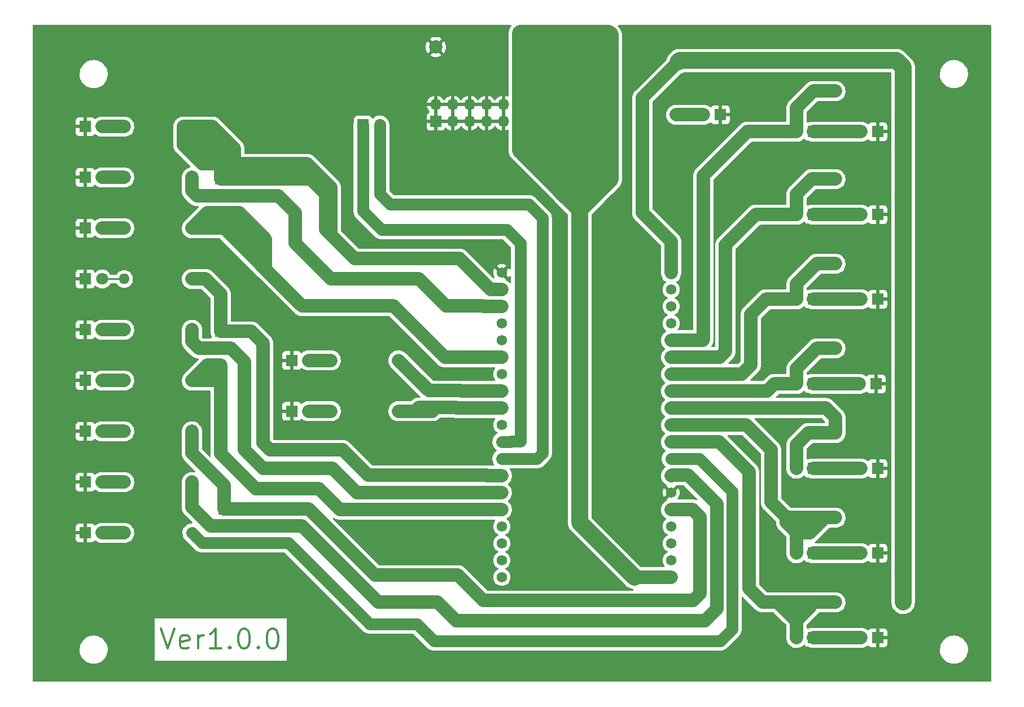
<source format=gbr>
%TF.GenerationSoftware,KiCad,Pcbnew,(6.0.8)*%
%TF.CreationDate,2023-08-16T21:35:29+09:00*%
%TF.ProjectId,main2_circuit_V1,6d61696e-325f-4636-9972-637569745f56,rev?*%
%TF.SameCoordinates,PX463f660PY8d76d80*%
%TF.FileFunction,Copper,L2,Bot*%
%TF.FilePolarity,Positive*%
%FSLAX46Y46*%
G04 Gerber Fmt 4.6, Leading zero omitted, Abs format (unit mm)*
G04 Created by KiCad (PCBNEW (6.0.8)) date 2023-08-16 21:35:29*
%MOMM*%
%LPD*%
G01*
G04 APERTURE LIST*
%ADD10C,0.300000*%
%TA.AperFunction,NonConductor*%
%ADD11C,0.300000*%
%TD*%
%TA.AperFunction,ComponentPad*%
%ADD12R,1.700000X1.700000*%
%TD*%
%TA.AperFunction,ComponentPad*%
%ADD13O,1.700000X1.700000*%
%TD*%
%TA.AperFunction,ComponentPad*%
%ADD14C,1.600000*%
%TD*%
%TA.AperFunction,ComponentPad*%
%ADD15O,1.600000X1.600000*%
%TD*%
%TA.AperFunction,ComponentPad*%
%ADD16R,1.800000X1.800000*%
%TD*%
%TA.AperFunction,ComponentPad*%
%ADD17C,1.800000*%
%TD*%
%TA.AperFunction,ComponentPad*%
%ADD18R,1.560000X1.560000*%
%TD*%
%TA.AperFunction,ComponentPad*%
%ADD19C,1.560000*%
%TD*%
%TA.AperFunction,ComponentPad*%
%ADD20C,2.000000*%
%TD*%
%TA.AperFunction,Conductor*%
%ADD21C,2.000000*%
%TD*%
%TA.AperFunction,Conductor*%
%ADD22C,2.500000*%
%TD*%
%TA.AperFunction,Conductor*%
%ADD23C,1.800000*%
%TD*%
%TA.AperFunction,Conductor*%
%ADD24C,0.250000*%
%TD*%
G04 APERTURE END LIST*
D10*
D11*
X19773428Y8500858D02*
X20773428Y5500858D01*
X21773428Y8500858D01*
X23916285Y5643715D02*
X23630571Y5500858D01*
X23059142Y5500858D01*
X22773428Y5643715D01*
X22630571Y5929429D01*
X22630571Y7072286D01*
X22773428Y7358000D01*
X23059142Y7500858D01*
X23630571Y7500858D01*
X23916285Y7358000D01*
X24059142Y7072286D01*
X24059142Y6786572D01*
X22630571Y6500858D01*
X25344857Y5500858D02*
X25344857Y7500858D01*
X25344857Y6929429D02*
X25487714Y7215143D01*
X25630571Y7358000D01*
X25916285Y7500858D01*
X26202000Y7500858D01*
X28773428Y5500858D02*
X27059142Y5500858D01*
X27916285Y5500858D02*
X27916285Y8500858D01*
X27630571Y8072286D01*
X27344857Y7786572D01*
X27059142Y7643715D01*
X30059142Y5786572D02*
X30202000Y5643715D01*
X30059142Y5500858D01*
X29916285Y5643715D01*
X30059142Y5786572D01*
X30059142Y5500858D01*
X32059142Y8500858D02*
X32344857Y8500858D01*
X32630571Y8358000D01*
X32773428Y8215143D01*
X32916285Y7929429D01*
X33059142Y7358000D01*
X33059142Y6643715D01*
X32916285Y6072286D01*
X32773428Y5786572D01*
X32630571Y5643715D01*
X32344857Y5500858D01*
X32059142Y5500858D01*
X31773428Y5643715D01*
X31630571Y5786572D01*
X31487714Y6072286D01*
X31344857Y6643715D01*
X31344857Y7358000D01*
X31487714Y7929429D01*
X31630571Y8215143D01*
X31773428Y8358000D01*
X32059142Y8500858D01*
X34344857Y5786572D02*
X34487714Y5643715D01*
X34344857Y5500858D01*
X34202000Y5643715D01*
X34344857Y5786572D01*
X34344857Y5500858D01*
X36344857Y8500858D02*
X36630571Y8500858D01*
X36916285Y8358000D01*
X37059142Y8215143D01*
X37202000Y7929429D01*
X37344857Y7358000D01*
X37344857Y6643715D01*
X37202000Y6072286D01*
X37059142Y5786572D01*
X36916285Y5643715D01*
X36630571Y5500858D01*
X36344857Y5500858D01*
X36059142Y5643715D01*
X35916285Y5786572D01*
X35773428Y6072286D01*
X35630571Y6643715D01*
X35630571Y7358000D01*
X35773428Y7929429D01*
X35916285Y8215143D01*
X36059142Y8358000D01*
X36344857Y8500858D01*
D12*
%TO.P,J1,1,Pin_1*%
%TO.N,GND*%
X60960000Y84582000D03*
D13*
%TO.P,J1,2,Pin_2*%
X60960000Y87122000D03*
%TO.P,J1,3,Pin_3*%
X63500000Y84582000D03*
%TO.P,J1,4,Pin_4*%
X63500000Y87122000D03*
%TO.P,J1,5,Pin_5*%
X66040000Y84582000D03*
%TO.P,J1,6,Pin_6*%
X66040000Y87122000D03*
%TO.P,J1,7,Pin_7*%
X68580000Y84582000D03*
%TO.P,J1,8,Pin_8*%
X68580000Y87122000D03*
%TO.P,J1,9,Pin_9*%
X71120000Y84582000D03*
%TO.P,J1,10,Pin_10*%
X71120000Y87122000D03*
%TO.P,J1,11,Pin_11*%
%TO.N,+5V*%
X73660000Y84582000D03*
%TO.P,J1,12,Pin_12*%
X73660000Y87122000D03*
%TO.P,J1,13,Pin_13*%
X76200000Y84582000D03*
%TO.P,J1,14,Pin_14*%
X76200000Y87122000D03*
%TO.P,J1,15,Pin_15*%
X78740000Y84582000D03*
%TO.P,J1,16,Pin_16*%
X78740000Y87122000D03*
%TO.P,J1,17,Pin_17*%
X81280000Y84582000D03*
%TO.P,J1,18,Pin_18*%
X81280000Y87122000D03*
%TO.P,J1,19,Pin_19*%
X83820000Y84582000D03*
%TO.P,J1,20,Pin_20*%
X83820000Y87122000D03*
%TD*%
D14*
%TO.P,R21,1*%
%TO.N,PWM5*%
X55372000Y41128000D03*
D15*
%TO.P,R21,2*%
%TO.N,Net-(R21-Pad2)*%
X45212000Y41128000D03*
%TD*%
D14*
%TO.P,R20,1*%
%TO.N,PWM4*%
X55372000Y48748000D03*
D15*
%TO.P,R20,2*%
%TO.N,Net-(D19-Pad2)*%
X45212000Y48748000D03*
%TD*%
D14*
%TO.P,R19,1*%
%TO.N,B3*%
X24384000Y22860000D03*
D15*
%TO.P,R19,2*%
%TO.N,Net-(D18-Pad2)*%
X14224000Y22860000D03*
%TD*%
D14*
%TO.P,R18,1*%
%TO.N,PWM3*%
X24384000Y30480000D03*
D15*
%TO.P,R18,2*%
%TO.N,Net-(D17-Pad2)*%
X14224000Y30480000D03*
%TD*%
D14*
%TO.P,R17,1*%
%TO.N,A3*%
X24384000Y38100000D03*
D15*
%TO.P,R17,2*%
%TO.N,Net-(D16-Pad2)*%
X14224000Y38100000D03*
%TD*%
D14*
%TO.P,R16,1*%
%TO.N,B2*%
X24384000Y45720000D03*
D15*
%TO.P,R16,2*%
%TO.N,Net-(D15-Pad2)*%
X14224000Y45720000D03*
%TD*%
D14*
%TO.P,R15,1*%
%TO.N,PWM2*%
X24384000Y53340000D03*
D15*
%TO.P,R15,2*%
%TO.N,Net-(D14-Pad2)*%
X14224000Y53340000D03*
%TD*%
D14*
%TO.P,R14,1*%
%TO.N,A2*%
X24384000Y60960000D03*
D15*
%TO.P,R14,2*%
%TO.N,Net-(D13-Pad2)*%
X14224000Y60960000D03*
%TD*%
D14*
%TO.P,R13,1*%
%TO.N,B1*%
X24384000Y68580000D03*
D15*
%TO.P,R13,2*%
%TO.N,Net-(D12-Pad2)*%
X14224000Y68580000D03*
%TD*%
D14*
%TO.P,R12,1*%
%TO.N,PWM1*%
X24384000Y76200000D03*
D15*
%TO.P,R12,2*%
%TO.N,Net-(D11-Pad2)*%
X14224000Y76200000D03*
%TD*%
D14*
%TO.P,R11,1*%
%TO.N,A1*%
X24384000Y83820000D03*
D15*
%TO.P,R11,2*%
%TO.N,Net-(D10-Pad2)*%
X14224000Y83820000D03*
%TD*%
D16*
%TO.P,D20,1,K*%
%TO.N,GND*%
X39370000Y41128000D03*
D17*
%TO.P,D20,2,A*%
%TO.N,Net-(R21-Pad2)*%
X41910000Y41128000D03*
%TD*%
D16*
%TO.P,D19,1,K*%
%TO.N,GND*%
X39370000Y48748000D03*
D17*
%TO.P,D19,2,A*%
%TO.N,Net-(D19-Pad2)*%
X41910000Y48748000D03*
%TD*%
D16*
%TO.P,D18,1,K*%
%TO.N,GND*%
X8382000Y22860000D03*
D17*
%TO.P,D18,2,A*%
%TO.N,Net-(D18-Pad2)*%
X10922000Y22860000D03*
%TD*%
D16*
%TO.P,D17,1,K*%
%TO.N,GND*%
X8382000Y30480000D03*
D17*
%TO.P,D17,2,A*%
%TO.N,Net-(D17-Pad2)*%
X10922000Y30480000D03*
%TD*%
D16*
%TO.P,D16,1,K*%
%TO.N,GND*%
X8382000Y38100000D03*
D17*
%TO.P,D16,2,A*%
%TO.N,Net-(D16-Pad2)*%
X10922000Y38100000D03*
%TD*%
D16*
%TO.P,D15,1,K*%
%TO.N,GND*%
X8382000Y45720000D03*
D17*
%TO.P,D15,2,A*%
%TO.N,Net-(D15-Pad2)*%
X10922000Y45720000D03*
%TD*%
D16*
%TO.P,D14,1,K*%
%TO.N,GND*%
X8377000Y53340000D03*
D17*
%TO.P,D14,2,A*%
%TO.N,Net-(D14-Pad2)*%
X10917000Y53340000D03*
%TD*%
D16*
%TO.P,D13,1,K*%
%TO.N,GND*%
X8377000Y60960000D03*
D17*
%TO.P,D13,2,A*%
%TO.N,Net-(D13-Pad2)*%
X10917000Y60960000D03*
%TD*%
D16*
%TO.P,D12,1,K*%
%TO.N,GND*%
X8377000Y68580000D03*
D17*
%TO.P,D12,2,A*%
%TO.N,Net-(D12-Pad2)*%
X10917000Y68580000D03*
%TD*%
D16*
%TO.P,D11,1,K*%
%TO.N,GND*%
X8377000Y76200000D03*
D17*
%TO.P,D11,2,A*%
%TO.N,Net-(D11-Pad2)*%
X10917000Y76200000D03*
%TD*%
D16*
%TO.P,D10,1,K*%
%TO.N,GND*%
X8382000Y83820000D03*
D17*
%TO.P,D10,2,A*%
%TO.N,Net-(D10-Pad2)*%
X10922000Y83820000D03*
%TD*%
D18*
%TO.P,U2,J2-1,3V3*%
%TO.N,+3.3V*%
X96266000Y61924000D03*
D19*
%TO.P,U2,J2-2,EN*%
%TO.N,unconnected-(U2-PadJ2-2)*%
X96266000Y59384000D03*
%TO.P,U2,J2-19,EXT_5V*%
%TO.N,+5V*%
X96266000Y16204000D03*
%TO.P,U2,J2-3,SENSOR_VP*%
%TO.N,unconnected-(U2-PadJ2-3)*%
X96266000Y56844000D03*
%TO.P,U2,J2-4,SENSOR_VN*%
%TO.N,unconnected-(U2-PadJ2-4)*%
X96266000Y54304000D03*
%TO.P,U2,J2-5,IO34*%
%TO.N,7*%
X96266000Y51764000D03*
%TO.P,U2,J2-6,IO35*%
%TO.N,6*%
X96266000Y49224000D03*
%TO.P,U2,J2-7,IO32*%
%TO.N,5*%
X96266000Y46684000D03*
%TO.P,U2,J2-8,IO33*%
%TO.N,4*%
X96266000Y44144000D03*
%TO.P,U2,J2-9,IO25*%
%TO.N,3*%
X96266000Y41604000D03*
%TO.P,U2,J2-10,IO26*%
%TO.N,2*%
X96266000Y39064000D03*
%TO.P,U2,J2-11,IO27*%
%TO.N,1*%
X96266000Y36524000D03*
%TO.P,U2,J2-12,IO14*%
%TO.N,B3*%
X96266000Y33984000D03*
%TO.P,U2,J2-13,IO12*%
%TO.N,PWM3*%
X96266000Y31444000D03*
%TO.P,U2,J2-14,GND1*%
%TO.N,GND*%
X96266000Y28904000D03*
%TO.P,U2,J2-15,IO13*%
%TO.N,A3*%
X96266000Y26364000D03*
%TO.P,U2,J2-16,SD2*%
%TO.N,unconnected-(U2-PadJ2-16)*%
X96266000Y23824000D03*
%TO.P,U2,J2-17,SD3*%
%TO.N,unconnected-(U2-PadJ2-17)*%
X96266000Y21284000D03*
%TO.P,U2,J2-18,CMD*%
%TO.N,unconnected-(U2-PadJ2-18)*%
X96266000Y18744000D03*
%TO.P,U2,J3-1,GND3*%
%TO.N,GND*%
X70866000Y61924000D03*
%TO.P,U2,J3-2,IO23*%
%TO.N,A1*%
X70866000Y59384000D03*
%TO.P,U2,J3-3,IO22*%
%TO.N,PWM1*%
X70866000Y56844000D03*
%TO.P,U2,J3-4,TXD0*%
%TO.N,unconnected-(U2-PadJ3-4)*%
X70866000Y54304000D03*
%TO.P,U2,J3-5,RXD0*%
%TO.N,unconnected-(U2-PadJ3-5)*%
X70866000Y51764000D03*
%TO.P,U2,J3-6,IO21*%
%TO.N,B1*%
X70866000Y49224000D03*
%TO.P,U2,J3-7,GND2*%
%TO.N,unconnected-(U2-PadJ3-7)*%
X70866000Y46684000D03*
%TO.P,U2,J3-8,IO19*%
%TO.N,PWM4*%
X70866000Y44144000D03*
%TO.P,U2,J3-9,IO18*%
%TO.N,PWM5*%
X70866000Y41604000D03*
%TO.P,U2,J3-10,IO5*%
%TO.N,unconnected-(U2-PadJ3-10)*%
X70866000Y39064000D03*
%TO.P,U2,J3-11,IO17*%
%TO.N,tx*%
X70866000Y36524000D03*
%TO.P,U2,J3-12,IO16*%
%TO.N,rx*%
X70866000Y33984000D03*
%TO.P,U2,J3-13,IO4*%
%TO.N,A2*%
X70866000Y31444000D03*
%TO.P,U2,J3-14,IO0*%
%TO.N,PWM2*%
X70866000Y28904000D03*
%TO.P,U2,J3-15,IO2*%
%TO.N,B2*%
X70866000Y26364000D03*
%TO.P,U2,J3-16,IO15*%
%TO.N,unconnected-(U2-PadJ3-16)*%
X70866000Y23824000D03*
%TO.P,U2,J3-17,SD1*%
%TO.N,unconnected-(U2-PadJ3-17)*%
X70866000Y21284000D03*
%TO.P,U2,J3-18,SD0*%
%TO.N,unconnected-(U2-PadJ3-18)*%
X70866000Y18744000D03*
%TO.P,U2,J3-19,CLK*%
%TO.N,unconnected-(U2-PadJ3-19)*%
X70866000Y16204000D03*
%TD*%
D20*
%TO.P,TP2,1,1*%
%TO.N,GND*%
X60960000Y95758000D03*
%TD*%
%TO.P,TP1,1,1*%
%TO.N,+5V*%
X83820000Y95758000D03*
%TD*%
D13*
%TO.P,SW7,2*%
%TO.N,7*%
X115062000Y83058000D03*
D12*
%TO.P,SW7,1*%
%TO.N,Net-(D9-Pad2)*%
X117602000Y83058000D03*
%TD*%
%TO.P,SW6,1*%
%TO.N,Net-(D8-Pad2)*%
X117602000Y70612000D03*
D13*
%TO.P,SW6,2*%
%TO.N,6*%
X115062000Y70612000D03*
%TD*%
D12*
%TO.P,SW4,1*%
%TO.N,Net-(D6-Pad2)*%
X117602000Y45212000D03*
D13*
%TO.P,SW4,2*%
%TO.N,4*%
X115062000Y45212000D03*
%TD*%
D12*
%TO.P,SW3,1*%
%TO.N,Net-(D5-Pad2)*%
X117602000Y32512000D03*
D13*
%TO.P,SW3,2*%
%TO.N,3*%
X115062000Y32512000D03*
%TD*%
D12*
%TO.P,SW2,1*%
%TO.N,Net-(D4-Pad2)*%
X117602000Y19812000D03*
D13*
%TO.P,SW2,2*%
%TO.N,2*%
X115062000Y19812000D03*
%TD*%
%TO.P,SW1,2*%
%TO.N,1*%
X115062000Y7112000D03*
D12*
%TO.P,SW1,1*%
%TO.N,Net-(D3-Pad2)*%
X117602000Y7112000D03*
%TD*%
%TO.P,SW5,1*%
%TO.N,Net-(D7-Pad2)*%
X117607000Y57912000D03*
D13*
%TO.P,SW5,2*%
%TO.N,5*%
X115067000Y57912000D03*
%TD*%
D12*
%TO.P,S1,1,Pin_1*%
%TO.N,PWM4*%
X60960000Y44196000D03*
D13*
%TO.P,S1,2,Pin_2*%
%TO.N,PWM5*%
X60960000Y41656000D03*
%TD*%
D15*
%TO.P,R10,2*%
%TO.N,7*%
X120904000Y89154000D03*
D14*
%TO.P,R10,1*%
%TO.N,+3.3V*%
X131064000Y89154000D03*
%TD*%
%TO.P,R9,1*%
%TO.N,+3.3V*%
X131064000Y75946000D03*
D15*
%TO.P,R9,2*%
%TO.N,6*%
X120904000Y75946000D03*
%TD*%
D14*
%TO.P,R8,1*%
%TO.N,+3.3V*%
X131064000Y63246000D03*
D15*
%TO.P,R8,2*%
%TO.N,5*%
X120904000Y63246000D03*
%TD*%
D14*
%TO.P,R7,1*%
%TO.N,+3.3V*%
X131064000Y50546000D03*
D15*
%TO.P,R7,2*%
%TO.N,4*%
X120904000Y50546000D03*
%TD*%
D14*
%TO.P,R6,1*%
%TO.N,+3.3V*%
X131064000Y37846000D03*
D15*
%TO.P,R6,2*%
%TO.N,3*%
X120904000Y37846000D03*
%TD*%
D14*
%TO.P,R5,1*%
%TO.N,+3.3V*%
X131064000Y25146000D03*
D15*
%TO.P,R5,2*%
%TO.N,2*%
X120904000Y25146000D03*
%TD*%
%TO.P,R4,2*%
%TO.N,1*%
X120904000Y12446000D03*
D14*
%TO.P,R4,1*%
%TO.N,+3.3V*%
X131064000Y12446000D03*
%TD*%
D15*
%TO.P,R1,2*%
%TO.N,Net-(D2-Pad2)*%
X97028000Y85598000D03*
D14*
%TO.P,R1,1*%
%TO.N,+5V*%
X86868000Y85598000D03*
%TD*%
D12*
%TO.P,M3,1,Pin_1*%
%TO.N,A3*%
X29210000Y26431000D03*
D13*
%TO.P,M3,2,Pin_2*%
%TO.N,PWM3*%
X29210000Y23891000D03*
%TO.P,M3,3,Pin_3*%
%TO.N,B3*%
X29210000Y21351000D03*
%TD*%
D12*
%TO.P,M2,1,Pin_1*%
%TO.N,A2*%
X28702000Y53086000D03*
D13*
%TO.P,M2,2,Pin_2*%
%TO.N,PWM2*%
X28702000Y50546000D03*
%TO.P,M2,3,Pin_3*%
%TO.N,B2*%
X28702000Y48006000D03*
%TD*%
%TO.P,M1,3,Pin_3*%
%TO.N,B1*%
X28702000Y70866000D03*
%TO.P,M1,2,Pin_2*%
%TO.N,PWM1*%
X28702000Y73406000D03*
D12*
%TO.P,M1,1,Pin_1*%
%TO.N,A1*%
X28702000Y75946000D03*
%TD*%
%TO.P,J2,1,Pin_1*%
%TO.N,tx*%
X50038000Y84074000D03*
D13*
%TO.P,J2,2,Pin_2*%
%TO.N,rx*%
X52578000Y84074000D03*
%TD*%
D17*
%TO.P,D9,2,A*%
%TO.N,Net-(D9-Pad2)*%
X124714000Y83058000D03*
D16*
%TO.P,D9,1,K*%
%TO.N,GND*%
X127254000Y83058000D03*
%TD*%
D17*
%TO.P,D8,2,A*%
%TO.N,Net-(D8-Pad2)*%
X124714000Y70612000D03*
D16*
%TO.P,D8,1,K*%
%TO.N,GND*%
X127254000Y70612000D03*
%TD*%
D17*
%TO.P,D7,2,A*%
%TO.N,Net-(D7-Pad2)*%
X124714000Y57912000D03*
D16*
%TO.P,D7,1,K*%
%TO.N,GND*%
X127254000Y57912000D03*
%TD*%
D17*
%TO.P,D6,2,A*%
%TO.N,Net-(D6-Pad2)*%
X124465000Y45212000D03*
D16*
%TO.P,D6,1,K*%
%TO.N,GND*%
X127005000Y45212000D03*
%TD*%
D17*
%TO.P,D5,2,A*%
%TO.N,Net-(D5-Pad2)*%
X124714000Y32512000D03*
D16*
%TO.P,D5,1,K*%
%TO.N,GND*%
X127254000Y32512000D03*
%TD*%
D17*
%TO.P,D4,2,A*%
%TO.N,Net-(D4-Pad2)*%
X124714000Y19812000D03*
D16*
%TO.P,D4,1,K*%
%TO.N,GND*%
X127254000Y19812000D03*
%TD*%
D17*
%TO.P,D3,2,A*%
%TO.N,Net-(D3-Pad2)*%
X124719000Y7112000D03*
D16*
%TO.P,D3,1,K*%
%TO.N,GND*%
X127259000Y7112000D03*
%TD*%
D17*
%TO.P,D2,2,A*%
%TO.N,Net-(D2-Pad2)*%
X101092000Y85598000D03*
D16*
%TO.P,D2,1,K*%
%TO.N,GND*%
X103632000Y85598000D03*
%TD*%
D21*
%TO.N,+3.3V*%
X91948000Y70866000D02*
X96266000Y66548000D01*
X91948000Y88138000D02*
X91948000Y70866000D01*
X96266000Y66548000D02*
X96266000Y61924000D01*
D22*
X131064000Y92710000D02*
X131064000Y89154000D01*
X130048000Y93726000D02*
X131064000Y92710000D01*
X97536000Y93726000D02*
X130048000Y93726000D01*
X97282000Y93472000D02*
X97536000Y93726000D01*
D21*
X97282000Y93472000D02*
X91948000Y88138000D01*
D22*
%TO.N,+5V*%
X87122000Y97536000D02*
X87122000Y95250000D01*
X73660000Y97790000D02*
X86868000Y97790000D01*
X86868000Y97790000D02*
X87122000Y97536000D01*
X73660000Y95758000D02*
X73660000Y97790000D01*
X76200000Y93472000D02*
X77978000Y93472000D01*
X73914000Y95758000D02*
X76200000Y93472000D01*
X73660000Y95758000D02*
X73914000Y95758000D01*
X73660000Y95758000D02*
X78486000Y95758000D01*
X73660000Y90932000D02*
X73660000Y95758000D01*
X77978000Y93472000D02*
X77978000Y91948000D01*
X79502000Y93472000D02*
X77978000Y93472000D01*
X80010000Y91948000D02*
X86614000Y91948000D01*
X78486000Y91948000D02*
X80010000Y91948000D01*
X81280000Y95758000D02*
X81280000Y93218000D01*
X81280000Y93218000D02*
X80010000Y91948000D01*
X78486000Y95758000D02*
X81280000Y95758000D01*
X81280000Y95758000D02*
X83820000Y95758000D01*
X83947000Y94615000D02*
X84963000Y94615000D01*
X84963000Y94615000D02*
X86868000Y92710000D01*
X82804000Y93472000D02*
X83947000Y94615000D01*
X83820000Y95758000D02*
X84963000Y94615000D01*
X78105000Y95377000D02*
X78486000Y95758000D01*
X79502000Y93472000D02*
X79502000Y93980000D01*
X78105000Y95377000D02*
X79502000Y93980000D01*
X73660000Y90932000D02*
X78105000Y95377000D01*
X87122000Y95250000D02*
X87122000Y88900000D01*
X86614000Y95758000D02*
X87122000Y95250000D01*
X83820000Y95758000D02*
X86614000Y95758000D01*
X87122000Y88900000D02*
X87122000Y91440000D01*
X87122000Y83058000D02*
X87122000Y88900000D01*
X86868000Y92710000D02*
X86868000Y91186000D01*
X86614000Y91948000D02*
X87122000Y91440000D01*
X86614000Y92964000D02*
X86614000Y91948000D01*
X83820000Y95758000D02*
X86614000Y92964000D01*
X82550000Y24384000D02*
X90730000Y16204000D01*
X82550000Y71374000D02*
X82550000Y24384000D01*
D21*
%TO.N,PWM1*%
X24384000Y74168000D02*
X24384000Y76200000D01*
X25146000Y73406000D02*
X24384000Y74168000D01*
X28702000Y73406000D02*
X25146000Y73406000D01*
%TO.N,A1*%
X45212000Y74676000D02*
X45212000Y67564000D01*
X45212000Y67564000D02*
X44450000Y68326000D01*
X48768000Y64008000D02*
X45212000Y67564000D01*
X42164000Y77724000D02*
X45212000Y74676000D01*
X41148000Y76962000D02*
X42164000Y75946000D01*
X40894000Y76962000D02*
X41148000Y76962000D01*
X40640000Y77216000D02*
X40894000Y76962000D01*
X31750000Y77216000D02*
X40640000Y77216000D01*
X31496000Y77470000D02*
X31750000Y77216000D01*
X31496000Y77470000D02*
X33020000Y75946000D01*
X30734000Y77470000D02*
X31496000Y77470000D01*
X33020000Y75946000D02*
X29210000Y75946000D01*
X42164000Y75946000D02*
X33020000Y75946000D01*
X30734000Y77470000D02*
X29210000Y75946000D01*
X29210000Y75946000D02*
X28702000Y75946000D01*
X30734000Y78232000D02*
X30734000Y77470000D01*
X25654000Y82804000D02*
X26416000Y82804000D01*
X27432000Y83820000D02*
X26416000Y82804000D01*
X27178000Y81534000D02*
X26670000Y81534000D01*
X28448000Y82804000D02*
X27178000Y81534000D01*
X28448000Y82804000D02*
X30734000Y80518000D01*
X27432000Y83820000D02*
X28448000Y82804000D01*
X27686000Y80518000D02*
X27432000Y80772000D01*
X29718000Y80518000D02*
X27686000Y80518000D01*
X28702000Y79502000D02*
X27432000Y80772000D01*
X27432000Y80772000D02*
X26670000Y81534000D01*
X29718000Y80518000D02*
X28702000Y79502000D01*
X30734000Y80518000D02*
X29718000Y80518000D01*
X30734000Y80518000D02*
X30734000Y78232000D01*
X24384000Y83820000D02*
X27432000Y83820000D01*
X30734000Y78232000D02*
X26416000Y78232000D01*
X41656000Y78232000D02*
X30734000Y78232000D01*
X26416000Y78232000D02*
X27432000Y78232000D01*
X27432000Y78232000D02*
X28702000Y79502000D01*
X26416000Y79248000D02*
X26416000Y78232000D01*
X24892000Y80772000D02*
X26416000Y79248000D01*
X26416000Y78232000D02*
X25908000Y78232000D01*
X24892000Y81534000D02*
X24892000Y80772000D01*
X24384000Y83820000D02*
X24384000Y82042000D01*
X24384000Y82042000D02*
X24892000Y81534000D01*
X24892000Y81534000D02*
X26670000Y81534000D01*
X23114000Y83820000D02*
X24384000Y83820000D01*
X23114000Y81026000D02*
X23114000Y83820000D01*
X25908000Y78232000D02*
X23114000Y81026000D01*
X42164000Y77724000D02*
X41656000Y78232000D01*
X42164000Y75946000D02*
X42164000Y77724000D01*
X28702000Y75946000D02*
X28702000Y79502000D01*
%TO.N,B1*%
X34544000Y67818000D02*
X35433000Y66929000D01*
X35433000Y62357000D02*
X34544000Y63246000D01*
X40894000Y56896000D02*
X35433000Y62357000D01*
X35433000Y66929000D02*
X35433000Y62357000D01*
X29845000Y69977000D02*
X29591000Y69977000D01*
X33528000Y66294000D02*
X29845000Y69977000D01*
X28702000Y70866000D02*
X29591000Y69977000D01*
X26670000Y70866000D02*
X26924000Y70866000D01*
X26924000Y70866000D02*
X28702000Y69088000D01*
X28702000Y69088000D02*
X29210000Y68580000D01*
X28702000Y70866000D02*
X28702000Y69088000D01*
X29210000Y68580000D02*
X34544000Y63246000D01*
X24384000Y68580000D02*
X29210000Y68580000D01*
X26670000Y70866000D02*
X24384000Y68580000D01*
X28702000Y70866000D02*
X26670000Y70866000D01*
X31496000Y70866000D02*
X28702000Y70866000D01*
X34544000Y67818000D02*
X31496000Y70866000D01*
X34544000Y63246000D02*
X34544000Y67818000D01*
X54610000Y56896000D02*
X40894000Y56896000D01*
X62282000Y49224000D02*
X54610000Y56896000D01*
X70866000Y49224000D02*
X62282000Y49224000D01*
%TO.N,PWM1*%
X37338000Y73406000D02*
X28702000Y73406000D01*
X39878000Y70866000D02*
X37338000Y73406000D01*
X39878000Y66294000D02*
X39878000Y70866000D01*
X45212000Y60960000D02*
X39878000Y66294000D01*
X58420000Y60960000D02*
X45212000Y60960000D01*
X62484000Y56896000D02*
X58420000Y60960000D01*
X68072000Y56896000D02*
X62484000Y56896000D01*
X68124000Y56844000D02*
X68072000Y56896000D01*
X70866000Y56844000D02*
X68124000Y56844000D01*
%TO.N,A1*%
X44450000Y68326000D02*
X44450000Y73660000D01*
X64516000Y64008000D02*
X48768000Y64008000D01*
X69140000Y59384000D02*
X64516000Y64008000D01*
X44450000Y73660000D02*
X42164000Y75946000D01*
X70866000Y59384000D02*
X69140000Y59384000D01*
%TO.N,A2*%
X26416000Y60960000D02*
X24384000Y60960000D01*
X28702000Y58674000D02*
X26416000Y60960000D01*
X28702000Y53086000D02*
X28702000Y58674000D01*
%TO.N,PWM2*%
X24384000Y51562000D02*
X24384000Y53340000D01*
X25400000Y50546000D02*
X24384000Y51562000D01*
X28702000Y50546000D02*
X25400000Y50546000D01*
%TO.N,B2*%
X26670000Y46990000D02*
X26670000Y48006000D01*
X27940000Y45720000D02*
X26670000Y46990000D01*
X28194000Y45720000D02*
X27940000Y45720000D01*
X28194000Y45720000D02*
X28702000Y45212000D01*
X28702000Y34734730D02*
X28702000Y45212000D01*
X28702000Y45212000D02*
X28702000Y48006000D01*
X24384000Y45720000D02*
X28194000Y45720000D01*
X26670000Y48006000D02*
X24384000Y45720000D01*
X28702000Y48006000D02*
X26670000Y48006000D01*
%TO.N,Net-(D2-Pad2)*%
X97028000Y85598000D02*
X101092000Y85598000D01*
%TO.N,PWM3*%
X24384000Y26670000D02*
X24384000Y30480000D01*
X29210000Y23891000D02*
X27163000Y23891000D01*
X27163000Y23891000D02*
X24384000Y26670000D01*
%TO.N,A3*%
X24384000Y34798000D02*
X24384000Y38100000D01*
X29210000Y29972000D02*
X24384000Y34798000D01*
X29210000Y26431000D02*
X29210000Y29972000D01*
%TO.N,PWM2*%
X32258000Y48514000D02*
X30226000Y50546000D01*
X32258000Y35306000D02*
X32258000Y48514000D01*
X30226000Y50546000D02*
X28702000Y50546000D01*
X35052000Y32512000D02*
X32258000Y35306000D01*
X49074000Y28904000D02*
X45466000Y32512000D01*
X70866000Y28904000D02*
X49074000Y28904000D01*
X45466000Y32512000D02*
X35052000Y32512000D01*
D23*
%TO.N,B3*%
X38847000Y21351000D02*
X29210000Y21351000D01*
X60706000Y6604000D02*
X58166000Y9144000D01*
X105410000Y29106000D02*
X105410000Y8382000D01*
X105410000Y8382000D02*
X103632000Y6604000D01*
X103632000Y6604000D02*
X60706000Y6604000D01*
X100532000Y33984000D02*
X105410000Y29106000D01*
X51054000Y9144000D02*
X38847000Y21351000D01*
X96266000Y33984000D02*
X100532000Y33984000D01*
X58166000Y9144000D02*
X51054000Y9144000D01*
D21*
%TO.N,PWM3*%
X40879000Y23891000D02*
X29210000Y23891000D01*
X52324000Y12446000D02*
X40879000Y23891000D01*
X61214000Y12446000D02*
X52324000Y12446000D01*
X64008000Y9652000D02*
X61214000Y12446000D01*
X103124000Y11430000D02*
X101346000Y9652000D01*
X96266000Y31444000D02*
X96318000Y31496000D01*
X96318000Y31496000D02*
X98806000Y31496000D01*
X103124000Y27178000D02*
X103124000Y11430000D01*
X101346000Y9652000D02*
X64008000Y9652000D01*
X98806000Y31496000D02*
X103124000Y27178000D01*
%TO.N,A3*%
X41895000Y26431000D02*
X29210000Y26431000D01*
X51816000Y16510000D02*
X41895000Y26431000D01*
X64262000Y16510000D02*
X51816000Y16510000D01*
X100584000Y25296000D02*
X100584000Y13716000D01*
X99568000Y12700000D02*
X68072000Y12700000D01*
X68072000Y12700000D02*
X64262000Y16510000D01*
X99516000Y26364000D02*
X100584000Y25296000D01*
X96266000Y26364000D02*
X99516000Y26364000D01*
X100584000Y13716000D02*
X99568000Y12700000D01*
%TO.N,B2*%
X43434000Y29464000D02*
X33972730Y29464000D01*
X46534000Y26364000D02*
X43434000Y29464000D01*
X70866000Y26364000D02*
X46534000Y26364000D01*
X33972730Y29464000D02*
X28702000Y34734730D01*
D23*
%TO.N,B3*%
X25893000Y21351000D02*
X24384000Y22860000D01*
X29210000Y21351000D02*
X25893000Y21351000D01*
D21*
%TO.N,Net-(D18-Pad2)*%
X10922000Y22860000D02*
X14224000Y22860000D01*
%TO.N,Net-(D17-Pad2)*%
X10922000Y30480000D02*
X14224000Y30480000D01*
%TO.N,Net-(D16-Pad2)*%
X10922000Y38100000D02*
X14224000Y38100000D01*
%TO.N,Net-(D15-Pad2)*%
X10922000Y45720000D02*
X14224000Y45720000D01*
%TO.N,Net-(D14-Pad2)*%
X10917000Y53340000D02*
X14224000Y53340000D01*
D24*
%TO.N,Net-(D13-Pad2)*%
X10917000Y60960000D02*
X14224000Y60960000D01*
D21*
%TO.N,Net-(D12-Pad2)*%
X10917000Y68580000D02*
X14224000Y68580000D01*
%TO.N,Net-(D11-Pad2)*%
X10917000Y76200000D02*
X14224000Y76200000D01*
%TO.N,Net-(D10-Pad2)*%
X10922000Y83820000D02*
X14224000Y83820000D01*
%TO.N,PWM5*%
X57892000Y41128000D02*
X58420000Y41656000D01*
X57892000Y41128000D02*
X60432000Y41128000D01*
X58420000Y41656000D02*
X60960000Y41656000D01*
X55372000Y41128000D02*
X57892000Y41128000D01*
%TO.N,PWM4*%
X59924000Y44196000D02*
X60960000Y44196000D01*
X58283000Y45837000D02*
X59924000Y44196000D01*
X55372000Y48748000D02*
X58283000Y45837000D01*
D24*
%TO.N,PWM5*%
X60432000Y41128000D02*
X60960000Y41656000D01*
D21*
%TO.N,Net-(R21-Pad2)*%
X41910000Y41128000D02*
X45212000Y41128000D01*
%TO.N,Net-(D19-Pad2)*%
X41910000Y48748000D02*
X45212000Y48748000D01*
%TO.N,A2*%
X33274000Y53086000D02*
X28702000Y53086000D01*
X35052000Y51308000D02*
X33274000Y53086000D01*
X35052000Y36322000D02*
X35052000Y51308000D01*
X36068000Y35306000D02*
X35052000Y36322000D01*
X46990000Y35306000D02*
X36068000Y35306000D01*
X50800000Y31496000D02*
X46990000Y35306000D01*
X68580000Y31496000D02*
X50800000Y31496000D01*
X68632000Y31444000D02*
X68580000Y31496000D01*
X70866000Y31444000D02*
X68632000Y31444000D01*
D23*
%TO.N,rx*%
X52578000Y73660000D02*
X52578000Y84074000D01*
X54102000Y72136000D02*
X52578000Y73660000D01*
X76962000Y34798000D02*
X76962000Y70104000D01*
X76148000Y33984000D02*
X76962000Y34798000D01*
X70866000Y33984000D02*
X76148000Y33984000D01*
X76962000Y70104000D02*
X74930000Y72136000D01*
X74930000Y72136000D02*
X54102000Y72136000D01*
%TO.N,tx*%
X73660000Y66294000D02*
X71628000Y68326000D01*
X72240000Y36576000D02*
X73660000Y36576000D01*
X72188000Y36524000D02*
X72240000Y36576000D01*
X70866000Y36524000D02*
X72188000Y36524000D01*
X73660000Y36576000D02*
X73660000Y66294000D01*
X71628000Y68326000D02*
X52832000Y68326000D01*
X52832000Y68326000D02*
X50038000Y71120000D01*
X50038000Y71120000D02*
X50038000Y84074000D01*
D21*
%TO.N,PWM5*%
X64008000Y41656000D02*
X60960000Y41656000D01*
X64060000Y41604000D02*
X64008000Y41656000D01*
%TO.N,PWM4*%
X64770000Y44196000D02*
X60960000Y44196000D01*
X64822000Y44144000D02*
X64770000Y44196000D01*
%TO.N,PWM5*%
X70866000Y41604000D02*
X64060000Y41604000D01*
%TO.N,PWM4*%
X70866000Y44144000D02*
X64822000Y44144000D01*
D22*
%TO.N,+5V*%
X73660000Y84582000D02*
X76200000Y82042000D01*
X76200000Y82042000D02*
X76200000Y81280000D01*
X73660000Y84582000D02*
X73660000Y82550000D01*
X73660000Y82550000D02*
X73660000Y80264000D01*
X75438000Y80518000D02*
X73660000Y82296000D01*
X73660000Y82296000D02*
X73660000Y82550000D01*
X76200000Y81280000D02*
X75438000Y80518000D01*
X76200000Y84582000D02*
X76200000Y81280000D01*
X73660000Y80264000D02*
X77470000Y76454000D01*
X74549000Y91821000D02*
X76327000Y90043000D01*
X77470000Y90932000D02*
X76581000Y90043000D01*
X76581000Y90043000D02*
X73660000Y87122000D01*
X76327000Y90043000D02*
X76581000Y90043000D01*
X74549000Y91821000D02*
X74930000Y92202000D01*
X73660000Y90932000D02*
X74549000Y91821000D01*
X74930000Y92202000D02*
X86360000Y92202000D01*
X86360000Y92202000D02*
X86614000Y91948000D01*
X73660000Y87122000D02*
X73660000Y90932000D01*
X73660000Y87122000D02*
X76200000Y84582000D01*
X76200000Y84582000D02*
X76200000Y87122000D01*
X73660000Y84582000D02*
X76200000Y84582000D01*
X73660000Y87122000D02*
X73660000Y84582000D01*
X77470000Y91440000D02*
X77470000Y90932000D01*
D21*
%TO.N,1*%
X114173000Y10795000D02*
X114173000Y10541000D01*
X115824000Y12446000D02*
X114173000Y10795000D01*
X114173000Y10541000D02*
X115062000Y9652000D01*
X112268000Y12446000D02*
X114173000Y10541000D01*
X115824000Y12446000D02*
X117094000Y12446000D01*
X112268000Y12446000D02*
X115824000Y12446000D01*
X117094000Y11684000D02*
X115062000Y9652000D01*
X117094000Y12446000D02*
X117094000Y11684000D01*
X117094000Y12446000D02*
X120904000Y12446000D01*
X115062000Y9652000D02*
X115062000Y7112000D01*
X109982000Y12446000D02*
X112268000Y12446000D01*
X107950000Y14478000D02*
X109982000Y12446000D01*
X107950000Y32004000D02*
X107950000Y14478000D01*
X103430000Y36524000D02*
X107950000Y32004000D01*
X101294000Y36524000D02*
X103430000Y36524000D01*
X101294000Y36524000D02*
X102922000Y36524000D01*
X96266000Y36524000D02*
X101294000Y36524000D01*
%TO.N,2*%
X113538000Y25146000D02*
X111252000Y27432000D01*
X113538000Y24384000D02*
X113538000Y25146000D01*
X111252000Y27432000D02*
X115062000Y23622000D01*
X115062000Y20828000D02*
X115062000Y19812000D01*
X115062000Y22860000D02*
X115062000Y20828000D01*
X115062000Y23622000D02*
X115062000Y20828000D01*
X116078000Y25146000D02*
X116078000Y23876000D01*
X116078000Y25146000D02*
X120904000Y25146000D01*
X116078000Y23876000D02*
X115062000Y22860000D01*
X113538000Y25146000D02*
X116078000Y25146000D01*
X113538000Y24384000D02*
X115062000Y22860000D01*
X117094000Y22860000D02*
X115062000Y22860000D01*
X119380000Y25146000D02*
X117094000Y22860000D01*
X120904000Y25146000D02*
X119380000Y25146000D01*
X111252000Y35306000D02*
X111252000Y27432000D01*
X107494000Y39064000D02*
X111252000Y35306000D01*
X104596000Y39064000D02*
X107494000Y39064000D01*
X104596000Y39064000D02*
X105716000Y39064000D01*
X96266000Y39064000D02*
X104596000Y39064000D01*
%TO.N,3*%
X115062000Y36068000D02*
X115062000Y32512000D01*
X116840000Y37846000D02*
X115062000Y36068000D01*
X120904000Y37846000D02*
X116840000Y37846000D01*
X120904000Y40132000D02*
X120904000Y37846000D01*
X107390000Y41604000D02*
X119432000Y41604000D01*
X107390000Y41604000D02*
X109168000Y41604000D01*
X96266000Y41604000D02*
X107390000Y41604000D01*
X119432000Y41604000D02*
X120904000Y40132000D01*
%TO.N,4*%
X118110000Y50546000D02*
X120904000Y50546000D01*
X115062000Y47498000D02*
X118110000Y50546000D01*
X115062000Y45212000D02*
X115062000Y47498000D01*
X110692000Y44144000D02*
X111760000Y45212000D01*
X106374000Y44144000D02*
X110692000Y44144000D01*
X106374000Y44144000D02*
X108406000Y44144000D01*
X111760000Y45212000D02*
X115062000Y45212000D01*
X96266000Y44144000D02*
X106374000Y44144000D01*
%TO.N,5*%
X118110000Y63246000D02*
X120904000Y63246000D01*
X115062000Y60198000D02*
X118110000Y63246000D01*
X115067000Y60193000D02*
X115062000Y60198000D01*
X115067000Y57912000D02*
X115067000Y60193000D01*
X110490000Y57912000D02*
X115067000Y57912000D01*
X108204000Y55626000D02*
X110490000Y57912000D01*
X108204000Y48006000D02*
X108204000Y55626000D01*
X106882000Y46684000D02*
X108204000Y48006000D01*
X105716000Y46684000D02*
X106882000Y46684000D01*
X96266000Y46684000D02*
X105716000Y46684000D01*
D24*
%TO.N,1*%
X102922000Y36524000D02*
X103886000Y35560000D01*
%TO.N,3*%
X109168000Y41604000D02*
X109220000Y41656000D01*
%TO.N,4*%
X108406000Y44144000D02*
X108966000Y44704000D01*
%TO.N,5*%
X106882000Y46684000D02*
X106934000Y46736000D01*
D22*
%TO.N,+5V*%
X82550000Y75692000D02*
X83312000Y75692000D01*
X85090000Y73914000D02*
X86106000Y74930000D01*
X82550000Y71374000D02*
X85090000Y73914000D01*
X83312000Y75692000D02*
X85090000Y73914000D01*
X84074000Y76962000D02*
X86106000Y74930000D01*
X83820000Y76962000D02*
X84074000Y76962000D01*
X83820000Y76962000D02*
X82550000Y75692000D01*
X85090000Y78232000D02*
X83820000Y76962000D01*
X86106000Y74930000D02*
X87122000Y75946000D01*
X87122000Y76200000D02*
X87122000Y75946000D01*
X85090000Y78232000D02*
X87122000Y76200000D01*
X87122000Y80264000D02*
X85090000Y78232000D01*
X87122000Y75946000D02*
X87122000Y80264000D01*
X83820000Y81280000D02*
X84074000Y81534000D01*
X83820000Y78740000D02*
X83820000Y81280000D01*
X86868000Y81788000D02*
X83820000Y78740000D01*
X86868000Y83312000D02*
X86868000Y81788000D01*
X84074000Y81534000D02*
X82550000Y83058000D01*
X87122000Y83058000D02*
X87122000Y80264000D01*
X82550000Y75692000D02*
X80645000Y73787000D01*
X80137000Y73787000D02*
X82550000Y71374000D01*
X77470000Y76454000D02*
X80137000Y73787000D01*
X82550000Y75692000D02*
X82550000Y71374000D01*
X82550000Y83058000D02*
X82550000Y75692000D01*
X80645000Y73787000D02*
X80137000Y73787000D01*
X77470000Y87884000D02*
X77470000Y76454000D01*
D24*
X77470000Y83058000D02*
X77470000Y81280000D01*
D22*
X77724000Y77978000D02*
X77470000Y77724000D01*
X79248000Y77978000D02*
X77724000Y77978000D01*
X80518000Y76200000D02*
X79248000Y77470000D01*
X81026000Y76708000D02*
X80518000Y76200000D01*
X77470000Y77724000D02*
X77470000Y76454000D01*
X79248000Y77470000D02*
X79248000Y77978000D01*
X80010000Y79502000D02*
X81026000Y78486000D01*
X77470000Y79502000D02*
X80010000Y79502000D01*
X81026000Y78486000D02*
X81026000Y76708000D01*
X77470000Y80264000D02*
X77470000Y79502000D01*
X80772000Y80264000D02*
X77470000Y80264000D01*
X80264000Y81280000D02*
X81026000Y80518000D01*
X81026000Y80518000D02*
X80772000Y80264000D01*
X77470000Y81280000D02*
X80264000Y81280000D01*
D24*
X80010000Y83058000D02*
X77470000Y83058000D01*
D22*
X79248000Y86868000D02*
X80518000Y86868000D01*
X80518000Y86868000D02*
X81026000Y87376000D01*
X78232000Y87884000D02*
X79248000Y86868000D01*
X77470000Y87884000D02*
X78232000Y87884000D01*
X81026000Y87376000D02*
X81026000Y89408000D01*
X77978000Y90424000D02*
X81026000Y87376000D01*
X81026000Y89408000D02*
X78486000Y91948000D01*
X77470000Y91440000D02*
X77978000Y91948000D01*
X77470000Y85598000D02*
X77470000Y91440000D01*
X77978000Y91948000D02*
X77978000Y90424000D01*
D24*
X77724000Y87884000D02*
X77470000Y87884000D01*
X80010000Y85598000D02*
X77724000Y87884000D01*
D22*
X77470000Y85598000D02*
X77470000Y87884000D01*
X85090000Y87376000D02*
X86868000Y85598000D01*
X85090000Y88138000D02*
X85090000Y87376000D01*
X84582000Y89662000D02*
X85090000Y89154000D01*
X85090000Y88138000D02*
X85090000Y89154000D01*
X83820000Y89662000D02*
X84582000Y89662000D01*
X82550000Y85598000D02*
X85090000Y88138000D01*
X82550000Y91186000D02*
X82550000Y85598000D01*
X86868000Y91186000D02*
X82550000Y91186000D01*
X87122000Y91440000D02*
X86868000Y91186000D01*
X85090000Y83820000D02*
X84328000Y83820000D01*
X86868000Y85598000D02*
X85090000Y83820000D01*
X84328000Y83820000D02*
X84328000Y83058000D01*
X82550000Y85598000D02*
X84328000Y83820000D01*
D24*
X81788000Y85598000D02*
X84328000Y83058000D01*
X80010000Y85598000D02*
X81788000Y85598000D01*
D22*
X84328000Y83058000D02*
X87122000Y83058000D01*
X82550000Y83058000D02*
X84328000Y83058000D01*
X78994000Y85598000D02*
X81534000Y83058000D01*
X77470000Y83058000D02*
X81534000Y83058000D01*
X81534000Y83058000D02*
X82550000Y83058000D01*
X77470000Y85598000D02*
X78994000Y85598000D01*
D24*
X80010000Y85598000D02*
X80010000Y83058000D01*
X80010000Y85598000D02*
X83820000Y85598000D01*
D22*
X83820000Y85598000D02*
X86868000Y85598000D01*
X82550000Y85598000D02*
X83820000Y85598000D01*
X86868000Y83312000D02*
X86868000Y85598000D01*
X87122000Y83058000D02*
X86868000Y83312000D01*
X77470000Y85598000D02*
X77470000Y83058000D01*
X82550000Y85598000D02*
X77470000Y85598000D01*
X82550000Y83058000D02*
X82550000Y85598000D01*
D21*
X90730000Y16204000D02*
X96266000Y16204000D01*
%TO.N,Net-(D3-Pad2)*%
X124719000Y7112000D02*
X117602000Y7112000D01*
%TO.N,Net-(D4-Pad2)*%
X117602000Y19812000D02*
X124714000Y19812000D01*
%TO.N,Net-(D5-Pad2)*%
X117602000Y32512000D02*
X124714000Y32512000D01*
%TO.N,Net-(D6-Pad2)*%
X124465000Y45212000D02*
X117602000Y45212000D01*
%TO.N,Net-(D7-Pad2)*%
X117607000Y57912000D02*
X124714000Y57912000D01*
%TO.N,Net-(D8-Pad2)*%
X117602000Y70612000D02*
X124714000Y70612000D01*
%TO.N,Net-(D9-Pad2)*%
X117602000Y83058000D02*
X124714000Y83058000D01*
%TO.N,6*%
X103580000Y49224000D02*
X96266000Y49224000D01*
X104394000Y66040000D02*
X104394000Y50038000D01*
X108966000Y70612000D02*
X104394000Y66040000D01*
X104394000Y50038000D02*
X103580000Y49224000D01*
X115062000Y70612000D02*
X108966000Y70612000D01*
X115062000Y73660000D02*
X115062000Y70612000D01*
X117348000Y75946000D02*
X115062000Y73660000D01*
X120904000Y75946000D02*
X117348000Y75946000D01*
%TO.N,7*%
X101092000Y76454000D02*
X101092000Y51816000D01*
X107696000Y83058000D02*
X101092000Y76454000D01*
X101092000Y51816000D02*
X101040000Y51764000D01*
X101040000Y51764000D02*
X96266000Y51764000D01*
X115062000Y83058000D02*
X107696000Y83058000D01*
X117602000Y89154000D02*
X115062000Y86614000D01*
X115062000Y86614000D02*
X115062000Y83058000D01*
X120904000Y89154000D02*
X117602000Y89154000D01*
D22*
%TO.N,+3.3V*%
X131064000Y75946000D02*
X131064000Y12446000D01*
X131064000Y89154000D02*
X131064000Y75946000D01*
%TD*%
%TA.AperFunction,Conductor*%
%TO.N,GND*%
G36*
X72227732Y99039498D02*
G01*
X72274225Y98985842D01*
X72284329Y98915568D01*
X72263129Y98861667D01*
X72261966Y98859991D01*
X72255322Y98851254D01*
X72224363Y98814030D01*
X72221934Y98810027D01*
X72186435Y98751526D01*
X72182243Y98745071D01*
X72140576Y98685009D01*
X72138512Y98680824D01*
X72138511Y98680822D01*
X72119166Y98641594D01*
X72113881Y98631962D01*
X72088771Y98590581D01*
X72086967Y98586278D01*
X72086962Y98586269D01*
X72060499Y98523162D01*
X72057308Y98516159D01*
X72027041Y98454784D01*
X72027037Y98454775D01*
X72024975Y98450593D01*
X72010218Y98404491D01*
X72006413Y98394179D01*
X71989508Y98353865D01*
X71989506Y98353859D01*
X71987697Y98349545D01*
X71986546Y98345013D01*
X71969703Y98278693D01*
X71967582Y98271296D01*
X71945293Y98201665D01*
X71944541Y98197046D01*
X71944540Y98197043D01*
X71937514Y98153902D01*
X71935276Y98143142D01*
X71924510Y98100751D01*
X71924509Y98100744D01*
X71923359Y98096217D01*
X71920311Y98065942D01*
X71916034Y98023471D01*
X71915032Y98015853D01*
X71903279Y97943693D01*
X71902805Y97907531D01*
X71902645Y97895297D01*
X71902023Y97884332D01*
X71901500Y97879133D01*
X71901500Y97808595D01*
X71901489Y97806946D01*
X71899858Y97682345D01*
X71900489Y97677712D01*
X71900774Y97673046D01*
X71900735Y97673044D01*
X71901500Y97661746D01*
X71901500Y95776595D01*
X71901489Y95774946D01*
X71899858Y95650345D01*
X71900489Y95645712D01*
X71900774Y95641046D01*
X71900735Y95641044D01*
X71901500Y95629746D01*
X71901500Y91043838D01*
X71900627Y91029028D01*
X71898247Y91008920D01*
X71898390Y91004249D01*
X71901441Y90904394D01*
X71901500Y90900546D01*
X71901500Y88455326D01*
X71881498Y88387205D01*
X71827842Y88340712D01*
X71757568Y88330608D01*
X71714606Y88345018D01*
X71683116Y88362401D01*
X71673705Y88366631D01*
X71472959Y88437720D01*
X71462988Y88440354D01*
X71391837Y88453028D01*
X71378540Y88451568D01*
X71374000Y88437011D01*
X71374000Y83263483D01*
X71378064Y83249641D01*
X71391478Y83247607D01*
X71398184Y83248466D01*
X71408262Y83250608D01*
X71612255Y83311809D01*
X71621842Y83315567D01*
X71720067Y83363687D01*
X71790041Y83375694D01*
X71855398Y83347964D01*
X71895388Y83289301D01*
X71901500Y83250536D01*
X71901500Y82350897D01*
X71901297Y82343754D01*
X71897103Y82269900D01*
X71897103Y82269893D01*
X71896838Y82265224D01*
X71897267Y82260560D01*
X71900971Y82220243D01*
X71901500Y82208714D01*
X71901500Y80318897D01*
X71901297Y80311754D01*
X71897103Y80237900D01*
X71897103Y80237893D01*
X71896838Y80233224D01*
X71901504Y80182444D01*
X71907287Y80119511D01*
X71907469Y80117332D01*
X71915939Y80003348D01*
X71916971Y79998789D01*
X71917516Y79996381D01*
X71920097Y79980089D01*
X71920753Y79972950D01*
X71921865Y79968406D01*
X71947914Y79861949D01*
X71948418Y79859810D01*
X71973623Y79748423D01*
X71975314Y79744074D01*
X71975317Y79744065D01*
X71976218Y79741749D01*
X71981172Y79726036D01*
X71982877Y79719070D01*
X71984652Y79714733D01*
X71984652Y79714731D01*
X72026141Y79613317D01*
X72026956Y79611275D01*
X72054192Y79541239D01*
X72068353Y79504823D01*
X72070674Y79500762D01*
X72071910Y79498599D01*
X72079131Y79483794D01*
X72081845Y79477161D01*
X72140288Y79378925D01*
X72141352Y79377101D01*
X72198049Y79277902D01*
X72202481Y79272280D01*
X72211809Y79258709D01*
X72215481Y79252537D01*
X72218428Y79248929D01*
X72218433Y79248923D01*
X72287790Y79164035D01*
X72289163Y79162323D01*
X72359862Y79072643D01*
X72363264Y79069443D01*
X72436052Y79000971D01*
X72438814Y78998291D01*
X76147470Y75289635D01*
X76157325Y75278546D01*
X76169862Y75262643D01*
X76182507Y75250748D01*
X76246052Y75190971D01*
X76248814Y75188291D01*
X78854727Y72582378D01*
X78859635Y72577184D01*
X78912018Y72518494D01*
X78915611Y72515506D01*
X78946759Y72489600D01*
X78955284Y72481821D01*
X79869950Y71567156D01*
X80754595Y70682511D01*
X80788620Y70620199D01*
X80791500Y70593416D01*
X80791500Y24438897D01*
X80791297Y24431754D01*
X80787103Y24357900D01*
X80787103Y24357893D01*
X80786838Y24353224D01*
X80795080Y24263525D01*
X80797287Y24239511D01*
X80797469Y24237332D01*
X80805939Y24123348D01*
X80806971Y24118789D01*
X80807516Y24116381D01*
X80810097Y24100089D01*
X80810753Y24092950D01*
X80811865Y24088406D01*
X80837914Y23981949D01*
X80838418Y23979810D01*
X80863623Y23868423D01*
X80865314Y23864074D01*
X80865317Y23864065D01*
X80866218Y23861749D01*
X80871172Y23846036D01*
X80872877Y23839070D01*
X80874652Y23834733D01*
X80874652Y23834731D01*
X80916141Y23733317D01*
X80916956Y23731275D01*
X80953345Y23637702D01*
X80958353Y23624823D01*
X80960674Y23620762D01*
X80961910Y23618599D01*
X80969131Y23603794D01*
X80971845Y23597161D01*
X81030288Y23498925D01*
X81031352Y23497101D01*
X81062795Y23442088D01*
X81088049Y23397902D01*
X81092481Y23392280D01*
X81101809Y23378709D01*
X81105481Y23372537D01*
X81108428Y23368929D01*
X81108433Y23368923D01*
X81177790Y23284035D01*
X81179163Y23282323D01*
X81249862Y23192643D01*
X81253264Y23189443D01*
X81326052Y23120971D01*
X81328814Y23118291D01*
X89533472Y14913633D01*
X89535225Y14912123D01*
X89535232Y14912116D01*
X89592453Y14862812D01*
X89681071Y14786454D01*
X89902119Y14646983D01*
X90141355Y14541716D01*
X90393521Y14472968D01*
X90398153Y14472420D01*
X90398157Y14472419D01*
X90506238Y14459627D01*
X90571535Y14431756D01*
X90611399Y14373008D01*
X90613173Y14302034D01*
X90576294Y14241367D01*
X90512470Y14210269D01*
X90491428Y14208500D01*
X68749031Y14208500D01*
X68680910Y14228502D01*
X68659936Y14245405D01*
X65345675Y17559666D01*
X65343221Y17562188D01*
X65278138Y17631012D01*
X65278135Y17631014D01*
X65274668Y17634681D01*
X65212239Y17682411D01*
X65207108Y17686552D01*
X65151133Y17734191D01*
X65151132Y17734192D01*
X65147280Y17737470D01*
X65142955Y17740089D01*
X65142950Y17740093D01*
X65119176Y17754491D01*
X65107929Y17762163D01*
X65081826Y17782120D01*
X65012592Y17819243D01*
X65006868Y17822507D01*
X64943966Y17860602D01*
X64939642Y17863221D01*
X64909181Y17875528D01*
X64896841Y17881308D01*
X64872350Y17894440D01*
X64872351Y17894440D01*
X64867891Y17896831D01*
X64863110Y17898477D01*
X64863106Y17898479D01*
X64793599Y17922412D01*
X64787421Y17924722D01*
X64719266Y17952258D01*
X64719267Y17952258D01*
X64714571Y17954155D01*
X64682539Y17961432D01*
X64669441Y17965163D01*
X64638369Y17975862D01*
X64560900Y17989243D01*
X64554496Y17990523D01*
X64477856Y18007935D01*
X64445047Y18009999D01*
X64431547Y18011585D01*
X64399164Y18017179D01*
X64395207Y18017359D01*
X64395204Y18017359D01*
X64371494Y18018436D01*
X64371475Y18018436D01*
X64370075Y18018500D01*
X64313892Y18018500D01*
X64305980Y18018749D01*
X64300386Y18019101D01*
X64235587Y18023178D01*
X64196545Y18019350D01*
X64194008Y18019101D01*
X64181712Y18018500D01*
X52493031Y18018500D01*
X52424910Y18038502D01*
X52403936Y18055405D01*
X45569984Y24889357D01*
X45535958Y24951669D01*
X45541023Y25022484D01*
X45583570Y25079320D01*
X45650090Y25104131D01*
X45718620Y25089496D01*
X45783401Y25054761D01*
X45789126Y25051496D01*
X45856358Y25010779D01*
X45886817Y24998473D01*
X45899158Y24992693D01*
X45928109Y24977169D01*
X45932890Y24975523D01*
X45932894Y24975521D01*
X46002401Y24951588D01*
X46008579Y24949278D01*
X46058792Y24928991D01*
X46081429Y24919845D01*
X46113460Y24912568D01*
X46126559Y24908837D01*
X46157631Y24898138D01*
X46235100Y24884757D01*
X46241504Y24883477D01*
X46318144Y24866065D01*
X46350953Y24864001D01*
X46364453Y24862415D01*
X46396836Y24856821D01*
X46400793Y24856641D01*
X46400796Y24856641D01*
X46424506Y24855564D01*
X46424525Y24855564D01*
X46425925Y24855500D01*
X46482108Y24855500D01*
X46490019Y24855251D01*
X46560413Y24850822D01*
X46601992Y24854899D01*
X46614288Y24855500D01*
X69773507Y24855500D01*
X69841628Y24835498D01*
X69888121Y24781842D01*
X69898225Y24711568D01*
X69873602Y24656502D01*
X69875181Y24655396D01*
X69745864Y24470711D01*
X69650581Y24266376D01*
X69649159Y24261068D01*
X69649158Y24261066D01*
X69603683Y24091350D01*
X69592228Y24048600D01*
X69572578Y23824000D01*
X69592228Y23599400D01*
X69593652Y23594087D01*
X69593652Y23594085D01*
X69642354Y23412329D01*
X69650581Y23381624D01*
X69652903Y23376643D01*
X69652904Y23376642D01*
X69696088Y23284035D01*
X69745864Y23177289D01*
X69875181Y22992604D01*
X70034604Y22833181D01*
X70219289Y22703864D01*
X70224267Y22701543D01*
X70224270Y22701541D01*
X70295781Y22668195D01*
X70349066Y22621277D01*
X70368527Y22553000D01*
X70347985Y22485040D01*
X70295781Y22439805D01*
X70224270Y22406459D01*
X70224267Y22406457D01*
X70219289Y22404136D01*
X70034604Y22274819D01*
X69875181Y22115396D01*
X69745864Y21930711D01*
X69743543Y21925733D01*
X69743541Y21925730D01*
X69664686Y21756625D01*
X69650581Y21726376D01*
X69649159Y21721068D01*
X69649158Y21721066D01*
X69594000Y21515214D01*
X69592228Y21508600D01*
X69572578Y21284000D01*
X69592228Y21059400D01*
X69593652Y21054087D01*
X69593652Y21054085D01*
X69625111Y20936681D01*
X69650581Y20841624D01*
X69745864Y20637289D01*
X69875181Y20452604D01*
X70034604Y20293181D01*
X70219289Y20163864D01*
X70224267Y20161543D01*
X70224270Y20161541D01*
X70295781Y20128195D01*
X70349066Y20081277D01*
X70368527Y20013000D01*
X70347985Y19945040D01*
X70295781Y19899805D01*
X70224270Y19866459D01*
X70224267Y19866457D01*
X70219289Y19864136D01*
X70034604Y19734819D01*
X69875181Y19575396D01*
X69745864Y19390711D01*
X69743543Y19385733D01*
X69743541Y19385730D01*
X69719556Y19334294D01*
X69650581Y19186376D01*
X69649159Y19181068D01*
X69649158Y19181066D01*
X69631590Y19115502D01*
X69592228Y18968600D01*
X69572578Y18744000D01*
X69592228Y18519400D01*
X69593652Y18514087D01*
X69593652Y18514085D01*
X69647919Y18311560D01*
X69650581Y18301624D01*
X69745864Y18097289D01*
X69875181Y17912604D01*
X70034604Y17753181D01*
X70219289Y17623864D01*
X70224267Y17621543D01*
X70224270Y17621541D01*
X70295781Y17588195D01*
X70349066Y17541277D01*
X70368527Y17473000D01*
X70347985Y17405040D01*
X70295781Y17359805D01*
X70224270Y17326459D01*
X70224267Y17326457D01*
X70219289Y17324136D01*
X70034604Y17194819D01*
X69875181Y17035396D01*
X69745864Y16850711D01*
X69743543Y16845733D01*
X69743541Y16845730D01*
X69690290Y16731532D01*
X69650581Y16646376D01*
X69592228Y16428600D01*
X69572578Y16204000D01*
X69592228Y15979400D01*
X69593652Y15974087D01*
X69593652Y15974085D01*
X69647807Y15771978D01*
X69650581Y15761624D01*
X69745864Y15557289D01*
X69875181Y15372604D01*
X70034604Y15213181D01*
X70219289Y15083864D01*
X70224267Y15081543D01*
X70224270Y15081541D01*
X70418642Y14990904D01*
X70423624Y14988581D01*
X70428932Y14987159D01*
X70428934Y14987158D01*
X70636085Y14931652D01*
X70636087Y14931652D01*
X70641400Y14930228D01*
X70866000Y14910578D01*
X71090600Y14930228D01*
X71095913Y14931652D01*
X71095915Y14931652D01*
X71303066Y14987158D01*
X71303068Y14987159D01*
X71308376Y14988581D01*
X71313358Y14990904D01*
X71507730Y15081541D01*
X71507733Y15081543D01*
X71512711Y15083864D01*
X71697396Y15213181D01*
X71856819Y15372604D01*
X71986136Y15557289D01*
X72081419Y15761624D01*
X72084194Y15771978D01*
X72138348Y15974085D01*
X72138348Y15974087D01*
X72139772Y15979400D01*
X72159422Y16204000D01*
X72139772Y16428600D01*
X72081419Y16646376D01*
X72041710Y16731532D01*
X71988459Y16845730D01*
X71988457Y16845733D01*
X71986136Y16850711D01*
X71856819Y17035396D01*
X71697396Y17194819D01*
X71512711Y17324136D01*
X71507733Y17326457D01*
X71507730Y17326459D01*
X71436219Y17359805D01*
X71382934Y17406723D01*
X71363473Y17475000D01*
X71384015Y17542960D01*
X71436219Y17588195D01*
X71507730Y17621541D01*
X71507733Y17621543D01*
X71512711Y17623864D01*
X71697396Y17753181D01*
X71856819Y17912604D01*
X71986136Y18097289D01*
X72081419Y18301624D01*
X72084082Y18311560D01*
X72138348Y18514085D01*
X72138348Y18514087D01*
X72139772Y18519400D01*
X72159422Y18744000D01*
X72139772Y18968600D01*
X72100410Y19115502D01*
X72082842Y19181066D01*
X72082841Y19181068D01*
X72081419Y19186376D01*
X72012444Y19334294D01*
X71988459Y19385730D01*
X71988457Y19385733D01*
X71986136Y19390711D01*
X71856819Y19575396D01*
X71697396Y19734819D01*
X71512711Y19864136D01*
X71507733Y19866457D01*
X71507730Y19866459D01*
X71436219Y19899805D01*
X71382934Y19946723D01*
X71363473Y20015000D01*
X71384015Y20082960D01*
X71436219Y20128195D01*
X71507730Y20161541D01*
X71507733Y20161543D01*
X71512711Y20163864D01*
X71697396Y20293181D01*
X71856819Y20452604D01*
X71986136Y20637289D01*
X72081419Y20841624D01*
X72106890Y20936681D01*
X72138348Y21054085D01*
X72138348Y21054087D01*
X72139772Y21059400D01*
X72159422Y21284000D01*
X72139772Y21508600D01*
X72138000Y21515214D01*
X72082842Y21721066D01*
X72082841Y21721068D01*
X72081419Y21726376D01*
X72067314Y21756625D01*
X71988459Y21925730D01*
X71988457Y21925733D01*
X71986136Y21930711D01*
X71856819Y22115396D01*
X71697396Y22274819D01*
X71512711Y22404136D01*
X71507733Y22406457D01*
X71507730Y22406459D01*
X71436219Y22439805D01*
X71382934Y22486723D01*
X71363473Y22555000D01*
X71384015Y22622960D01*
X71436219Y22668195D01*
X71507730Y22701541D01*
X71507733Y22701543D01*
X71512711Y22703864D01*
X71697396Y22833181D01*
X71856819Y22992604D01*
X71986136Y23177289D01*
X72035913Y23284035D01*
X72079096Y23376642D01*
X72079097Y23376643D01*
X72081419Y23381624D01*
X72089647Y23412329D01*
X72138348Y23594085D01*
X72138348Y23594087D01*
X72139772Y23599400D01*
X72159422Y23824000D01*
X72139772Y24048600D01*
X72128317Y24091350D01*
X72082842Y24261066D01*
X72082841Y24261068D01*
X72081419Y24266376D01*
X71986136Y24470711D01*
X71856819Y24655396D01*
X71697396Y24814819D01*
X71634679Y24858733D01*
X71590353Y24914187D01*
X71583044Y24984806D01*
X71615074Y25048167D01*
X71639809Y25068564D01*
X71768288Y25149472D01*
X71768291Y25149474D01*
X71772567Y25152167D01*
X71871422Y25239319D01*
X71950858Y25309350D01*
X71950861Y25309353D01*
X71954655Y25312698D01*
X72055056Y25434929D01*
X72105526Y25496372D01*
X72105528Y25496375D01*
X72108734Y25500278D01*
X72209571Y25673532D01*
X72228299Y25705710D01*
X72228300Y25705712D01*
X72230841Y25710078D01*
X72263143Y25794228D01*
X72316020Y25931978D01*
X72316021Y25931982D01*
X72317833Y25936702D01*
X72320327Y25948638D01*
X72366440Y26169369D01*
X72366440Y26169373D01*
X72367474Y26174320D01*
X72378486Y26416817D01*
X72376605Y26433077D01*
X72351167Y26652929D01*
X72351166Y26652933D01*
X72350585Y26657956D01*
X72337827Y26703044D01*
X72285866Y26886669D01*
X72284490Y26891532D01*
X72282356Y26896108D01*
X72282354Y26896114D01*
X72184038Y27106954D01*
X72184036Y27106958D01*
X72181901Y27111536D01*
X72150236Y27158130D01*
X72048302Y27308119D01*
X72045456Y27312307D01*
X71878668Y27488681D01*
X71820093Y27533465D01*
X71778125Y27590730D01*
X71773780Y27661593D01*
X71813297Y27728075D01*
X71950858Y27849350D01*
X71950861Y27849353D01*
X71954655Y27852698D01*
X71963935Y27863996D01*
X72105526Y28036372D01*
X72105528Y28036375D01*
X72108734Y28040278D01*
X72198755Y28194949D01*
X72228299Y28245710D01*
X72228300Y28245712D01*
X72230841Y28250078D01*
X72245186Y28287448D01*
X72316020Y28471978D01*
X72316021Y28471982D01*
X72317833Y28476702D01*
X72318868Y28481655D01*
X72366440Y28709369D01*
X72366440Y28709373D01*
X72367474Y28714320D01*
X72378486Y28956817D01*
X72376655Y28972641D01*
X72351167Y29192929D01*
X72351166Y29192933D01*
X72350585Y29197956D01*
X72348454Y29205489D01*
X72285866Y29426669D01*
X72284490Y29431532D01*
X72282356Y29436108D01*
X72282354Y29436114D01*
X72184038Y29646954D01*
X72184036Y29646958D01*
X72181901Y29651536D01*
X72045456Y29852307D01*
X71878668Y30028681D01*
X71820093Y30073465D01*
X71778125Y30130730D01*
X71773780Y30201593D01*
X71813297Y30268075D01*
X71950858Y30389350D01*
X71950861Y30389353D01*
X71954655Y30392698D01*
X71957866Y30396607D01*
X72105526Y30576372D01*
X72105528Y30576375D01*
X72108734Y30580278D01*
X72192477Y30724162D01*
X72228299Y30785710D01*
X72228300Y30785712D01*
X72230841Y30790078D01*
X72232654Y30794801D01*
X72316020Y31011978D01*
X72316021Y31011982D01*
X72317833Y31016702D01*
X72318868Y31021655D01*
X72366440Y31249369D01*
X72366440Y31249373D01*
X72367474Y31254320D01*
X72378486Y31496817D01*
X72377905Y31501841D01*
X72351167Y31732929D01*
X72351166Y31732933D01*
X72350585Y31737956D01*
X72345901Y31754511D01*
X72285866Y31966669D01*
X72284490Y31971532D01*
X72282356Y31976108D01*
X72282354Y31976114D01*
X72184038Y32186954D01*
X72184036Y32186958D01*
X72181901Y32191536D01*
X72054719Y32378677D01*
X72032973Y32446261D01*
X72051217Y32514874D01*
X72103660Y32562730D01*
X72158931Y32575500D01*
X76093319Y32575500D01*
X76102218Y32575185D01*
X76162409Y32570923D01*
X76162412Y32570923D01*
X76167737Y32570546D01*
X76220439Y32575760D01*
X76275979Y32581254D01*
X76277730Y32581415D01*
X76321952Y32585168D01*
X76386175Y32590617D01*
X76391345Y32591959D01*
X76395826Y32592725D01*
X76400298Y32593554D01*
X76405607Y32594079D01*
X76510558Y32622889D01*
X76512180Y32623322D01*
X76617540Y32650668D01*
X76622409Y32652862D01*
X76626732Y32654384D01*
X76630966Y32655942D01*
X76636111Y32657354D01*
X76734669Y32703417D01*
X76736263Y32704149D01*
X76835480Y32748843D01*
X76839907Y32751823D01*
X76843885Y32754037D01*
X76847827Y32756304D01*
X76852658Y32758562D01*
X76857038Y32761601D01*
X76857044Y32761604D01*
X76942018Y32820554D01*
X76943472Y32821548D01*
X77029334Y32879353D01*
X77033762Y32882334D01*
X77037626Y32886020D01*
X77041780Y32889360D01*
X77041977Y32889115D01*
X77042591Y32889616D01*
X77042399Y32889858D01*
X77045644Y32892441D01*
X77049057Y32894809D01*
X77052129Y32897604D01*
X77066510Y32910689D01*
X77066522Y32910701D01*
X77067615Y32911695D01*
X77130235Y32974315D01*
X77132358Y32976390D01*
X77154578Y32997587D01*
X77206718Y33047326D01*
X77211322Y33053514D01*
X77223316Y33067396D01*
X77919284Y33763364D01*
X77925799Y33769435D01*
X77971386Y33808993D01*
X77971388Y33808995D01*
X77975419Y33812493D01*
X77978802Y33816619D01*
X77978806Y33816623D01*
X78019934Y33866783D01*
X78044416Y33896640D01*
X78045457Y33897892D01*
X78098446Y33960708D01*
X78112248Y33977069D01*
X78112250Y33977072D01*
X78115686Y33981145D01*
X78118389Y33985743D01*
X78121023Y33989463D01*
X78123602Y33993216D01*
X78126978Y33997333D01*
X78129610Y34001957D01*
X78129615Y34001964D01*
X78180808Y34091898D01*
X78181689Y34093421D01*
X78183702Y34096844D01*
X78236823Y34187207D01*
X78238716Y34192204D01*
X78240708Y34196361D01*
X78242588Y34200429D01*
X78245227Y34205066D01*
X78282348Y34307334D01*
X78282960Y34308984D01*
X78317372Y34399812D01*
X78321510Y34410734D01*
X78322533Y34415974D01*
X78323776Y34420335D01*
X78324964Y34424739D01*
X78326784Y34429753D01*
X78329988Y34447468D01*
X78346137Y34536774D01*
X78346462Y34538502D01*
X78366302Y34640096D01*
X78366303Y34640104D01*
X78367324Y34645333D01*
X78367449Y34650663D01*
X78368026Y34655973D01*
X78368403Y34655932D01*
X78368482Y34656710D01*
X78368110Y34656752D01*
X78368578Y34660880D01*
X78369318Y34664969D01*
X78370500Y34690032D01*
X78370500Y34778631D01*
X78370535Y34781599D01*
X78372829Y34878961D01*
X78372955Y34884298D01*
X78371836Y34891923D01*
X78370500Y34910220D01*
X78370500Y70049319D01*
X78370815Y70058218D01*
X78375077Y70118409D01*
X78375077Y70118412D01*
X78375454Y70123737D01*
X78366339Y70215871D01*
X78364746Y70231979D01*
X78364585Y70233730D01*
X78356880Y70324528D01*
X78355383Y70342175D01*
X78354041Y70347345D01*
X78353275Y70351826D01*
X78352446Y70356298D01*
X78351921Y70361607D01*
X78323111Y70466558D01*
X78322672Y70468202D01*
X78321953Y70470971D01*
X78295332Y70573540D01*
X78293138Y70578409D01*
X78291616Y70582732D01*
X78290058Y70586966D01*
X78288646Y70592111D01*
X78242583Y70690669D01*
X78241851Y70692263D01*
X78226734Y70725821D01*
X78197157Y70791480D01*
X78194177Y70795907D01*
X78191963Y70799885D01*
X78189696Y70803827D01*
X78187438Y70808658D01*
X78184399Y70813038D01*
X78184396Y70813044D01*
X78125446Y70898018D01*
X78124452Y70899472D01*
X78072058Y70977297D01*
X78063666Y70989762D01*
X78059980Y70993626D01*
X78056640Y70997780D01*
X78056885Y70997977D01*
X78056384Y70998591D01*
X78056142Y70998399D01*
X78053559Y71001644D01*
X78051191Y71005057D01*
X78048396Y71008129D01*
X78035311Y71022510D01*
X78035299Y71022522D01*
X78034305Y71023615D01*
X77971685Y71086235D01*
X77969610Y71088358D01*
X77955716Y71102923D01*
X77898674Y71162718D01*
X77892486Y71167322D01*
X77878604Y71179316D01*
X75964636Y73093284D01*
X75958565Y73099799D01*
X75919007Y73145386D01*
X75919005Y73145388D01*
X75915507Y73149419D01*
X75911381Y73152802D01*
X75911377Y73152806D01*
X75850782Y73202490D01*
X75831360Y73218416D01*
X75830108Y73219457D01*
X75746855Y73289686D01*
X75742257Y73292389D01*
X75738537Y73295023D01*
X75734784Y73297602D01*
X75730667Y73300978D01*
X75726043Y73303610D01*
X75726036Y73303615D01*
X75636102Y73354808D01*
X75634629Y73355660D01*
X75555531Y73402159D01*
X75545400Y73408115D01*
X75545397Y73408116D01*
X75540793Y73410823D01*
X75535796Y73412716D01*
X75531639Y73414708D01*
X75527571Y73416588D01*
X75522934Y73419227D01*
X75420666Y73456348D01*
X75419016Y73456960D01*
X75389537Y73468129D01*
X75317266Y73495510D01*
X75312026Y73496533D01*
X75307665Y73497776D01*
X75303261Y73498964D01*
X75298247Y73500784D01*
X75292998Y73501733D01*
X75292995Y73501734D01*
X75191226Y73520137D01*
X75189498Y73520462D01*
X75087904Y73540302D01*
X75087896Y73540303D01*
X75082667Y73541324D01*
X75077337Y73541449D01*
X75072027Y73542026D01*
X75072068Y73542403D01*
X75071290Y73542482D01*
X75071248Y73542110D01*
X75067120Y73542578D01*
X75063031Y73543318D01*
X75058877Y73543514D01*
X75058876Y73543514D01*
X75039456Y73544430D01*
X75039449Y73544430D01*
X75037968Y73544500D01*
X74949369Y73544500D01*
X74946401Y73544535D01*
X74943493Y73544604D01*
X74843702Y73546955D01*
X74837411Y73546032D01*
X74836077Y73545836D01*
X74817780Y73544500D01*
X54737610Y73544500D01*
X54669489Y73564502D01*
X54648514Y73581405D01*
X54023404Y74206516D01*
X53989379Y74268828D01*
X53986500Y74295611D01*
X53986500Y83687331D01*
X59602001Y83687331D01*
X59602371Y83680510D01*
X59607895Y83629648D01*
X59611521Y83614396D01*
X59656676Y83493946D01*
X59665214Y83478351D01*
X59741715Y83376276D01*
X59754276Y83363715D01*
X59856351Y83287214D01*
X59871946Y83278676D01*
X59992394Y83233522D01*
X60007649Y83229895D01*
X60058514Y83224369D01*
X60065328Y83224000D01*
X60687885Y83224000D01*
X60703124Y83228475D01*
X60704329Y83229865D01*
X60706000Y83237548D01*
X60706000Y83242116D01*
X61214000Y83242116D01*
X61218475Y83226877D01*
X61219865Y83225672D01*
X61227548Y83224001D01*
X61854669Y83224001D01*
X61861490Y83224371D01*
X61912352Y83229895D01*
X61927604Y83233521D01*
X62048054Y83278676D01*
X62063649Y83287214D01*
X62165724Y83363715D01*
X62178285Y83376276D01*
X62254786Y83478351D01*
X62263325Y83493948D01*
X62304425Y83603582D01*
X62347066Y83660347D01*
X62413628Y83685047D01*
X62482977Y83669840D01*
X62517645Y83641850D01*
X62543219Y83612326D01*
X62550580Y83605117D01*
X62714434Y83469084D01*
X62722881Y83463169D01*
X62906756Y83355721D01*
X62916042Y83351271D01*
X63115001Y83275297D01*
X63124899Y83272421D01*
X63228250Y83251394D01*
X63242299Y83252590D01*
X63246000Y83262935D01*
X63246000Y83263483D01*
X63754000Y83263483D01*
X63758064Y83249641D01*
X63771478Y83247607D01*
X63778184Y83248466D01*
X63788262Y83250608D01*
X63992255Y83311809D01*
X64001842Y83315567D01*
X64193095Y83409261D01*
X64201945Y83414536D01*
X64375328Y83538208D01*
X64383200Y83544861D01*
X64534052Y83695188D01*
X64540730Y83703035D01*
X64668022Y83880181D01*
X64669147Y83879373D01*
X64716669Y83923124D01*
X64786607Y83935339D01*
X64852046Y83907803D01*
X64879870Y83875972D01*
X64937690Y83781617D01*
X64943777Y83773301D01*
X65083213Y83612333D01*
X65090580Y83605117D01*
X65254434Y83469084D01*
X65262881Y83463169D01*
X65446756Y83355721D01*
X65456042Y83351271D01*
X65655001Y83275297D01*
X65664899Y83272421D01*
X65768250Y83251394D01*
X65782299Y83252590D01*
X65786000Y83262935D01*
X65786000Y83263483D01*
X66294000Y83263483D01*
X66298064Y83249641D01*
X66311478Y83247607D01*
X66318184Y83248466D01*
X66328262Y83250608D01*
X66532255Y83311809D01*
X66541842Y83315567D01*
X66733095Y83409261D01*
X66741945Y83414536D01*
X66915328Y83538208D01*
X66923200Y83544861D01*
X67074052Y83695188D01*
X67080730Y83703035D01*
X67208022Y83880181D01*
X67209147Y83879373D01*
X67256669Y83923124D01*
X67326607Y83935339D01*
X67392046Y83907803D01*
X67419870Y83875972D01*
X67477690Y83781617D01*
X67483777Y83773301D01*
X67623213Y83612333D01*
X67630580Y83605117D01*
X67794434Y83469084D01*
X67802881Y83463169D01*
X67986756Y83355721D01*
X67996042Y83351271D01*
X68195001Y83275297D01*
X68204899Y83272421D01*
X68308250Y83251394D01*
X68322299Y83252590D01*
X68326000Y83262935D01*
X68326000Y83263483D01*
X68834000Y83263483D01*
X68838064Y83249641D01*
X68851478Y83247607D01*
X68858184Y83248466D01*
X68868262Y83250608D01*
X69072255Y83311809D01*
X69081842Y83315567D01*
X69273095Y83409261D01*
X69281945Y83414536D01*
X69455328Y83538208D01*
X69463200Y83544861D01*
X69614052Y83695188D01*
X69620730Y83703035D01*
X69748022Y83880181D01*
X69749147Y83879373D01*
X69796669Y83923124D01*
X69866607Y83935339D01*
X69932046Y83907803D01*
X69959870Y83875972D01*
X70017690Y83781617D01*
X70023777Y83773301D01*
X70163213Y83612333D01*
X70170580Y83605117D01*
X70334434Y83469084D01*
X70342881Y83463169D01*
X70526756Y83355721D01*
X70536042Y83351271D01*
X70735001Y83275297D01*
X70744899Y83272421D01*
X70848250Y83251394D01*
X70862299Y83252590D01*
X70866000Y83262935D01*
X70866000Y84309885D01*
X70861525Y84325124D01*
X70860135Y84326329D01*
X70852452Y84328000D01*
X68852115Y84328000D01*
X68836876Y84323525D01*
X68835671Y84322135D01*
X68834000Y84314452D01*
X68834000Y83263483D01*
X68326000Y83263483D01*
X68326000Y84309885D01*
X68321525Y84325124D01*
X68320135Y84326329D01*
X68312452Y84328000D01*
X66312115Y84328000D01*
X66296876Y84323525D01*
X66295671Y84322135D01*
X66294000Y84314452D01*
X66294000Y83263483D01*
X65786000Y83263483D01*
X65786000Y84309885D01*
X65781525Y84325124D01*
X65780135Y84326329D01*
X65772452Y84328000D01*
X63772115Y84328000D01*
X63756876Y84323525D01*
X63755671Y84322135D01*
X63754000Y84314452D01*
X63754000Y83263483D01*
X63246000Y83263483D01*
X63246000Y84309885D01*
X63241525Y84325124D01*
X63240135Y84326329D01*
X63232452Y84328000D01*
X61232115Y84328000D01*
X61216876Y84323525D01*
X61215671Y84322135D01*
X61214000Y84314452D01*
X61214000Y83242116D01*
X60706000Y83242116D01*
X60706000Y84309885D01*
X60701525Y84325124D01*
X60700135Y84326329D01*
X60692452Y84328000D01*
X59620116Y84328000D01*
X59604877Y84323525D01*
X59603672Y84322135D01*
X59602001Y84314452D01*
X59602001Y83687331D01*
X53986500Y83687331D01*
X53986500Y84134012D01*
X53971383Y84312175D01*
X53968798Y84322135D01*
X53912673Y84538375D01*
X53912671Y84538380D01*
X53911332Y84543540D01*
X53864946Y84646514D01*
X53815347Y84756619D01*
X53815346Y84756622D01*
X53813157Y84761480D01*
X53750792Y84854115D01*
X59602000Y84854115D01*
X59606475Y84838876D01*
X59607865Y84837671D01*
X59615548Y84836000D01*
X60687885Y84836000D01*
X60703124Y84840475D01*
X60704329Y84841865D01*
X60706000Y84849548D01*
X60706000Y84854115D01*
X61214000Y84854115D01*
X61218475Y84838876D01*
X61219865Y84837671D01*
X61227548Y84836000D01*
X63227885Y84836000D01*
X63243124Y84840475D01*
X63244329Y84841865D01*
X63246000Y84849548D01*
X63246000Y84854115D01*
X63754000Y84854115D01*
X63758475Y84838876D01*
X63759865Y84837671D01*
X63767548Y84836000D01*
X65767885Y84836000D01*
X65783124Y84840475D01*
X65784329Y84841865D01*
X65786000Y84849548D01*
X65786000Y84854115D01*
X66294000Y84854115D01*
X66298475Y84838876D01*
X66299865Y84837671D01*
X66307548Y84836000D01*
X68307885Y84836000D01*
X68323124Y84840475D01*
X68324329Y84841865D01*
X68326000Y84849548D01*
X68326000Y84854115D01*
X68834000Y84854115D01*
X68838475Y84838876D01*
X68839865Y84837671D01*
X68847548Y84836000D01*
X70847885Y84836000D01*
X70863124Y84840475D01*
X70864329Y84841865D01*
X70866000Y84849548D01*
X70866000Y86849885D01*
X70861525Y86865124D01*
X70860135Y86866329D01*
X70852452Y86868000D01*
X68852115Y86868000D01*
X68836876Y86863525D01*
X68835671Y86862135D01*
X68834000Y86854452D01*
X68834000Y84854115D01*
X68326000Y84854115D01*
X68326000Y86849885D01*
X68321525Y86865124D01*
X68320135Y86866329D01*
X68312452Y86868000D01*
X66312115Y86868000D01*
X66296876Y86863525D01*
X66295671Y86862135D01*
X66294000Y86854452D01*
X66294000Y84854115D01*
X65786000Y84854115D01*
X65786000Y86849885D01*
X65781525Y86865124D01*
X65780135Y86866329D01*
X65772452Y86868000D01*
X63772115Y86868000D01*
X63756876Y86863525D01*
X63755671Y86862135D01*
X63754000Y86854452D01*
X63754000Y84854115D01*
X63246000Y84854115D01*
X63246000Y86849885D01*
X63241525Y86865124D01*
X63240135Y86866329D01*
X63232452Y86868000D01*
X61232115Y86868000D01*
X61216876Y86863525D01*
X61215671Y86862135D01*
X61214000Y86854452D01*
X61214000Y84854115D01*
X60706000Y84854115D01*
X60706000Y86849885D01*
X60701525Y86865124D01*
X60700135Y86866329D01*
X60692452Y86868000D01*
X59643225Y86868000D01*
X59629694Y86864027D01*
X59628257Y86854034D01*
X59658565Y86719554D01*
X59661645Y86709725D01*
X59741770Y86512397D01*
X59746413Y86503206D01*
X59857694Y86321612D01*
X59863777Y86313301D01*
X60003213Y86152333D01*
X60010578Y86145119D01*
X60015966Y86140646D01*
X60055599Y86081742D01*
X60057095Y86010761D01*
X60019978Y85950239D01*
X59979707Y85925722D01*
X59871948Y85885325D01*
X59856351Y85876786D01*
X59754276Y85800285D01*
X59741715Y85787724D01*
X59665214Y85685649D01*
X59656676Y85670054D01*
X59611522Y85549606D01*
X59607895Y85534351D01*
X59602369Y85483486D01*
X59602000Y85476672D01*
X59602000Y84854115D01*
X53750792Y84854115D01*
X53679666Y84959762D01*
X53671124Y84968717D01*
X53582916Y85061182D01*
X53514674Y85132718D01*
X53322900Y85275402D01*
X53318149Y85277818D01*
X53318145Y85277820D01*
X53114586Y85381314D01*
X53114585Y85381314D01*
X53109828Y85383733D01*
X52973684Y85426007D01*
X52886651Y85453032D01*
X52886645Y85453033D01*
X52881548Y85454616D01*
X52754117Y85471506D01*
X52649873Y85485323D01*
X52649869Y85485323D01*
X52644589Y85486023D01*
X52639260Y85485823D01*
X52639259Y85485823D01*
X52541491Y85482152D01*
X52405726Y85477055D01*
X52318816Y85458819D01*
X52177016Y85429067D01*
X52177013Y85429066D01*
X52171789Y85427970D01*
X51949467Y85340171D01*
X51745117Y85216168D01*
X51741087Y85212671D01*
X51729284Y85202429D01*
X51564581Y85059507D01*
X51563410Y85060857D01*
X51508485Y85029854D01*
X51437605Y85033921D01*
X51380176Y85075663D01*
X51361989Y85108355D01*
X51341767Y85162297D01*
X51338615Y85170705D01*
X51251261Y85287261D01*
X51134705Y85374615D01*
X50998316Y85425745D01*
X50936134Y85432500D01*
X50431883Y85432500D01*
X50394519Y85438168D01*
X50346651Y85453032D01*
X50346645Y85453033D01*
X50341548Y85454616D01*
X50214117Y85471506D01*
X50109873Y85485323D01*
X50109869Y85485323D01*
X50104589Y85486023D01*
X50099260Y85485823D01*
X50099259Y85485823D01*
X50001491Y85482152D01*
X49865726Y85477055D01*
X49666595Y85435273D01*
X49666176Y85435185D01*
X49640302Y85432500D01*
X49139866Y85432500D01*
X49077684Y85425745D01*
X48941295Y85374615D01*
X48824739Y85287261D01*
X48737385Y85170705D01*
X48686255Y85034316D01*
X48679500Y84972134D01*
X48679500Y84480506D01*
X48675150Y84447685D01*
X48675034Y84447257D01*
X48673216Y84442247D01*
X48672267Y84436999D01*
X48631420Y84211115D01*
X48631419Y84211107D01*
X48630682Y84207031D01*
X48629958Y84191672D01*
X48629603Y84184144D01*
X48629500Y84181968D01*
X48629500Y71174681D01*
X48629185Y71165782D01*
X48628299Y71153262D01*
X48624546Y71100263D01*
X48625072Y71094949D01*
X48635254Y70992021D01*
X48635415Y70990270D01*
X48638814Y70950219D01*
X48644617Y70881825D01*
X48645959Y70876655D01*
X48646725Y70872174D01*
X48647554Y70867702D01*
X48648079Y70862393D01*
X48673369Y70770266D01*
X48676874Y70757499D01*
X48677322Y70755820D01*
X48704668Y70650460D01*
X48706862Y70645591D01*
X48708384Y70641268D01*
X48709942Y70637034D01*
X48711354Y70631889D01*
X48729335Y70593416D01*
X48757415Y70533336D01*
X48758147Y70531741D01*
X48802843Y70432520D01*
X48805823Y70428093D01*
X48808037Y70424115D01*
X48810304Y70420173D01*
X48812562Y70415342D01*
X48815601Y70410962D01*
X48815604Y70410956D01*
X48874554Y70325982D01*
X48875548Y70324528D01*
X48936334Y70234238D01*
X48940020Y70230374D01*
X48943360Y70226220D01*
X48943115Y70226023D01*
X48943616Y70225409D01*
X48943858Y70225601D01*
X48946441Y70222356D01*
X48948809Y70218943D01*
X48951602Y70215873D01*
X48951604Y70215871D01*
X48964689Y70201490D01*
X48964701Y70201478D01*
X48965695Y70200385D01*
X49028315Y70137765D01*
X49030390Y70135642D01*
X49101326Y70061282D01*
X49105604Y70058099D01*
X49107514Y70056678D01*
X49121396Y70044684D01*
X51797364Y67368716D01*
X51803435Y67362201D01*
X51842586Y67317084D01*
X51846493Y67312581D01*
X51850619Y67309198D01*
X51850623Y67309194D01*
X51866673Y67296034D01*
X51930640Y67243584D01*
X51931892Y67242543D01*
X51978923Y67202870D01*
X52008565Y67177865D01*
X52015145Y67172314D01*
X52019743Y67169611D01*
X52023463Y67166977D01*
X52027216Y67164398D01*
X52031333Y67161022D01*
X52035957Y67158390D01*
X52035964Y67158385D01*
X52125898Y67107192D01*
X52127371Y67106340D01*
X52161869Y67086060D01*
X52216600Y67053885D01*
X52216603Y67053884D01*
X52221207Y67051177D01*
X52226204Y67049284D01*
X52230361Y67047292D01*
X52234429Y67045412D01*
X52239066Y67042773D01*
X52306477Y67018304D01*
X52341334Y67005652D01*
X52342984Y67005040D01*
X52359829Y66998658D01*
X52444734Y66966490D01*
X52449974Y66965467D01*
X52454335Y66964224D01*
X52458739Y66963036D01*
X52463753Y66961216D01*
X52469002Y66960267D01*
X52469005Y66960266D01*
X52570774Y66941863D01*
X52572502Y66941538D01*
X52674096Y66921698D01*
X52674104Y66921697D01*
X52679333Y66920676D01*
X52684663Y66920551D01*
X52689973Y66919974D01*
X52689932Y66919597D01*
X52690710Y66919518D01*
X52690752Y66919890D01*
X52694880Y66919422D01*
X52698969Y66918682D01*
X52703123Y66918486D01*
X52703124Y66918486D01*
X52722544Y66917570D01*
X52722551Y66917570D01*
X52724032Y66917500D01*
X52812631Y66917500D01*
X52815600Y66917465D01*
X52918298Y66915045D01*
X52925922Y66916164D01*
X52944219Y66917500D01*
X70992390Y66917500D01*
X71060511Y66897498D01*
X71081485Y66880595D01*
X72214595Y65747485D01*
X72248621Y65685173D01*
X72251500Y65658390D01*
X72251500Y62568804D01*
X72231498Y62500683D01*
X72177842Y62454190D01*
X72107568Y62444086D01*
X72042988Y62473580D01*
X72011305Y62515554D01*
X71988028Y62565473D01*
X71982545Y62574968D01*
X71949130Y62622689D01*
X71938653Y62631064D01*
X71925206Y62623996D01*
X71238022Y61936812D01*
X71230408Y61922868D01*
X71230539Y61921035D01*
X71234790Y61914420D01*
X71925927Y61223283D01*
X71937702Y61216853D01*
X71949717Y61226149D01*
X71982545Y61273032D01*
X71988028Y61282527D01*
X72011305Y61332446D01*
X72058222Y61385731D01*
X72126499Y61405192D01*
X72194459Y61384650D01*
X72240525Y61330628D01*
X72251500Y61279196D01*
X72251500Y60431046D01*
X72231498Y60362925D01*
X72177842Y60316432D01*
X72107568Y60306328D01*
X72042988Y60335822D01*
X72033951Y60344473D01*
X72013204Y60366413D01*
X71878668Y60508681D01*
X71812646Y60559159D01*
X71689846Y60653047D01*
X71689842Y60653050D01*
X71685826Y60656120D01*
X71631025Y60685504D01*
X71580442Y60735323D01*
X71564823Y60804580D01*
X71571300Y60821325D01*
X71574186Y60849213D01*
X71565996Y60864794D01*
X69806073Y62624717D01*
X69794298Y62631147D01*
X69782283Y62621851D01*
X69749455Y62574968D01*
X69743972Y62565473D01*
X69653378Y62371190D01*
X69649630Y62360894D01*
X69594145Y62153823D01*
X69592243Y62143036D01*
X69573559Y61929475D01*
X69573559Y61918525D01*
X69592243Y61704964D01*
X69594145Y61694177D01*
X69649630Y61487106D01*
X69653378Y61476810D01*
X69743972Y61282527D01*
X69749455Y61273031D01*
X69776248Y61234767D01*
X69798936Y61167493D01*
X69781651Y61098632D01*
X69729881Y61050048D01*
X69660063Y61037165D01*
X69594364Y61064074D01*
X69583940Y61073401D01*
X67660688Y62996653D01*
X70158936Y62996653D01*
X70166004Y62983206D01*
X70853188Y62296022D01*
X70867132Y62288408D01*
X70868965Y62288539D01*
X70875580Y62292790D01*
X71566717Y62983927D01*
X71573147Y62995702D01*
X71563851Y63007717D01*
X71516968Y63040545D01*
X71507473Y63046028D01*
X71313190Y63136622D01*
X71302894Y63140370D01*
X71095823Y63195855D01*
X71085036Y63197757D01*
X70871475Y63216441D01*
X70860525Y63216441D01*
X70646964Y63197757D01*
X70636177Y63195855D01*
X70429106Y63140370D01*
X70418810Y63136622D01*
X70224527Y63046028D01*
X70215032Y63040545D01*
X70167311Y63007130D01*
X70158936Y62996653D01*
X67660688Y62996653D01*
X65599675Y65057666D01*
X65597221Y65060188D01*
X65532138Y65129012D01*
X65532135Y65129014D01*
X65528668Y65132681D01*
X65466239Y65180411D01*
X65461108Y65184552D01*
X65405133Y65232191D01*
X65405132Y65232192D01*
X65401280Y65235470D01*
X65396955Y65238089D01*
X65396950Y65238093D01*
X65373176Y65252491D01*
X65361929Y65260163D01*
X65335826Y65280120D01*
X65266592Y65317243D01*
X65260868Y65320507D01*
X65257860Y65322329D01*
X65193642Y65361221D01*
X65163181Y65373528D01*
X65150841Y65379308D01*
X65126350Y65392440D01*
X65126351Y65392440D01*
X65121891Y65394831D01*
X65117110Y65396477D01*
X65117106Y65396479D01*
X65047599Y65420412D01*
X65041421Y65422722D01*
X64973266Y65450258D01*
X64973267Y65450258D01*
X64968571Y65452155D01*
X64936539Y65459432D01*
X64923441Y65463163D01*
X64892369Y65473862D01*
X64814900Y65487243D01*
X64808496Y65488523D01*
X64731856Y65505935D01*
X64699047Y65507999D01*
X64685547Y65509585D01*
X64653164Y65515179D01*
X64649207Y65515359D01*
X64649204Y65515359D01*
X64625494Y65516436D01*
X64625475Y65516436D01*
X64624075Y65516500D01*
X64567892Y65516500D01*
X64559980Y65516749D01*
X64554386Y65517101D01*
X64489587Y65521178D01*
X64450545Y65517350D01*
X64448008Y65517101D01*
X64435712Y65516500D01*
X49445031Y65516500D01*
X49376910Y65536502D01*
X49355936Y65553405D01*
X46757405Y68151936D01*
X46723379Y68214248D01*
X46720500Y68241031D01*
X46720500Y74651984D01*
X46720549Y74655502D01*
X46723193Y74750150D01*
X46723193Y74750153D01*
X46723334Y74755205D01*
X46712941Y74833098D01*
X46712241Y74839647D01*
X46706346Y74912923D01*
X46706345Y74912927D01*
X46705940Y74917965D01*
X46698101Y74949878D01*
X46695573Y74963262D01*
X46691898Y74990806D01*
X46691229Y74995820D01*
X46689767Y75000663D01*
X46668522Y75071029D01*
X46666781Y75077392D01*
X46651576Y75139298D01*
X46648037Y75153706D01*
X46635199Y75183952D01*
X46630561Y75196763D01*
X46622530Y75223362D01*
X46621067Y75228208D01*
X46618849Y75232756D01*
X46618846Y75232763D01*
X46586629Y75298818D01*
X46583893Y75304820D01*
X46555162Y75372505D01*
X46553188Y75377156D01*
X46535681Y75404956D01*
X46529052Y75416866D01*
X46528271Y75418468D01*
X46514654Y75446388D01*
X46469357Y75510600D01*
X46465699Y75516086D01*
X46426529Y75578286D01*
X46426528Y75578287D01*
X46423833Y75582567D01*
X46420492Y75586356D01*
X46420488Y75586362D01*
X46402102Y75607217D01*
X46393656Y75617912D01*
X46383120Y75632847D01*
X46374726Y75644747D01*
X46355091Y75666250D01*
X46315375Y75705966D01*
X46309956Y75711736D01*
X46266650Y75760858D01*
X46266647Y75760861D01*
X46263302Y75764655D01*
X46259257Y75767978D01*
X46231011Y75791179D01*
X46221892Y75799449D01*
X43267375Y78753966D01*
X43261956Y78759736D01*
X43218650Y78808858D01*
X43218647Y78808861D01*
X43215302Y78812655D01*
X43183011Y78839179D01*
X43173892Y78847449D01*
X42739675Y79281666D01*
X42737221Y79284188D01*
X42672138Y79353012D01*
X42672135Y79353014D01*
X42668668Y79356681D01*
X42606239Y79404411D01*
X42601108Y79408552D01*
X42545133Y79456191D01*
X42545132Y79456192D01*
X42541280Y79459470D01*
X42536955Y79462089D01*
X42536950Y79462093D01*
X42513176Y79476491D01*
X42501929Y79484163D01*
X42475826Y79504120D01*
X42406592Y79541243D01*
X42400868Y79544507D01*
X42337966Y79582602D01*
X42333642Y79585221D01*
X42303181Y79597528D01*
X42290841Y79603308D01*
X42274064Y79612304D01*
X42261891Y79618831D01*
X42257110Y79620477D01*
X42257106Y79620479D01*
X42187599Y79644412D01*
X42181421Y79646722D01*
X42113266Y79674258D01*
X42113267Y79674258D01*
X42108571Y79676155D01*
X42076539Y79683432D01*
X42063441Y79687163D01*
X42032369Y79697862D01*
X41954900Y79711243D01*
X41948496Y79712523D01*
X41871856Y79729935D01*
X41839047Y79731999D01*
X41825547Y79733585D01*
X41793164Y79739179D01*
X41789207Y79739359D01*
X41789204Y79739359D01*
X41765494Y79740436D01*
X41765475Y79740436D01*
X41764075Y79740500D01*
X41707892Y79740500D01*
X41699980Y79740749D01*
X41694386Y79741101D01*
X41629587Y79745178D01*
X41594617Y79741749D01*
X41588008Y79741101D01*
X41575712Y79740500D01*
X32368500Y79740500D01*
X32300379Y79760502D01*
X32253886Y79814158D01*
X32242500Y79866500D01*
X32242500Y80480188D01*
X32242630Y80485904D01*
X32246257Y80565763D01*
X32246257Y80565769D01*
X32246486Y80570817D01*
X32245905Y80575837D01*
X32245728Y80580907D01*
X32245745Y80580908D01*
X32245476Y80587090D01*
X32245458Y80587089D01*
X32245193Y80592151D01*
X32245334Y80597205D01*
X32234941Y80675098D01*
X32234241Y80681647D01*
X32228346Y80754918D01*
X32227940Y80759965D01*
X32223518Y80777971D01*
X32220718Y80793533D01*
X32219169Y80806918D01*
X32219167Y80806930D01*
X32218585Y80811956D01*
X32217206Y80816827D01*
X32216224Y80821788D01*
X32216241Y80821791D01*
X32214984Y80827861D01*
X32214967Y80827857D01*
X32213899Y80832794D01*
X32213229Y80837820D01*
X32190522Y80913029D01*
X32188781Y80919392D01*
X32171244Y80990791D01*
X32170037Y80995706D01*
X32162791Y81012778D01*
X32157539Y81027689D01*
X32152490Y81045532D01*
X32150348Y81050125D01*
X32148587Y81054861D01*
X32148603Y81054867D01*
X32146392Y81060657D01*
X32146377Y81060651D01*
X32144528Y81065370D01*
X32143067Y81070208D01*
X32140853Y81074748D01*
X32140848Y81074760D01*
X32108629Y81140818D01*
X32105893Y81146820D01*
X32077162Y81214505D01*
X32075188Y81219156D01*
X32072498Y81223428D01*
X32072493Y81223437D01*
X32065308Y81234846D01*
X32057733Y81248740D01*
X32052039Y81260951D01*
X32049901Y81265536D01*
X32047059Y81269718D01*
X32044556Y81274124D01*
X32044570Y81274132D01*
X32041463Y81279492D01*
X32041449Y81279484D01*
X32038870Y81283845D01*
X32036654Y81288388D01*
X31991357Y81352600D01*
X31987699Y81358086D01*
X31948529Y81420286D01*
X31948528Y81420287D01*
X31945833Y81424567D01*
X31942497Y81428351D01*
X31942494Y81428355D01*
X31933568Y81438479D01*
X31923871Y81450981D01*
X31913456Y81466307D01*
X31909974Y81469988D01*
X31906803Y81473933D01*
X31906817Y81473944D01*
X31901505Y81480434D01*
X31901491Y81480423D01*
X31900226Y81481996D01*
X31899150Y81483311D01*
X31899013Y81483505D01*
X31899011Y81483507D01*
X31896726Y81486747D01*
X31894059Y81489667D01*
X31894054Y81489674D01*
X31878062Y81507187D01*
X31878054Y81507195D01*
X31877091Y81508250D01*
X31837375Y81547966D01*
X31831956Y81553736D01*
X31798100Y81592138D01*
X31785302Y81606655D01*
X31770969Y81618428D01*
X31759406Y81629211D01*
X31746668Y81642681D01*
X31736292Y81650614D01*
X31723726Y81661615D01*
X29541425Y83843916D01*
X29537474Y83848049D01*
X29483551Y83907103D01*
X29483549Y83907105D01*
X29480142Y83910836D01*
X29464639Y83923124D01*
X29458653Y83927868D01*
X29447823Y83937518D01*
X28525425Y84859916D01*
X28521474Y84864049D01*
X28511798Y84874646D01*
X28464142Y84926836D01*
X28460178Y84929978D01*
X28456476Y84933430D01*
X28456488Y84933443D01*
X28451918Y84937630D01*
X28451907Y84937618D01*
X28448138Y84941011D01*
X28444668Y84944681D01*
X28382239Y84992411D01*
X28377108Y84996552D01*
X28341966Y85026460D01*
X28317280Y85047470D01*
X28301405Y85057085D01*
X28288436Y85066099D01*
X28273902Y85077618D01*
X28269477Y85080091D01*
X28265279Y85082901D01*
X28265289Y85082916D01*
X28260112Y85086317D01*
X28260103Y85086303D01*
X28255845Y85089047D01*
X28251826Y85092120D01*
X28182592Y85129243D01*
X28176868Y85132507D01*
X28113965Y85170603D01*
X28113964Y85170604D01*
X28109642Y85173221D01*
X28104959Y85175113D01*
X28104955Y85175115D01*
X28092447Y85180168D01*
X28078175Y85187006D01*
X28066419Y85193577D01*
X28066413Y85193580D01*
X28062002Y85196045D01*
X28057251Y85197774D01*
X28052642Y85199884D01*
X28052649Y85199900D01*
X28046996Y85202429D01*
X28046989Y85202412D01*
X28042361Y85204434D01*
X28037891Y85206831D01*
X28004063Y85218479D01*
X27963599Y85232412D01*
X27957421Y85234722D01*
X27901676Y85257244D01*
X27884571Y85264155D01*
X27866494Y85268262D01*
X27851314Y85272730D01*
X27838652Y85277339D01*
X27838647Y85277340D01*
X27833895Y85279070D01*
X27828924Y85280018D01*
X27824045Y85281362D01*
X27824049Y85281378D01*
X27818062Y85282971D01*
X27818058Y85282955D01*
X27813158Y85284213D01*
X27808369Y85285862D01*
X27730900Y85299243D01*
X27724496Y85300523D01*
X27647856Y85317935D01*
X27642807Y85318253D01*
X27642805Y85318253D01*
X27629360Y85319099D01*
X27613667Y85321081D01*
X27600413Y85323609D01*
X27600410Y85323609D01*
X27595447Y85324556D01*
X27590395Y85324697D01*
X27585361Y85325244D01*
X27585363Y85325259D01*
X27577007Y85326094D01*
X27577005Y85326077D01*
X27575077Y85326286D01*
X27573318Y85326462D01*
X27573078Y85326503D01*
X27569164Y85327179D01*
X27562356Y85327488D01*
X27541494Y85328436D01*
X27541475Y85328436D01*
X27540075Y85328500D01*
X27483892Y85328500D01*
X27475980Y85328749D01*
X27466667Y85329335D01*
X27405587Y85333178D01*
X27400550Y85332684D01*
X27400545Y85332684D01*
X27387137Y85331369D01*
X27371324Y85330816D01*
X27360542Y85331118D01*
X27357847Y85331193D01*
X27357845Y85331193D01*
X27352795Y85331334D01*
X27339850Y85329607D01*
X27323188Y85328500D01*
X24421812Y85328500D01*
X24416096Y85328630D01*
X24331183Y85332486D01*
X24326163Y85331905D01*
X24326159Y85331905D01*
X24303950Y85329335D01*
X24289468Y85328500D01*
X23151812Y85328500D01*
X23146096Y85328630D01*
X23061183Y85332486D01*
X23056163Y85331905D01*
X23056159Y85331905D01*
X23016871Y85327359D01*
X22968944Y85321814D01*
X22964593Y85321387D01*
X22872035Y85313940D01*
X22854029Y85309518D01*
X22838467Y85306718D01*
X22825071Y85305167D01*
X22825068Y85305166D01*
X22820044Y85304585D01*
X22815182Y85303209D01*
X22815181Y85303209D01*
X22730710Y85279307D01*
X22726460Y85278184D01*
X22636294Y85256037D01*
X22631641Y85254062D01*
X22631638Y85254061D01*
X22625457Y85251437D01*
X22619222Y85248791D01*
X22604311Y85243539D01*
X22586468Y85238490D01*
X22581893Y85236356D01*
X22581886Y85236354D01*
X22551330Y85222105D01*
X22502318Y85199250D01*
X22498327Y85197473D01*
X22412844Y85161188D01*
X22408572Y85158498D01*
X22408563Y85158493D01*
X22397154Y85151308D01*
X22383260Y85143733D01*
X22366464Y85135901D01*
X22362277Y85133056D01*
X22362276Y85133055D01*
X22289680Y85083719D01*
X22286001Y85081311D01*
X22232264Y85047470D01*
X22207433Y85031833D01*
X22203649Y85028497D01*
X22203645Y85028494D01*
X22193521Y85019568D01*
X22181024Y85009875D01*
X22165693Y84999456D01*
X22162016Y84995979D01*
X22162010Y84995974D01*
X22098265Y84935692D01*
X22095016Y84932725D01*
X22029137Y84874646D01*
X22029131Y84874640D01*
X22025345Y84871302D01*
X22022139Y84867399D01*
X22022137Y84867397D01*
X22013574Y84856972D01*
X22002789Y84845406D01*
X21989319Y84832668D01*
X21948168Y84778845D01*
X21932945Y84758934D01*
X21930214Y84755487D01*
X21871266Y84683722D01*
X21861938Y84667694D01*
X21853146Y84654561D01*
X21841880Y84639826D01*
X21798511Y84558942D01*
X21798011Y84558010D01*
X21795871Y84554181D01*
X21751843Y84478533D01*
X21749159Y84473922D01*
X21747345Y84469197D01*
X21747339Y84469184D01*
X21742516Y84456618D01*
X21735929Y84442229D01*
X21727169Y84425891D01*
X21725524Y84421113D01*
X21725519Y84421102D01*
X21696936Y84338090D01*
X21695432Y84333957D01*
X21663982Y84252028D01*
X21663980Y84252020D01*
X21662167Y84247298D01*
X21658378Y84229161D01*
X21654177Y84213908D01*
X21648138Y84196369D01*
X21632324Y84104813D01*
X21631514Y84100572D01*
X21626898Y84078475D01*
X21613560Y84014632D01*
X21613559Y84014626D01*
X21612526Y84009680D01*
X21612297Y84004633D01*
X21612296Y84004627D01*
X21611685Y83991164D01*
X21609977Y83975439D01*
X21606821Y83957164D01*
X21605500Y83928075D01*
X21605500Y83857812D01*
X21605370Y83852097D01*
X21601514Y83767183D01*
X21602095Y83762163D01*
X21602095Y83762159D01*
X21604665Y83739950D01*
X21605500Y83725468D01*
X21605500Y81050016D01*
X21605451Y81046498D01*
X21602666Y80946795D01*
X21607172Y80913029D01*
X21613058Y80868914D01*
X21613759Y80862353D01*
X21617814Y80811956D01*
X21620060Y80784035D01*
X21627212Y80754918D01*
X21627897Y80752130D01*
X21630426Y80738742D01*
X21634771Y80706180D01*
X21636232Y80701339D01*
X21636233Y80701337D01*
X21657478Y80630971D01*
X21659219Y80624610D01*
X21677963Y80548294D01*
X21679941Y80543634D01*
X21690801Y80518049D01*
X21695438Y80505239D01*
X21704933Y80473792D01*
X21707151Y80469244D01*
X21707154Y80469237D01*
X21739371Y80403182D01*
X21742107Y80397180D01*
X21772812Y80324844D01*
X21788123Y80300532D01*
X21790319Y80297044D01*
X21796945Y80285140D01*
X21811346Y80255612D01*
X21856396Y80191751D01*
X21856641Y80191403D01*
X21860301Y80185914D01*
X21872230Y80166972D01*
X21902167Y80119433D01*
X21905508Y80115644D01*
X21905512Y80115638D01*
X21923898Y80094783D01*
X21932344Y80084088D01*
X21951274Y80057253D01*
X21970909Y80035750D01*
X22010625Y79996034D01*
X22016044Y79990264D01*
X22059350Y79941142D01*
X22059353Y79941139D01*
X22062698Y79937345D01*
X22066606Y79934135D01*
X22066607Y79934134D01*
X22094989Y79910821D01*
X22104108Y79902551D01*
X24119038Y77887621D01*
X24153064Y77825309D01*
X24147999Y77754494D01*
X24105452Y77697658D01*
X24064250Y77677286D01*
X23856468Y77618490D01*
X23851892Y77616356D01*
X23851886Y77616354D01*
X23641046Y77518038D01*
X23641042Y77518036D01*
X23636464Y77515901D01*
X23435693Y77379456D01*
X23259319Y77212668D01*
X23256241Y77208642D01*
X23256240Y77208641D01*
X23114953Y77023846D01*
X23114950Y77023842D01*
X23111880Y77019826D01*
X22997169Y76805891D01*
X22918138Y76576369D01*
X22917276Y76571377D01*
X22885258Y76386008D01*
X22876821Y76337164D01*
X22875500Y76308075D01*
X22875500Y74192016D01*
X22875451Y74188498D01*
X22872666Y74088795D01*
X22873335Y74083781D01*
X22883058Y74010914D01*
X22883758Y74004361D01*
X22890060Y73926035D01*
X22897897Y73894130D01*
X22900426Y73880742D01*
X22904771Y73848180D01*
X22906232Y73843339D01*
X22906233Y73843337D01*
X22927478Y73772971D01*
X22929219Y73766610D01*
X22947963Y73690294D01*
X22949941Y73685634D01*
X22960801Y73660049D01*
X22965438Y73647239D01*
X22974933Y73615792D01*
X22977151Y73611244D01*
X22977154Y73611237D01*
X23009371Y73545182D01*
X23012107Y73539180D01*
X23028002Y73501734D01*
X23042812Y73466844D01*
X23049233Y73456648D01*
X23060319Y73439044D01*
X23066945Y73427140D01*
X23081346Y73397612D01*
X23084265Y73393475D01*
X23084265Y73393474D01*
X23126641Y73333403D01*
X23130301Y73327914D01*
X23172167Y73261433D01*
X23175508Y73257644D01*
X23175512Y73257638D01*
X23193898Y73236783D01*
X23202344Y73226088D01*
X23221274Y73199253D01*
X23240909Y73177750D01*
X23280625Y73138034D01*
X23286044Y73132264D01*
X23329350Y73083142D01*
X23329353Y73083139D01*
X23332698Y73079345D01*
X23336606Y73076135D01*
X23336607Y73076134D01*
X23364989Y73052821D01*
X23374108Y73044551D01*
X24062325Y72356334D01*
X24064779Y72353812D01*
X24133332Y72281319D01*
X24178874Y72246500D01*
X24195757Y72233592D01*
X24200892Y72229448D01*
X24260720Y72178530D01*
X24265045Y72175911D01*
X24265050Y72175907D01*
X24288824Y72161509D01*
X24300071Y72153837D01*
X24326174Y72133880D01*
X24330632Y72131490D01*
X24330633Y72131489D01*
X24395401Y72096761D01*
X24401126Y72093496D01*
X24468358Y72052779D01*
X24484986Y72046061D01*
X24498817Y72040473D01*
X24511158Y72034693D01*
X24540109Y72019169D01*
X24544890Y72017523D01*
X24544894Y72017521D01*
X24614401Y71993588D01*
X24620579Y71991278D01*
X24670792Y71970991D01*
X24693429Y71961845D01*
X24698369Y71960723D01*
X24698368Y71960723D01*
X24725460Y71954568D01*
X24738559Y71950837D01*
X24769631Y71940138D01*
X24774608Y71939278D01*
X24774621Y71939275D01*
X24847071Y71926761D01*
X24853540Y71925469D01*
X24913991Y71911735D01*
X24930145Y71908065D01*
X24962951Y71906001D01*
X24976455Y71904414D01*
X24998683Y71900575D01*
X25004933Y71899495D01*
X25004936Y71899495D01*
X25008836Y71898821D01*
X25012793Y71898641D01*
X25012796Y71898641D01*
X25036506Y71897564D01*
X25036525Y71897564D01*
X25037925Y71897500D01*
X25094108Y71897500D01*
X25102019Y71897251D01*
X25172413Y71892822D01*
X25213993Y71896899D01*
X25226289Y71897500D01*
X25263969Y71897500D01*
X25332090Y71877498D01*
X25378583Y71823842D01*
X25388687Y71753568D01*
X25359193Y71688988D01*
X25353064Y71682405D01*
X23354034Y69683375D01*
X23348264Y69677956D01*
X23295345Y69631302D01*
X23238812Y69562476D01*
X23227358Y69548532D01*
X23225946Y69546843D01*
X23159811Y69469136D01*
X23159807Y69469130D01*
X23156530Y69465280D01*
X23153909Y69460953D01*
X23150947Y69456845D01*
X23150933Y69456855D01*
X23147355Y69451800D01*
X23147368Y69451791D01*
X23144476Y69447630D01*
X23141266Y69443722D01*
X23087347Y69351081D01*
X23086304Y69349325D01*
X23052774Y69293960D01*
X23037560Y69268838D01*
X23030779Y69257642D01*
X23028885Y69252953D01*
X23026619Y69248429D01*
X23026604Y69248436D01*
X23023875Y69242864D01*
X23023890Y69242857D01*
X23021705Y69238297D01*
X23019159Y69233922D01*
X23017346Y69229199D01*
X23017345Y69229197D01*
X22980772Y69133921D01*
X22980004Y69131971D01*
X22939845Y69032571D01*
X22938722Y69027626D01*
X22937211Y69022806D01*
X22937195Y69022811D01*
X22935393Y69016881D01*
X22935410Y69016876D01*
X22933985Y69012033D01*
X22932167Y69007298D01*
X22931131Y69002337D01*
X22910268Y68902476D01*
X22909800Y68900329D01*
X22886065Y68795856D01*
X22885747Y68790811D01*
X22885025Y68785799D01*
X22885010Y68785801D01*
X22884178Y68779654D01*
X22884195Y68779652D01*
X22883562Y68774638D01*
X22882526Y68769680D01*
X22882296Y68764621D01*
X22882296Y68764619D01*
X22877668Y68662699D01*
X22877551Y68660534D01*
X22870822Y68553587D01*
X22871316Y68548549D01*
X22871404Y68543490D01*
X22871388Y68543490D01*
X22871550Y68537289D01*
X22871567Y68537290D01*
X22871743Y68532237D01*
X22871514Y68527183D01*
X22872095Y68522163D01*
X22872095Y68522159D01*
X22883821Y68420815D01*
X22884055Y68418629D01*
X22888959Y68368616D01*
X22894511Y68311998D01*
X22895803Y68307108D01*
X22896699Y68302128D01*
X22896683Y68302125D01*
X22897833Y68296036D01*
X22897849Y68296039D01*
X22898834Y68291068D01*
X22899415Y68286044D01*
X22919731Y68214248D01*
X22928563Y68183037D01*
X22929144Y68180916D01*
X22956519Y68077304D01*
X22958578Y68072680D01*
X22960258Y68067909D01*
X22960241Y68067903D01*
X22962352Y68062074D01*
X22962369Y68062080D01*
X22964131Y68057343D01*
X22965510Y68052468D01*
X22967651Y68047876D01*
X22967652Y68047874D01*
X23010781Y67955382D01*
X23011692Y67953383D01*
X23050898Y67865328D01*
X23055254Y67855544D01*
X23058025Y67851310D01*
X23060446Y67846869D01*
X23060431Y67846861D01*
X23063446Y67841443D01*
X23063460Y67841451D01*
X23065962Y67837046D01*
X23068099Y67832464D01*
X23070940Y67828283D01*
X23070941Y67828282D01*
X23128345Y67743815D01*
X23129565Y67741985D01*
X23156900Y67700213D01*
X23188174Y67652422D01*
X23191583Y67648689D01*
X23194690Y67644683D01*
X23194677Y67644673D01*
X23198518Y67639808D01*
X23198532Y67639819D01*
X23201698Y67635881D01*
X23204544Y67631693D01*
X23208019Y67628018D01*
X23208020Y67628017D01*
X23278152Y67553854D01*
X23279648Y67552243D01*
X23348443Y67476903D01*
X23348449Y67476898D01*
X23351858Y67473164D01*
X23355821Y67470023D01*
X23359524Y67466570D01*
X23359512Y67466557D01*
X23364082Y67462370D01*
X23364093Y67462382D01*
X23367862Y67458989D01*
X23371332Y67455319D01*
X23456463Y67390232D01*
X23458199Y67388880D01*
X23526523Y67334727D01*
X23542098Y67322382D01*
X23546523Y67319909D01*
X23550721Y67317099D01*
X23550711Y67317084D01*
X23555888Y67313683D01*
X23555897Y67313697D01*
X23560153Y67310955D01*
X23564174Y67307880D01*
X23623192Y67276235D01*
X23658571Y67257265D01*
X23660501Y67256209D01*
X23673121Y67249156D01*
X23753998Y67203955D01*
X23758753Y67202225D01*
X23763358Y67200116D01*
X23763351Y67200100D01*
X23769004Y67197571D01*
X23769011Y67197588D01*
X23773641Y67195565D01*
X23778109Y67193169D01*
X23782897Y67191520D01*
X23782907Y67191516D01*
X23842593Y67170965D01*
X23879408Y67158289D01*
X23881412Y67157580D01*
X23982105Y67120930D01*
X23987077Y67119982D01*
X23991955Y67118638D01*
X23991951Y67118622D01*
X23997938Y67117029D01*
X23997942Y67117045D01*
X24002842Y67115787D01*
X24007631Y67114138D01*
X24113302Y67095886D01*
X24115282Y67095525D01*
X24167030Y67085654D01*
X24215577Y67076393D01*
X24215580Y67076393D01*
X24220553Y67075444D01*
X24225613Y67075303D01*
X24230644Y67074756D01*
X24230642Y67074740D01*
X24238993Y67073906D01*
X24238995Y67073923D01*
X24240923Y67073714D01*
X24242682Y67073538D01*
X24242915Y67073498D01*
X24246836Y67072821D01*
X24253644Y67072512D01*
X24274506Y67071564D01*
X24274525Y67071564D01*
X24275925Y67071500D01*
X24359984Y67071500D01*
X24363502Y67071451D01*
X24458150Y67068807D01*
X24458153Y67068807D01*
X24463205Y67068666D01*
X24476150Y67070393D01*
X24492812Y67071500D01*
X28532969Y67071500D01*
X28601090Y67051498D01*
X28622064Y67034595D01*
X33440625Y62216034D01*
X33446044Y62210264D01*
X33489350Y62161142D01*
X33489353Y62161139D01*
X33492698Y62157345D01*
X33496606Y62154135D01*
X33496607Y62154134D01*
X33524989Y62130821D01*
X33534108Y62122551D01*
X34329625Y61327034D01*
X34335044Y61321264D01*
X34378350Y61272142D01*
X34378353Y61272139D01*
X34381698Y61268345D01*
X34385612Y61265130D01*
X34385613Y61265129D01*
X34413987Y61241822D01*
X34423107Y61233552D01*
X39810343Y55846315D01*
X39812779Y55843812D01*
X39881332Y55771319D01*
X39885349Y55768248D01*
X39885352Y55768245D01*
X39943761Y55723588D01*
X39948893Y55719446D01*
X40002366Y55673938D01*
X40008720Y55668530D01*
X40013046Y55665910D01*
X40013053Y55665905D01*
X40036824Y55651509D01*
X40048071Y55643837D01*
X40074174Y55623880D01*
X40143416Y55586753D01*
X40149137Y55583490D01*
X40211516Y55545712D01*
X40216357Y55542780D01*
X40246834Y55530466D01*
X40259150Y55524697D01*
X40288109Y55509169D01*
X40362433Y55483577D01*
X40368561Y55481286D01*
X40400906Y55468218D01*
X40436733Y55453742D01*
X40436737Y55453741D01*
X40441429Y55451845D01*
X40446368Y55450723D01*
X40446371Y55450722D01*
X40473460Y55444568D01*
X40486559Y55440837D01*
X40517631Y55430138D01*
X40595100Y55416757D01*
X40601504Y55415477D01*
X40678144Y55398065D01*
X40710953Y55396001D01*
X40724453Y55394415D01*
X40756836Y55388821D01*
X40760793Y55388641D01*
X40760796Y55388641D01*
X40784506Y55387564D01*
X40784525Y55387564D01*
X40785925Y55387500D01*
X40842107Y55387500D01*
X40850018Y55387251D01*
X40920412Y55382822D01*
X40961991Y55386899D01*
X40974287Y55387500D01*
X53932969Y55387500D01*
X54001090Y55367498D01*
X54022064Y55350595D01*
X61198325Y48174334D01*
X61200779Y48171812D01*
X61269332Y48099319D01*
X61331769Y48051582D01*
X61336868Y48047469D01*
X61396720Y47996530D01*
X61401045Y47993911D01*
X61401050Y47993907D01*
X61424824Y47979509D01*
X61436071Y47971837D01*
X61462174Y47951880D01*
X61531416Y47914753D01*
X61537137Y47911490D01*
X61598431Y47874369D01*
X61604357Y47870780D01*
X61634834Y47858466D01*
X61647150Y47852697D01*
X61676109Y47837169D01*
X61750433Y47811577D01*
X61756561Y47809286D01*
X61780304Y47799693D01*
X61824733Y47781742D01*
X61824737Y47781741D01*
X61829429Y47779845D01*
X61834368Y47778723D01*
X61834371Y47778722D01*
X61861460Y47772568D01*
X61874559Y47768837D01*
X61905631Y47758138D01*
X61983100Y47744757D01*
X61989504Y47743477D01*
X62066144Y47726065D01*
X62098953Y47724001D01*
X62112453Y47722415D01*
X62144836Y47716821D01*
X62148793Y47716641D01*
X62148796Y47716641D01*
X62172506Y47715564D01*
X62172525Y47715564D01*
X62173925Y47715500D01*
X62230107Y47715500D01*
X62238018Y47715251D01*
X62308412Y47710822D01*
X62349991Y47714899D01*
X62362287Y47715500D01*
X69773507Y47715500D01*
X69841628Y47695498D01*
X69888121Y47641842D01*
X69898225Y47571568D01*
X69873602Y47516502D01*
X69875181Y47515396D01*
X69745864Y47330711D01*
X69743543Y47325733D01*
X69743541Y47325730D01*
X69678722Y47186724D01*
X69650581Y47126376D01*
X69649159Y47121068D01*
X69649158Y47121066D01*
X69610214Y46975724D01*
X69592228Y46908600D01*
X69572578Y46684000D01*
X69592228Y46459400D01*
X69593652Y46454087D01*
X69593652Y46454085D01*
X69625111Y46336681D01*
X69650581Y46241624D01*
X69652903Y46236643D01*
X69652904Y46236642D01*
X69692427Y46151886D01*
X69745864Y46037289D01*
X69828234Y45919652D01*
X69875181Y45852604D01*
X69873543Y45851457D01*
X69898493Y45794454D01*
X69887277Y45724349D01*
X69839941Y45671437D01*
X69773507Y45652500D01*
X65194643Y45652500D01*
X65156058Y45658956D01*
X65156058Y45658955D01*
X65156042Y45658959D01*
X65153625Y45659363D01*
X65146369Y45661862D01*
X65068900Y45675243D01*
X65062496Y45676523D01*
X64985856Y45693935D01*
X64953047Y45695999D01*
X64939547Y45697585D01*
X64907164Y45703179D01*
X64903207Y45703359D01*
X64903204Y45703359D01*
X64879494Y45704436D01*
X64879475Y45704436D01*
X64878075Y45704500D01*
X64821892Y45704500D01*
X64813980Y45704749D01*
X64808386Y45705101D01*
X64743587Y45709178D01*
X64704545Y45705350D01*
X64702008Y45705101D01*
X64689712Y45704500D01*
X60601031Y45704500D01*
X60532910Y45724502D01*
X60511936Y45741405D01*
X56395536Y49857805D01*
X56393626Y49859431D01*
X56393619Y49859437D01*
X56261132Y49972192D01*
X56261130Y49972194D01*
X56257280Y49975470D01*
X56049642Y50101221D01*
X55824571Y50192155D01*
X55725233Y50214724D01*
X55592787Y50244815D01*
X55592784Y50244816D01*
X55587856Y50245935D01*
X55582809Y50246253D01*
X55582806Y50246253D01*
X55362350Y50260123D01*
X55345587Y50261178D01*
X55157524Y50242737D01*
X55109025Y50237982D01*
X55109024Y50237982D01*
X55103998Y50237489D01*
X54869304Y50175481D01*
X54864687Y50173425D01*
X54864686Y50173425D01*
X54812309Y50150105D01*
X54647544Y50076746D01*
X54444422Y49943826D01*
X54369880Y49875760D01*
X54316679Y49827181D01*
X54265164Y49780142D01*
X54201632Y49699984D01*
X54117527Y49593871D01*
X54117523Y49593865D01*
X54114382Y49589902D01*
X54095348Y49555844D01*
X54022215Y49424988D01*
X53995955Y49378002D01*
X53975502Y49321809D01*
X53915706Y49157521D01*
X53912930Y49149895D01*
X53911982Y49144926D01*
X53911981Y49144922D01*
X53870063Y48925177D01*
X53867444Y48911447D01*
X53864987Y48823495D01*
X53861064Y48683031D01*
X53860666Y48668795D01*
X53861335Y48663782D01*
X53861335Y48663780D01*
X53876067Y48553369D01*
X53892771Y48428180D01*
X53894233Y48423339D01*
X53894233Y48423337D01*
X53956793Y48216130D01*
X53962933Y48195792D01*
X54069346Y47977612D01*
X54120265Y47905430D01*
X54201353Y47790482D01*
X54209274Y47779253D01*
X54228909Y47757750D01*
X58607064Y43379595D01*
X58641090Y43317283D01*
X58636025Y43246468D01*
X58593478Y43189632D01*
X58526958Y43164821D01*
X58517969Y43164500D01*
X58444016Y43164500D01*
X58440498Y43164549D01*
X58345850Y43167193D01*
X58345847Y43167193D01*
X58340795Y43167334D01*
X58262902Y43156941D01*
X58256361Y43156242D01*
X58227668Y43153933D01*
X58183077Y43150346D01*
X58183073Y43150345D01*
X58178035Y43149940D01*
X58146122Y43142101D01*
X58132742Y43139574D01*
X58100180Y43135229D01*
X58095339Y43133768D01*
X58095337Y43133767D01*
X58024971Y43112522D01*
X58018610Y43110781D01*
X57942294Y43092037D01*
X57937634Y43090059D01*
X57912049Y43079199D01*
X57899239Y43074562D01*
X57867792Y43065067D01*
X57863244Y43062849D01*
X57863237Y43062846D01*
X57797182Y43030629D01*
X57791180Y43027893D01*
X57769575Y43018722D01*
X57718844Y42997188D01*
X57708750Y42990831D01*
X57691044Y42979681D01*
X57679140Y42973055D01*
X57649612Y42958654D01*
X57589866Y42916507D01*
X57585403Y42913359D01*
X57579914Y42909699D01*
X57530389Y42878511D01*
X57513433Y42867833D01*
X57509644Y42864492D01*
X57509638Y42864488D01*
X57488783Y42846102D01*
X57478088Y42837656D01*
X57451253Y42818726D01*
X57429750Y42799091D01*
X57390034Y42759375D01*
X57384264Y42753956D01*
X57335142Y42710650D01*
X57335139Y42710647D01*
X57331345Y42707302D01*
X57328136Y42703396D01*
X57328127Y42703386D01*
X57310991Y42682524D01*
X57252297Y42642581D01*
X57213627Y42636500D01*
X55310999Y42636500D01*
X55308491Y42636298D01*
X55308486Y42636298D01*
X55135076Y42622346D01*
X55135071Y42622345D01*
X55130035Y42621940D01*
X55125127Y42620734D01*
X55125124Y42620734D01*
X55009007Y42592213D01*
X54894294Y42564037D01*
X54889642Y42562062D01*
X54889638Y42562061D01*
X54805457Y42526328D01*
X54670844Y42469188D01*
X54666560Y42466490D01*
X54469712Y42342528D01*
X54469709Y42342526D01*
X54465433Y42339833D01*
X54461639Y42336488D01*
X54287142Y42182650D01*
X54287139Y42182647D01*
X54283345Y42179302D01*
X54280135Y42175394D01*
X54280134Y42175393D01*
X54195759Y42072672D01*
X54129266Y41991722D01*
X54007159Y41781922D01*
X53920167Y41555298D01*
X53919133Y41550348D01*
X53919132Y41550345D01*
X53887748Y41400115D01*
X53870526Y41317680D01*
X53859514Y41075183D01*
X53860095Y41070163D01*
X53860095Y41070159D01*
X53885305Y40852282D01*
X53887415Y40834044D01*
X53888791Y40829180D01*
X53888792Y40829177D01*
X53928525Y40688763D01*
X53953510Y40600468D01*
X53955644Y40595892D01*
X53955646Y40595886D01*
X54053962Y40385046D01*
X54056099Y40380464D01*
X54192544Y40179693D01*
X54359332Y40003319D01*
X54363358Y40000241D01*
X54363359Y40000240D01*
X54548154Y39858953D01*
X54548158Y39858950D01*
X54552174Y39855880D01*
X54766109Y39741169D01*
X54995631Y39662138D01*
X55094978Y39644978D01*
X55230926Y39621496D01*
X55230932Y39621495D01*
X55234836Y39620821D01*
X55238797Y39620641D01*
X55238798Y39620641D01*
X55262506Y39619564D01*
X55262525Y39619564D01*
X55263925Y39619500D01*
X57867984Y39619500D01*
X57871502Y39619451D01*
X57966150Y39616807D01*
X57966153Y39616807D01*
X57971205Y39616666D01*
X57984150Y39618393D01*
X58000812Y39619500D01*
X60493001Y39619500D01*
X60495509Y39619702D01*
X60495514Y39619702D01*
X60668924Y39633654D01*
X60668929Y39633655D01*
X60673965Y39634060D01*
X60678873Y39635266D01*
X60678876Y39635266D01*
X60904792Y39690756D01*
X60909706Y39691963D01*
X60914358Y39693938D01*
X60914362Y39693939D01*
X61104565Y39774676D01*
X61133156Y39786812D01*
X61239037Y39853489D01*
X61334288Y39913472D01*
X61334291Y39913474D01*
X61338567Y39916167D01*
X61410735Y39979791D01*
X61516858Y40073350D01*
X61516861Y40073353D01*
X61520655Y40076698D01*
X61523866Y40080607D01*
X61523873Y40080614D01*
X61541009Y40101476D01*
X61599703Y40141419D01*
X61638373Y40147500D01*
X63635357Y40147500D01*
X63673942Y40141044D01*
X63673942Y40141045D01*
X63673958Y40141041D01*
X63676375Y40140637D01*
X63683631Y40138138D01*
X63761100Y40124757D01*
X63767504Y40123477D01*
X63844144Y40106065D01*
X63876953Y40104001D01*
X63890453Y40102415D01*
X63922836Y40096821D01*
X63926793Y40096641D01*
X63926796Y40096641D01*
X63950506Y40095564D01*
X63950525Y40095564D01*
X63951925Y40095500D01*
X64008107Y40095500D01*
X64016018Y40095251D01*
X64086412Y40090822D01*
X64127991Y40094899D01*
X64140287Y40095500D01*
X69773507Y40095500D01*
X69841628Y40075498D01*
X69888121Y40021842D01*
X69898225Y39951568D01*
X69873602Y39896502D01*
X69875181Y39895396D01*
X69745864Y39710711D01*
X69743543Y39705733D01*
X69743541Y39705730D01*
X69664975Y39537244D01*
X69650581Y39506376D01*
X69649159Y39501068D01*
X69649158Y39501066D01*
X69603449Y39330476D01*
X69592228Y39288600D01*
X69572578Y39064000D01*
X69592228Y38839400D01*
X69593652Y38834087D01*
X69593652Y38834085D01*
X69609465Y38775071D01*
X69650581Y38621624D01*
X69652903Y38616643D01*
X69652904Y38616642D01*
X69718315Y38476369D01*
X69745864Y38417289D01*
X69875181Y38232604D01*
X70034604Y38073181D01*
X70084030Y38038573D01*
X70183755Y37968745D01*
X70228084Y37913288D01*
X70235393Y37842669D01*
X70203363Y37779308D01*
X70178181Y37759661D01*
X70178520Y37759157D01*
X69980238Y37625666D01*
X69976381Y37621987D01*
X69976379Y37621985D01*
X69927443Y37575302D01*
X69807282Y37460674D01*
X69664598Y37268900D01*
X69662182Y37264149D01*
X69662180Y37264145D01*
X69615941Y37173199D01*
X69556267Y37055828D01*
X69523080Y36948950D01*
X69486968Y36832651D01*
X69486967Y36832645D01*
X69485384Y36827548D01*
X69477785Y36770214D01*
X69455655Y36603246D01*
X69453977Y36590589D01*
X69454177Y36585260D01*
X69454177Y36585259D01*
X69457025Y36509411D01*
X69462945Y36351726D01*
X69464527Y36344185D01*
X69510773Y36123781D01*
X69512030Y36117789D01*
X69599829Y35895467D01*
X69723832Y35691117D01*
X69727329Y35687087D01*
X69858061Y35536432D01*
X69880493Y35510581D01*
X69884619Y35507198D01*
X69884623Y35507194D01*
X70061202Y35362409D01*
X70065333Y35359022D01*
X70069969Y35356383D01*
X70071901Y35355055D01*
X70116708Y35299984D01*
X70124629Y35229430D01*
X70093148Y35165795D01*
X70070894Y35146699D01*
X69980238Y35085666D01*
X69807282Y34920674D01*
X69664598Y34728900D01*
X69662182Y34724149D01*
X69662180Y34724145D01*
X69587696Y34577644D01*
X69556267Y34515828D01*
X69539199Y34460860D01*
X69486968Y34292651D01*
X69486967Y34292645D01*
X69485384Y34287548D01*
X69453977Y34050589D01*
X69462945Y33811726D01*
X69464040Y33806508D01*
X69504712Y33612668D01*
X69512030Y33577789D01*
X69599829Y33355467D01*
X69723725Y33151294D01*
X69723725Y33151293D01*
X69723832Y33151117D01*
X69723796Y33151095D01*
X69747182Y33085918D01*
X69731226Y33016738D01*
X69680400Y32967167D01*
X69621401Y32952500D01*
X69004643Y32952500D01*
X68966058Y32958956D01*
X68966058Y32958955D01*
X68966042Y32958959D01*
X68963625Y32959363D01*
X68956369Y32961862D01*
X68878900Y32975243D01*
X68872496Y32976523D01*
X68795856Y32993935D01*
X68763047Y32995999D01*
X68749547Y32997585D01*
X68717164Y33003179D01*
X68713207Y33003359D01*
X68713204Y33003359D01*
X68689494Y33004436D01*
X68689475Y33004436D01*
X68688075Y33004500D01*
X68631892Y33004500D01*
X68623980Y33004749D01*
X68618386Y33005101D01*
X68553587Y33009178D01*
X68514545Y33005350D01*
X68512008Y33005101D01*
X68499712Y33004500D01*
X51477031Y33004500D01*
X51408910Y33024502D01*
X51387936Y33041405D01*
X48073675Y36355666D01*
X48071221Y36358188D01*
X48006138Y36427012D01*
X48006135Y36427014D01*
X48002668Y36430681D01*
X47940239Y36478411D01*
X47935108Y36482552D01*
X47879133Y36530191D01*
X47879132Y36530192D01*
X47875280Y36533470D01*
X47870955Y36536089D01*
X47870950Y36536093D01*
X47847176Y36550491D01*
X47835929Y36558163D01*
X47809826Y36578120D01*
X47740592Y36615243D01*
X47734868Y36618507D01*
X47710482Y36633276D01*
X47667642Y36659221D01*
X47637181Y36671528D01*
X47624841Y36677308D01*
X47600350Y36690440D01*
X47600351Y36690440D01*
X47595891Y36692831D01*
X47591110Y36694477D01*
X47591106Y36694479D01*
X47521599Y36718412D01*
X47515421Y36720722D01*
X47447266Y36748258D01*
X47447267Y36748258D01*
X47442571Y36750155D01*
X47410539Y36757432D01*
X47397441Y36761163D01*
X47366369Y36771862D01*
X47288900Y36785243D01*
X47282496Y36786523D01*
X47205856Y36803935D01*
X47173047Y36805999D01*
X47159547Y36807585D01*
X47127164Y36813179D01*
X47123207Y36813359D01*
X47123204Y36813359D01*
X47099494Y36814436D01*
X47099475Y36814436D01*
X47098075Y36814500D01*
X47041892Y36814500D01*
X47033980Y36814749D01*
X47028386Y36815101D01*
X46963587Y36819178D01*
X46924545Y36815350D01*
X46922008Y36815101D01*
X46909712Y36814500D01*
X36745031Y36814500D01*
X36676910Y36834502D01*
X36655936Y36851405D01*
X36597405Y36909936D01*
X36563379Y36972248D01*
X36560500Y36999031D01*
X36560500Y40183331D01*
X37962001Y40183331D01*
X37962371Y40176510D01*
X37967895Y40125648D01*
X37971521Y40110396D01*
X38016676Y39989946D01*
X38025214Y39974351D01*
X38101715Y39872276D01*
X38114276Y39859715D01*
X38216351Y39783214D01*
X38231946Y39774676D01*
X38352394Y39729522D01*
X38367649Y39725895D01*
X38418514Y39720369D01*
X38425328Y39720000D01*
X39097885Y39720000D01*
X39113124Y39724475D01*
X39114329Y39725865D01*
X39116000Y39733548D01*
X39116000Y39738116D01*
X39624000Y39738116D01*
X39628475Y39722877D01*
X39629865Y39721672D01*
X39637548Y39720001D01*
X40314669Y39720001D01*
X40321490Y39720371D01*
X40372352Y39725895D01*
X40387604Y39729521D01*
X40508054Y39774676D01*
X40523649Y39783214D01*
X40625724Y39859715D01*
X40638285Y39872276D01*
X40718863Y39979791D01*
X40775722Y40022306D01*
X40846541Y40027332D01*
X40896213Y40001856D01*
X40897332Y40003319D01*
X41086154Y39858953D01*
X41086158Y39858950D01*
X41090174Y39855880D01*
X41304109Y39741169D01*
X41533631Y39662138D01*
X41632978Y39644978D01*
X41768926Y39621496D01*
X41768932Y39621495D01*
X41772836Y39620821D01*
X41776797Y39620641D01*
X41776798Y39620641D01*
X41800506Y39619564D01*
X41800525Y39619564D01*
X41801925Y39619500D01*
X45273001Y39619500D01*
X45275509Y39619702D01*
X45275514Y39619702D01*
X45448924Y39633654D01*
X45448929Y39633655D01*
X45453965Y39634060D01*
X45458873Y39635266D01*
X45458876Y39635266D01*
X45684792Y39690756D01*
X45689706Y39691963D01*
X45694358Y39693938D01*
X45694362Y39693939D01*
X45884565Y39774676D01*
X45913156Y39786812D01*
X46019037Y39853489D01*
X46114288Y39913472D01*
X46114291Y39913474D01*
X46118567Y39916167D01*
X46190735Y39979791D01*
X46296858Y40073350D01*
X46296861Y40073353D01*
X46300655Y40076698D01*
X46312662Y40091316D01*
X46451526Y40260372D01*
X46451528Y40260375D01*
X46454734Y40264278D01*
X46527599Y40389472D01*
X46574299Y40469710D01*
X46574300Y40469712D01*
X46576841Y40474078D01*
X46597167Y40527029D01*
X46662020Y40695978D01*
X46662021Y40695982D01*
X46663833Y40700702D01*
X46672101Y40740278D01*
X46712440Y40933369D01*
X46712440Y40933373D01*
X46713474Y40938320D01*
X46724486Y41180817D01*
X46708952Y41315071D01*
X46697167Y41416929D01*
X46697166Y41416933D01*
X46696585Y41421956D01*
X46657517Y41560022D01*
X46631866Y41650669D01*
X46630490Y41655532D01*
X46628356Y41660108D01*
X46628354Y41660114D01*
X46530038Y41870954D01*
X46530036Y41870958D01*
X46527901Y41875536D01*
X46391456Y42076307D01*
X46224668Y42252681D01*
X46195241Y42275180D01*
X46035846Y42397047D01*
X46035842Y42397050D01*
X46031826Y42400120D01*
X45817891Y42514831D01*
X45588369Y42593862D01*
X45489022Y42611022D01*
X45353074Y42634504D01*
X45353068Y42634505D01*
X45349164Y42635179D01*
X45345203Y42635359D01*
X45345202Y42635359D01*
X45321494Y42636436D01*
X45321475Y42636436D01*
X45320075Y42636500D01*
X41848999Y42636500D01*
X41846491Y42636298D01*
X41846486Y42636298D01*
X41673076Y42622346D01*
X41673071Y42622345D01*
X41668035Y42621940D01*
X41663127Y42620734D01*
X41663124Y42620734D01*
X41547007Y42592213D01*
X41432294Y42564037D01*
X41427642Y42562062D01*
X41427638Y42562061D01*
X41343457Y42526328D01*
X41208844Y42469188D01*
X41204560Y42466490D01*
X41007712Y42342528D01*
X41007709Y42342526D01*
X41003433Y42339833D01*
X40905450Y42253450D01*
X40841127Y42223406D01*
X40770769Y42232907D01*
X40721130Y42275180D01*
X40720172Y42274462D01*
X40716993Y42278704D01*
X40716717Y42278939D01*
X40716317Y42279606D01*
X40638285Y42383724D01*
X40625724Y42396285D01*
X40523649Y42472786D01*
X40508054Y42481324D01*
X40387606Y42526478D01*
X40372351Y42530105D01*
X40321486Y42535631D01*
X40314672Y42536000D01*
X39642115Y42536000D01*
X39626876Y42531525D01*
X39625671Y42530135D01*
X39624000Y42522452D01*
X39624000Y39738116D01*
X39116000Y39738116D01*
X39116000Y40855885D01*
X39111525Y40871124D01*
X39110135Y40872329D01*
X39102452Y40874000D01*
X37980116Y40874000D01*
X37964877Y40869525D01*
X37963672Y40868135D01*
X37962001Y40860452D01*
X37962001Y40183331D01*
X36560500Y40183331D01*
X36560500Y41400115D01*
X37962000Y41400115D01*
X37966475Y41384876D01*
X37967865Y41383671D01*
X37975548Y41382000D01*
X39097885Y41382000D01*
X39113124Y41386475D01*
X39114329Y41387865D01*
X39116000Y41395548D01*
X39116000Y42517884D01*
X39111525Y42533123D01*
X39110135Y42534328D01*
X39102452Y42535999D01*
X38425331Y42535999D01*
X38418510Y42535629D01*
X38367648Y42530105D01*
X38352396Y42526479D01*
X38231946Y42481324D01*
X38216351Y42472786D01*
X38114276Y42396285D01*
X38101715Y42383724D01*
X38025214Y42281649D01*
X38016676Y42266054D01*
X37971522Y42145606D01*
X37967895Y42130351D01*
X37962369Y42079486D01*
X37962000Y42072672D01*
X37962000Y41400115D01*
X36560500Y41400115D01*
X36560500Y47803331D01*
X37962001Y47803331D01*
X37962371Y47796510D01*
X37967895Y47745648D01*
X37971521Y47730396D01*
X38016676Y47609946D01*
X38025214Y47594351D01*
X38101715Y47492276D01*
X38114276Y47479715D01*
X38216351Y47403214D01*
X38231946Y47394676D01*
X38352394Y47349522D01*
X38367649Y47345895D01*
X38418514Y47340369D01*
X38425328Y47340000D01*
X39097885Y47340000D01*
X39113124Y47344475D01*
X39114329Y47345865D01*
X39116000Y47353548D01*
X39116000Y47358116D01*
X39624000Y47358116D01*
X39628475Y47342877D01*
X39629865Y47341672D01*
X39637548Y47340001D01*
X40314669Y47340001D01*
X40321490Y47340371D01*
X40372352Y47345895D01*
X40387604Y47349521D01*
X40508054Y47394676D01*
X40523649Y47403214D01*
X40625724Y47479715D01*
X40638285Y47492276D01*
X40718863Y47599791D01*
X40775722Y47642306D01*
X40846541Y47647332D01*
X40896213Y47621856D01*
X40897332Y47623319D01*
X41086154Y47478953D01*
X41086158Y47478950D01*
X41090174Y47475880D01*
X41094632Y47473490D01*
X41094633Y47473489D01*
X41175725Y47430008D01*
X41304109Y47361169D01*
X41533631Y47282138D01*
X41632978Y47264978D01*
X41768926Y47241496D01*
X41768932Y47241495D01*
X41772836Y47240821D01*
X41776797Y47240641D01*
X41776798Y47240641D01*
X41800506Y47239564D01*
X41800525Y47239564D01*
X41801925Y47239500D01*
X45273001Y47239500D01*
X45275509Y47239702D01*
X45275514Y47239702D01*
X45448924Y47253654D01*
X45448929Y47253655D01*
X45453965Y47254060D01*
X45458873Y47255266D01*
X45458876Y47255266D01*
X45684792Y47310756D01*
X45689706Y47311963D01*
X45694358Y47313938D01*
X45694362Y47313939D01*
X45886862Y47395651D01*
X45913156Y47406812D01*
X46020469Y47474391D01*
X46114288Y47533472D01*
X46114291Y47533474D01*
X46118567Y47536167D01*
X46199472Y47607494D01*
X46296858Y47693350D01*
X46296861Y47693353D01*
X46300655Y47696698D01*
X46314749Y47713856D01*
X46451526Y47880372D01*
X46451528Y47880375D01*
X46454734Y47884278D01*
X46518540Y47993907D01*
X46574299Y48089710D01*
X46574300Y48089712D01*
X46576841Y48094078D01*
X46596458Y48145183D01*
X46662020Y48315978D01*
X46662021Y48315982D01*
X46663833Y48320702D01*
X46676002Y48378950D01*
X46712440Y48553369D01*
X46712440Y48553373D01*
X46713474Y48558320D01*
X46724486Y48800817D01*
X46721862Y48823495D01*
X46697167Y49036929D01*
X46697166Y49036933D01*
X46696585Y49041956D01*
X46694857Y49048065D01*
X46631866Y49270669D01*
X46630490Y49275532D01*
X46628356Y49280108D01*
X46628354Y49280114D01*
X46530038Y49490954D01*
X46530036Y49490958D01*
X46527901Y49495536D01*
X46516319Y49512579D01*
X46440518Y49624115D01*
X46391456Y49696307D01*
X46224668Y49872681D01*
X46195241Y49895180D01*
X46035846Y50017047D01*
X46035842Y50017050D01*
X46031826Y50020120D01*
X45817891Y50134831D01*
X45588369Y50213862D01*
X45459055Y50236198D01*
X45353074Y50254504D01*
X45353068Y50254505D01*
X45349164Y50255179D01*
X45345203Y50255359D01*
X45345202Y50255359D01*
X45321494Y50256436D01*
X45321475Y50256436D01*
X45320075Y50256500D01*
X41848999Y50256500D01*
X41846491Y50256298D01*
X41846486Y50256298D01*
X41673076Y50242346D01*
X41673071Y50242345D01*
X41668035Y50241940D01*
X41663127Y50240734D01*
X41663124Y50240734D01*
X41547007Y50212213D01*
X41432294Y50184037D01*
X41427642Y50182062D01*
X41427638Y50182061D01*
X41343457Y50146328D01*
X41208844Y50089188D01*
X41189087Y50076746D01*
X41007712Y49962528D01*
X41007709Y49962526D01*
X41003433Y49959833D01*
X40905450Y49873450D01*
X40841127Y49843406D01*
X40770769Y49852907D01*
X40721130Y49895180D01*
X40720172Y49894462D01*
X40716993Y49898704D01*
X40716717Y49898939D01*
X40716317Y49899606D01*
X40638285Y50003724D01*
X40625724Y50016285D01*
X40523649Y50092786D01*
X40508054Y50101324D01*
X40387606Y50146478D01*
X40372351Y50150105D01*
X40321486Y50155631D01*
X40314672Y50156000D01*
X39642115Y50156000D01*
X39626876Y50151525D01*
X39625671Y50150135D01*
X39624000Y50142452D01*
X39624000Y47358116D01*
X39116000Y47358116D01*
X39116000Y48475885D01*
X39111525Y48491124D01*
X39110135Y48492329D01*
X39102452Y48494000D01*
X37980116Y48494000D01*
X37964877Y48489525D01*
X37963672Y48488135D01*
X37962001Y48480452D01*
X37962001Y47803331D01*
X36560500Y47803331D01*
X36560500Y49020115D01*
X37962000Y49020115D01*
X37966475Y49004876D01*
X37967865Y49003671D01*
X37975548Y49002000D01*
X39097885Y49002000D01*
X39113124Y49006475D01*
X39114329Y49007865D01*
X39116000Y49015548D01*
X39116000Y50137884D01*
X39111525Y50153123D01*
X39110135Y50154328D01*
X39102452Y50155999D01*
X38425331Y50155999D01*
X38418510Y50155629D01*
X38367648Y50150105D01*
X38352396Y50146479D01*
X38231946Y50101324D01*
X38216351Y50092786D01*
X38114276Y50016285D01*
X38101715Y50003724D01*
X38025214Y49901649D01*
X38016676Y49886054D01*
X37971522Y49765606D01*
X37967895Y49750351D01*
X37962369Y49699486D01*
X37962000Y49692672D01*
X37962000Y49020115D01*
X36560500Y49020115D01*
X36560500Y51283984D01*
X36560549Y51287502D01*
X36563193Y51382150D01*
X36563193Y51382153D01*
X36563334Y51387205D01*
X36552941Y51465098D01*
X36552241Y51471647D01*
X36550938Y51487850D01*
X36545940Y51549965D01*
X36538101Y51581878D01*
X36535573Y51595262D01*
X36531898Y51622806D01*
X36531229Y51627820D01*
X36529687Y51632928D01*
X36508522Y51703029D01*
X36506781Y51709392D01*
X36501328Y51731595D01*
X36488037Y51785706D01*
X36475199Y51815952D01*
X36470561Y51828763D01*
X36465339Y51846060D01*
X36461067Y51860208D01*
X36458849Y51864756D01*
X36458846Y51864763D01*
X36426629Y51930818D01*
X36423893Y51936820D01*
X36396743Y52000781D01*
X36393188Y52009156D01*
X36375681Y52036956D01*
X36369052Y52048866D01*
X36367278Y52052504D01*
X36354654Y52078388D01*
X36309357Y52142600D01*
X36305699Y52148086D01*
X36266529Y52210286D01*
X36266528Y52210287D01*
X36263833Y52214567D01*
X36260492Y52218356D01*
X36260488Y52218362D01*
X36242102Y52239217D01*
X36233656Y52249912D01*
X36217009Y52273510D01*
X36214726Y52276747D01*
X36195091Y52298250D01*
X36155375Y52337966D01*
X36149956Y52343736D01*
X36106650Y52392858D01*
X36106647Y52392861D01*
X36103302Y52396655D01*
X36071011Y52423179D01*
X36061892Y52431449D01*
X34357675Y54135666D01*
X34355221Y54138188D01*
X34290138Y54207012D01*
X34290135Y54207014D01*
X34286668Y54210681D01*
X34224239Y54258411D01*
X34219108Y54262552D01*
X34163133Y54310191D01*
X34163132Y54310192D01*
X34159280Y54313470D01*
X34154955Y54316089D01*
X34154950Y54316093D01*
X34131176Y54330491D01*
X34119929Y54338163D01*
X34093826Y54358120D01*
X34024592Y54395243D01*
X34018868Y54398507D01*
X33955966Y54436602D01*
X33951642Y54439221D01*
X33921181Y54451528D01*
X33908841Y54457308D01*
X33901954Y54461001D01*
X33879891Y54472831D01*
X33875110Y54474477D01*
X33875106Y54474479D01*
X33805599Y54498412D01*
X33799421Y54500722D01*
X33731266Y54528258D01*
X33731267Y54528258D01*
X33726571Y54530155D01*
X33694539Y54537432D01*
X33681441Y54541163D01*
X33650369Y54551862D01*
X33572900Y54565243D01*
X33566496Y54566523D01*
X33502520Y54581058D01*
X33494786Y54582815D01*
X33494785Y54582815D01*
X33489856Y54583935D01*
X33457047Y54585999D01*
X33443547Y54587585D01*
X33411164Y54593179D01*
X33407207Y54593359D01*
X33407204Y54593359D01*
X33383494Y54594436D01*
X33383475Y54594436D01*
X33382075Y54594500D01*
X33325892Y54594500D01*
X33317980Y54594749D01*
X33312386Y54595101D01*
X33247587Y54599178D01*
X33212362Y54595724D01*
X33206008Y54595101D01*
X33193712Y54594500D01*
X30336500Y54594500D01*
X30268379Y54614502D01*
X30221886Y54668158D01*
X30210500Y54720500D01*
X30210500Y58649984D01*
X30210549Y58653502D01*
X30213193Y58748150D01*
X30213193Y58748153D01*
X30213334Y58753205D01*
X30202941Y58831098D01*
X30202241Y58837647D01*
X30196346Y58910923D01*
X30196345Y58910927D01*
X30195940Y58915965D01*
X30188101Y58947878D01*
X30185573Y58961262D01*
X30181898Y58988806D01*
X30181229Y58993820D01*
X30175568Y59012570D01*
X30158522Y59069029D01*
X30156781Y59075392D01*
X30151328Y59097595D01*
X30138037Y59151706D01*
X30125199Y59181952D01*
X30120561Y59194763D01*
X30112530Y59221362D01*
X30111067Y59226208D01*
X30108849Y59230756D01*
X30108846Y59230763D01*
X30076629Y59296818D01*
X30073893Y59302820D01*
X30045162Y59370505D01*
X30043188Y59375156D01*
X30025681Y59402956D01*
X30019052Y59414866D01*
X30017278Y59418504D01*
X30004654Y59444388D01*
X29959357Y59508600D01*
X29955699Y59514086D01*
X29916529Y59576286D01*
X29916528Y59576287D01*
X29913833Y59580567D01*
X29910492Y59584356D01*
X29910488Y59584362D01*
X29892102Y59605217D01*
X29883656Y59615912D01*
X29867009Y59639510D01*
X29864726Y59642747D01*
X29845091Y59664250D01*
X29805375Y59703966D01*
X29799956Y59709736D01*
X29756650Y59758858D01*
X29756647Y59758861D01*
X29753302Y59762655D01*
X29721011Y59789179D01*
X29711892Y59797449D01*
X27499675Y62009666D01*
X27497221Y62012188D01*
X27432138Y62081012D01*
X27432135Y62081014D01*
X27428668Y62084681D01*
X27366239Y62132411D01*
X27361108Y62136552D01*
X27305133Y62184191D01*
X27305132Y62184192D01*
X27301280Y62187470D01*
X27296955Y62190089D01*
X27296950Y62190093D01*
X27273176Y62204491D01*
X27261929Y62212163D01*
X27235826Y62232120D01*
X27166592Y62269243D01*
X27160868Y62272507D01*
X27159232Y62273498D01*
X27093642Y62313221D01*
X27063181Y62325528D01*
X27050841Y62331308D01*
X27026350Y62344440D01*
X27026351Y62344440D01*
X27021891Y62346831D01*
X27017110Y62348477D01*
X27017106Y62348479D01*
X26947599Y62372412D01*
X26941421Y62374722D01*
X26873266Y62402258D01*
X26873267Y62402258D01*
X26868571Y62404155D01*
X26836539Y62411432D01*
X26823441Y62415163D01*
X26792369Y62425862D01*
X26714900Y62439243D01*
X26708496Y62440523D01*
X26631856Y62457935D01*
X26599047Y62459999D01*
X26585547Y62461585D01*
X26553164Y62467179D01*
X26549207Y62467359D01*
X26549204Y62467359D01*
X26525494Y62468436D01*
X26525475Y62468436D01*
X26524075Y62468500D01*
X26467892Y62468500D01*
X26459980Y62468749D01*
X26454386Y62469101D01*
X26389587Y62473178D01*
X26350545Y62469350D01*
X26348008Y62469101D01*
X26335712Y62468500D01*
X24322999Y62468500D01*
X24320491Y62468298D01*
X24320486Y62468298D01*
X24147076Y62454346D01*
X24147071Y62454345D01*
X24142035Y62453940D01*
X24137127Y62452734D01*
X24137124Y62452734D01*
X23911208Y62397244D01*
X23906294Y62396037D01*
X23901642Y62394062D01*
X23901638Y62394061D01*
X23808326Y62354452D01*
X23682844Y62301188D01*
X23632110Y62269239D01*
X23481712Y62174528D01*
X23481709Y62174526D01*
X23477433Y62171833D01*
X23434507Y62133989D01*
X23299142Y62014650D01*
X23299139Y62014647D01*
X23295345Y62011302D01*
X23292135Y62007394D01*
X23292134Y62007393D01*
X23162388Y61849436D01*
X23141266Y61823722D01*
X23099558Y61752060D01*
X23055944Y61677124D01*
X23019159Y61613922D01*
X23017346Y61609199D01*
X22938553Y61403933D01*
X22932167Y61387298D01*
X22931133Y61382348D01*
X22931132Y61382345D01*
X22889405Y61182607D01*
X22882526Y61149680D01*
X22871514Y60907183D01*
X22872095Y60902163D01*
X22872095Y60902159D01*
X22896252Y60693385D01*
X22899415Y60666044D01*
X22900791Y60661180D01*
X22900792Y60661177D01*
X22911096Y60624765D01*
X22965510Y60432468D01*
X22967644Y60427892D01*
X22967646Y60427886D01*
X23065962Y60217046D01*
X23068099Y60212464D01*
X23204544Y60011693D01*
X23371332Y59835319D01*
X23375358Y59832241D01*
X23375359Y59832240D01*
X23560154Y59690953D01*
X23560158Y59690950D01*
X23564174Y59687880D01*
X23568632Y59685490D01*
X23568633Y59685489D01*
X23641564Y59646384D01*
X23778109Y59573169D01*
X24007631Y59494138D01*
X24098868Y59478379D01*
X24242926Y59453496D01*
X24242932Y59453495D01*
X24246836Y59452821D01*
X24250797Y59452641D01*
X24250798Y59452641D01*
X24274506Y59451564D01*
X24274525Y59451564D01*
X24275925Y59451500D01*
X25738969Y59451500D01*
X25807090Y59431498D01*
X25828064Y59414595D01*
X27156595Y58086063D01*
X27190621Y58023751D01*
X27193500Y57996968D01*
X27193500Y53123812D01*
X27193370Y53118097D01*
X27189514Y53033183D01*
X27190095Y53028163D01*
X27190095Y53028159D01*
X27200185Y52940957D01*
X27200613Y52936593D01*
X27208060Y52844035D01*
X27209267Y52839121D01*
X27212482Y52826031D01*
X27215282Y52810467D01*
X27216833Y52797071D01*
X27217415Y52792044D01*
X27218791Y52787182D01*
X27218791Y52787181D01*
X27242693Y52702710D01*
X27243816Y52698460D01*
X27265963Y52608294D01*
X27267938Y52603641D01*
X27267939Y52603638D01*
X27273208Y52591226D01*
X27278461Y52576311D01*
X27283510Y52558468D01*
X27285644Y52553891D01*
X27285648Y52553881D01*
X27322748Y52474320D01*
X27324536Y52470305D01*
X27333483Y52449228D01*
X27343500Y52399994D01*
X27343500Y52187866D01*
X27343609Y52186864D01*
X27327426Y52118212D01*
X27276364Y52068885D01*
X27217899Y52054500D01*
X26077031Y52054500D01*
X26008910Y52074502D01*
X25987936Y52091405D01*
X25929405Y52149936D01*
X25895379Y52212248D01*
X25892500Y52239031D01*
X25892500Y53401001D01*
X25892298Y53403514D01*
X25878346Y53576924D01*
X25878345Y53576929D01*
X25877940Y53581965D01*
X25873544Y53599865D01*
X25821244Y53812792D01*
X25820037Y53817706D01*
X25800952Y53862669D01*
X25727165Y54036498D01*
X25725188Y54041156D01*
X25622814Y54203722D01*
X25598528Y54242288D01*
X25598526Y54242291D01*
X25595833Y54246567D01*
X25539741Y54310191D01*
X25438650Y54424858D01*
X25438647Y54424861D01*
X25435302Y54428655D01*
X25420132Y54441116D01*
X25251628Y54579526D01*
X25251625Y54579528D01*
X25247722Y54582734D01*
X25118337Y54658038D01*
X25042290Y54702299D01*
X25042288Y54702300D01*
X25037922Y54704841D01*
X24950294Y54738478D01*
X24816022Y54790020D01*
X24816018Y54790021D01*
X24811298Y54791833D01*
X24806348Y54792867D01*
X24806345Y54792868D01*
X24578631Y54840440D01*
X24578627Y54840440D01*
X24573680Y54841474D01*
X24331183Y54852486D01*
X24326163Y54851905D01*
X24326159Y54851905D01*
X24095071Y54825167D01*
X24095067Y54825166D01*
X24090044Y54824585D01*
X24085180Y54823209D01*
X24085177Y54823208D01*
X23977958Y54792868D01*
X23856468Y54758490D01*
X23851892Y54756356D01*
X23851886Y54756354D01*
X23641046Y54658038D01*
X23641042Y54658036D01*
X23636464Y54655901D01*
X23435693Y54519456D01*
X23259319Y54352668D01*
X23256241Y54348642D01*
X23256240Y54348641D01*
X23114953Y54163846D01*
X23114950Y54163842D01*
X23111880Y54159826D01*
X23109490Y54155368D01*
X23109489Y54155367D01*
X23075361Y54091718D01*
X22997169Y53945891D01*
X22918138Y53716369D01*
X22876821Y53477164D01*
X22875500Y53448075D01*
X22875500Y51586016D01*
X22875451Y51582498D01*
X22872871Y51490119D01*
X22872666Y51482795D01*
X22880416Y51424717D01*
X22883058Y51404914D01*
X22883758Y51398361D01*
X22890060Y51320035D01*
X22897897Y51288130D01*
X22900426Y51274742D01*
X22904771Y51242180D01*
X22906232Y51237339D01*
X22906233Y51237337D01*
X22927478Y51166971D01*
X22929219Y51160610D01*
X22947963Y51084294D01*
X22949941Y51079634D01*
X22960801Y51054049D01*
X22965438Y51041239D01*
X22974933Y51009792D01*
X22977151Y51005244D01*
X22977154Y51005237D01*
X23009371Y50939182D01*
X23012107Y50933180D01*
X23014005Y50928709D01*
X23042812Y50860844D01*
X23045504Y50856570D01*
X23060319Y50833044D01*
X23066945Y50821140D01*
X23081346Y50791612D01*
X23124643Y50730236D01*
X23126641Y50727403D01*
X23130301Y50721914D01*
X23154707Y50683159D01*
X23172167Y50655433D01*
X23175508Y50651644D01*
X23175512Y50651638D01*
X23193898Y50630783D01*
X23202344Y50620088D01*
X23221274Y50593253D01*
X23240909Y50571750D01*
X23280625Y50532034D01*
X23286044Y50526264D01*
X23329350Y50477142D01*
X23329353Y50477139D01*
X23332698Y50473345D01*
X23336606Y50470135D01*
X23336607Y50470134D01*
X23364989Y50446821D01*
X23374108Y50438551D01*
X24316325Y49496334D01*
X24318779Y49493812D01*
X24372604Y49436894D01*
X24387332Y49421319D01*
X24438208Y49382422D01*
X24449757Y49373592D01*
X24454892Y49369448D01*
X24514720Y49318530D01*
X24519045Y49315911D01*
X24519050Y49315907D01*
X24542824Y49301509D01*
X24554071Y49293837D01*
X24580174Y49273880D01*
X24584632Y49271490D01*
X24584633Y49271489D01*
X24649401Y49236761D01*
X24655126Y49233496D01*
X24722358Y49192779D01*
X24737516Y49186655D01*
X24752817Y49180473D01*
X24765158Y49174693D01*
X24794109Y49159169D01*
X24798890Y49157523D01*
X24798894Y49157521D01*
X24868401Y49133588D01*
X24874579Y49131278D01*
X24922445Y49111939D01*
X24947429Y49101845D01*
X24952369Y49100723D01*
X24952368Y49100723D01*
X24979460Y49094568D01*
X24992559Y49090837D01*
X25023631Y49080138D01*
X25101100Y49066757D01*
X25107504Y49065477D01*
X25184144Y49048065D01*
X25216953Y49046001D01*
X25230453Y49044415D01*
X25262836Y49038821D01*
X25266790Y49038641D01*
X25266794Y49038641D01*
X25270783Y49038460D01*
X25337924Y49015384D01*
X25381932Y48959672D01*
X25388833Y48889012D01*
X25354154Y48823495D01*
X23354034Y46823375D01*
X23348264Y46817956D01*
X23295345Y46771302D01*
X23228133Y46689475D01*
X23227358Y46688532D01*
X23225946Y46686843D01*
X23159811Y46609136D01*
X23159807Y46609130D01*
X23156530Y46605280D01*
X23153909Y46600953D01*
X23150947Y46596845D01*
X23150933Y46596855D01*
X23147355Y46591800D01*
X23147368Y46591791D01*
X23144476Y46587630D01*
X23141266Y46583722D01*
X23087347Y46491081D01*
X23086304Y46489325D01*
X23030779Y46397642D01*
X23028885Y46392953D01*
X23026619Y46388429D01*
X23026604Y46388436D01*
X23023875Y46382864D01*
X23023890Y46382857D01*
X23021705Y46378297D01*
X23019159Y46373922D01*
X23017346Y46369199D01*
X23017345Y46369197D01*
X22980772Y46273921D01*
X22980004Y46271971D01*
X22939845Y46172571D01*
X22938722Y46167626D01*
X22937211Y46162806D01*
X22937195Y46162811D01*
X22935393Y46156881D01*
X22935410Y46156876D01*
X22933985Y46152033D01*
X22932167Y46147298D01*
X22931131Y46142337D01*
X22910268Y46042476D01*
X22909800Y46040329D01*
X22886065Y45935856D01*
X22885747Y45930811D01*
X22885025Y45925799D01*
X22885010Y45925801D01*
X22884178Y45919654D01*
X22884195Y45919652D01*
X22883562Y45914638D01*
X22882526Y45909680D01*
X22882296Y45904621D01*
X22882296Y45904619D01*
X22877668Y45802699D01*
X22877551Y45800534D01*
X22870822Y45693587D01*
X22871316Y45688549D01*
X22871404Y45683490D01*
X22871388Y45683490D01*
X22871550Y45677289D01*
X22871567Y45677290D01*
X22871743Y45672237D01*
X22871514Y45667183D01*
X22872095Y45662163D01*
X22872095Y45662159D01*
X22883821Y45560815D01*
X22884055Y45558629D01*
X22888379Y45514535D01*
X22894511Y45451998D01*
X22895803Y45447108D01*
X22896699Y45442128D01*
X22896683Y45442125D01*
X22897833Y45436036D01*
X22897849Y45436039D01*
X22898834Y45431068D01*
X22899415Y45426044D01*
X22910631Y45386407D01*
X22928563Y45323037D01*
X22929144Y45320916D01*
X22956519Y45217304D01*
X22958578Y45212680D01*
X22960258Y45207909D01*
X22960241Y45207903D01*
X22962352Y45202074D01*
X22962369Y45202080D01*
X22964131Y45197343D01*
X22965510Y45192468D01*
X22967651Y45187876D01*
X22967652Y45187874D01*
X23010781Y45095382D01*
X23011692Y45093383D01*
X23053195Y45000168D01*
X23055254Y44995544D01*
X23058025Y44991310D01*
X23060446Y44986869D01*
X23060431Y44986861D01*
X23063446Y44981443D01*
X23063460Y44981451D01*
X23065962Y44977046D01*
X23068099Y44972464D01*
X23070940Y44968283D01*
X23070941Y44968282D01*
X23128345Y44883815D01*
X23129565Y44881985D01*
X23181717Y44802290D01*
X23188174Y44792422D01*
X23191583Y44788689D01*
X23194690Y44784683D01*
X23194677Y44784673D01*
X23198518Y44779808D01*
X23198532Y44779819D01*
X23201698Y44775881D01*
X23204544Y44771693D01*
X23208019Y44768018D01*
X23208020Y44768017D01*
X23278152Y44693854D01*
X23279648Y44692243D01*
X23348443Y44616903D01*
X23348449Y44616898D01*
X23351858Y44613164D01*
X23355821Y44610023D01*
X23359524Y44606570D01*
X23359512Y44606557D01*
X23364082Y44602370D01*
X23364093Y44602382D01*
X23367862Y44598989D01*
X23371332Y44595319D01*
X23409221Y44566351D01*
X23456463Y44530232D01*
X23458194Y44528884D01*
X23542098Y44462382D01*
X23546523Y44459909D01*
X23550721Y44457099D01*
X23550711Y44457084D01*
X23555888Y44453683D01*
X23555897Y44453697D01*
X23560153Y44450955D01*
X23564174Y44447880D01*
X23640883Y44406750D01*
X23658571Y44397265D01*
X23660501Y44396209D01*
X23753998Y44343955D01*
X23758753Y44342225D01*
X23763358Y44340116D01*
X23763351Y44340100D01*
X23769004Y44337571D01*
X23769011Y44337588D01*
X23773641Y44335565D01*
X23778109Y44333169D01*
X23782897Y44331520D01*
X23782907Y44331516D01*
X23863748Y44303681D01*
X23879408Y44298289D01*
X23881412Y44297580D01*
X23982105Y44260930D01*
X23987077Y44259982D01*
X23991955Y44258638D01*
X23991951Y44258622D01*
X23997938Y44257029D01*
X23997942Y44257045D01*
X24002842Y44255787D01*
X24007631Y44254138D01*
X24113302Y44235886D01*
X24115282Y44235525D01*
X24167030Y44225654D01*
X24215577Y44216393D01*
X24215580Y44216393D01*
X24220553Y44215444D01*
X24225613Y44215303D01*
X24230644Y44214756D01*
X24230642Y44214740D01*
X24238993Y44213906D01*
X24238995Y44213923D01*
X24240923Y44213714D01*
X24242682Y44213538D01*
X24242915Y44213498D01*
X24246836Y44212821D01*
X24253644Y44212512D01*
X24274506Y44211564D01*
X24274525Y44211564D01*
X24275925Y44211500D01*
X24359984Y44211500D01*
X24363502Y44211451D01*
X24458150Y44208807D01*
X24458153Y44208807D01*
X24463205Y44208666D01*
X24476150Y44210393D01*
X24492812Y44211500D01*
X27067500Y44211500D01*
X27135621Y44191498D01*
X27182114Y44137842D01*
X27193500Y44085500D01*
X27193500Y34758746D01*
X27193451Y34755228D01*
X27192575Y34723850D01*
X27190666Y34655525D01*
X27191335Y34650511D01*
X27201058Y34577644D01*
X27201758Y34571091D01*
X27203364Y34551128D01*
X27206070Y34517504D01*
X27208060Y34492765D01*
X27215897Y34460860D01*
X27218426Y34447472D01*
X27222032Y34420451D01*
X27222771Y34414910D01*
X27221250Y34414707D01*
X27216590Y34350748D01*
X27173968Y34293969D01*
X27107414Y34269247D01*
X27038060Y34284431D01*
X27009498Y34305843D01*
X25929405Y35385936D01*
X25895379Y35448248D01*
X25892500Y35475031D01*
X25892500Y38161001D01*
X25892298Y38163514D01*
X25878346Y38336924D01*
X25878345Y38336929D01*
X25877940Y38341965D01*
X25873544Y38359865D01*
X25821244Y38572792D01*
X25820037Y38577706D01*
X25800952Y38622669D01*
X25727165Y38796498D01*
X25725188Y38801156D01*
X25647926Y38923846D01*
X25598528Y39002288D01*
X25598526Y39002291D01*
X25595833Y39006567D01*
X25510500Y39103359D01*
X25438650Y39184858D01*
X25438647Y39184861D01*
X25435302Y39188655D01*
X25427083Y39195406D01*
X25251628Y39339526D01*
X25251625Y39339528D01*
X25247722Y39342734D01*
X25086673Y39436467D01*
X25042290Y39462299D01*
X25042288Y39462300D01*
X25037922Y39464841D01*
X24950294Y39498478D01*
X24816022Y39550020D01*
X24816018Y39550021D01*
X24811298Y39551833D01*
X24806348Y39552867D01*
X24806345Y39552868D01*
X24578631Y39600440D01*
X24578627Y39600440D01*
X24573680Y39601474D01*
X24331183Y39612486D01*
X24326163Y39611905D01*
X24326159Y39611905D01*
X24095071Y39585167D01*
X24095067Y39585166D01*
X24090044Y39584585D01*
X24085180Y39583209D01*
X24085177Y39583208D01*
X23977958Y39552868D01*
X23856468Y39518490D01*
X23851892Y39516356D01*
X23851886Y39516354D01*
X23641046Y39418038D01*
X23641042Y39418036D01*
X23636464Y39415901D01*
X23435693Y39279456D01*
X23259319Y39112668D01*
X23256241Y39108642D01*
X23256240Y39108641D01*
X23114953Y38923846D01*
X23114950Y38923842D01*
X23111880Y38919826D01*
X22997169Y38705891D01*
X22918138Y38476369D01*
X22917276Y38471377D01*
X22891310Y38321046D01*
X22876821Y38237164D01*
X22875500Y38208075D01*
X22875500Y34822016D01*
X22875451Y34818498D01*
X22873644Y34753792D01*
X22872666Y34718795D01*
X22881049Y34655973D01*
X22883058Y34640914D01*
X22883759Y34634353D01*
X22888585Y34574374D01*
X22890060Y34556035D01*
X22894791Y34536774D01*
X22897897Y34524130D01*
X22900426Y34510742D01*
X22904771Y34478180D01*
X22906232Y34473339D01*
X22906233Y34473337D01*
X22927478Y34402971D01*
X22929219Y34396610D01*
X22947963Y34320294D01*
X22959697Y34292651D01*
X22960801Y34290049D01*
X22965438Y34277239D01*
X22974933Y34245792D01*
X22977151Y34241244D01*
X22977154Y34241237D01*
X23009371Y34175182D01*
X23012107Y34169180D01*
X23042812Y34096844D01*
X23045504Y34092570D01*
X23060319Y34069044D01*
X23066945Y34057140D01*
X23081346Y34027612D01*
X23084265Y34023475D01*
X23084265Y34023474D01*
X23087168Y34019359D01*
X23125979Y33964342D01*
X23126641Y33963403D01*
X23130301Y33957914D01*
X23169471Y33895714D01*
X23172167Y33891433D01*
X23175508Y33887644D01*
X23175512Y33887638D01*
X23193898Y33866783D01*
X23202344Y33856088D01*
X23221274Y33829253D01*
X23223944Y33826329D01*
X23232411Y33817057D01*
X23240909Y33807750D01*
X23280625Y33768034D01*
X23286044Y33762264D01*
X23329350Y33713142D01*
X23329353Y33713139D01*
X23332698Y33709345D01*
X23336606Y33706135D01*
X23336607Y33706134D01*
X23364989Y33682821D01*
X23374108Y33674551D01*
X24898646Y32150013D01*
X24932672Y32087701D01*
X24927607Y32016886D01*
X24885060Y31960050D01*
X24818540Y31935239D01*
X24783785Y31937581D01*
X24578634Y31980439D01*
X24578635Y31980439D01*
X24573680Y31981474D01*
X24331183Y31992486D01*
X24326163Y31991905D01*
X24326159Y31991905D01*
X24095071Y31965167D01*
X24095067Y31965166D01*
X24090044Y31964585D01*
X24085180Y31963209D01*
X24085177Y31963208D01*
X23994613Y31937581D01*
X23856468Y31898490D01*
X23851892Y31896356D01*
X23851886Y31896354D01*
X23641046Y31798038D01*
X23641042Y31798036D01*
X23636464Y31795901D01*
X23435693Y31659456D01*
X23259319Y31492668D01*
X23256241Y31488642D01*
X23256240Y31488641D01*
X23114953Y31303846D01*
X23114950Y31303842D01*
X23111880Y31299826D01*
X23109490Y31295368D01*
X23109489Y31295367D01*
X23033421Y31153500D01*
X22997169Y31085891D01*
X22918138Y30856369D01*
X22913944Y30832085D01*
X22880491Y30638409D01*
X22876821Y30617164D01*
X22876641Y30613203D01*
X22876641Y30613202D01*
X22875667Y30591748D01*
X22875500Y30588075D01*
X22875500Y26694016D01*
X22875451Y26690498D01*
X22872851Y26597403D01*
X22872666Y26590795D01*
X22881388Y26525433D01*
X22883058Y26512914D01*
X22883758Y26506361D01*
X22886067Y26477668D01*
X22888957Y26441750D01*
X22890060Y26428035D01*
X22897864Y26396264D01*
X22897897Y26396130D01*
X22900426Y26382742D01*
X22904771Y26350180D01*
X22906232Y26345339D01*
X22906233Y26345337D01*
X22927478Y26274971D01*
X22929219Y26268610D01*
X22947963Y26192294D01*
X22949941Y26187634D01*
X22960801Y26162049D01*
X22965438Y26149239D01*
X22974933Y26117792D01*
X22977151Y26113244D01*
X22977154Y26113237D01*
X23009371Y26047182D01*
X23012107Y26041180D01*
X23042812Y25968844D01*
X23045504Y25964570D01*
X23060319Y25941044D01*
X23066945Y25929140D01*
X23081346Y25899612D01*
X23084265Y25895475D01*
X23084265Y25895474D01*
X23126641Y25835403D01*
X23130301Y25829914D01*
X23138222Y25817336D01*
X23172167Y25763433D01*
X23175508Y25759644D01*
X23175512Y25759638D01*
X23193898Y25738783D01*
X23202344Y25728088D01*
X23221274Y25701253D01*
X23240909Y25679750D01*
X23280625Y25640034D01*
X23286044Y25634264D01*
X23329350Y25585142D01*
X23329353Y25585139D01*
X23332698Y25581345D01*
X23336606Y25578135D01*
X23336607Y25578134D01*
X23364989Y25554821D01*
X23374108Y25546551D01*
X24435727Y24484932D01*
X24469753Y24422620D01*
X24464688Y24351805D01*
X24422141Y24294969D01*
X24355621Y24270158D01*
X24343664Y24269872D01*
X24336148Y24270049D01*
X24297702Y24270955D01*
X24144563Y24248478D01*
X24066483Y24237018D01*
X24066481Y24237018D01*
X24061204Y24236243D01*
X23833938Y24162180D01*
X23760130Y24123348D01*
X23638465Y24059337D01*
X23622398Y24050884D01*
X23432634Y23905537D01*
X23429007Y23901627D01*
X23298727Y23761182D01*
X23270074Y23730294D01*
X23267164Y23725839D01*
X23267162Y23725836D01*
X23183120Y23597161D01*
X23139364Y23530167D01*
X23044242Y23310878D01*
X23042974Y23305696D01*
X22988696Y23083882D01*
X22988695Y23083876D01*
X22987428Y23078698D01*
X22970546Y22840263D01*
X22973819Y22807183D01*
X22993467Y22608581D01*
X22994079Y22602393D01*
X23057354Y22371889D01*
X23059611Y22367060D01*
X23059612Y22367057D01*
X23069643Y22345595D01*
X23158562Y22155342D01*
X23294809Y21958943D01*
X23297602Y21955873D01*
X23297604Y21955871D01*
X23310689Y21941490D01*
X23310701Y21941478D01*
X23311695Y21940385D01*
X24858364Y20393716D01*
X24864435Y20387201D01*
X24907493Y20337581D01*
X24991640Y20268585D01*
X24992891Y20267545D01*
X25076144Y20197314D01*
X25080751Y20194606D01*
X25084403Y20192020D01*
X25088207Y20189405D01*
X25092333Y20186022D01*
X25096963Y20183386D01*
X25096968Y20183383D01*
X25186862Y20132212D01*
X25188383Y20131332D01*
X25277610Y20078879D01*
X25277613Y20078877D01*
X25282207Y20076177D01*
X25287191Y20074288D01*
X25291339Y20072301D01*
X25295437Y20070407D01*
X25300066Y20067773D01*
X25305071Y20065956D01*
X25305076Y20065954D01*
X25402393Y20030630D01*
X25404042Y20030018D01*
X25505734Y19991491D01*
X25510965Y19990469D01*
X25515374Y19989213D01*
X25519745Y19988034D01*
X25524753Y19986216D01*
X25529995Y19985268D01*
X25529999Y19985267D01*
X25631807Y19966857D01*
X25633535Y19966532D01*
X25735099Y19946698D01*
X25735101Y19946698D01*
X25740333Y19945676D01*
X25745665Y19945551D01*
X25750973Y19944974D01*
X25750932Y19944597D01*
X25751710Y19944518D01*
X25751752Y19944890D01*
X25755880Y19944422D01*
X25759969Y19943682D01*
X25764123Y19943486D01*
X25764124Y19943486D01*
X25783544Y19942570D01*
X25783551Y19942570D01*
X25785032Y19942500D01*
X25873631Y19942500D01*
X25876600Y19942465D01*
X25979298Y19940045D01*
X25985589Y19940968D01*
X25986923Y19941164D01*
X26005220Y19942500D01*
X38211390Y19942500D01*
X38279511Y19922498D01*
X38300485Y19905595D01*
X50019364Y8186716D01*
X50025435Y8180201D01*
X50059742Y8140666D01*
X50068493Y8130581D01*
X50072619Y8127198D01*
X50072623Y8127194D01*
X50112896Y8094173D01*
X50152640Y8061584D01*
X50153892Y8060543D01*
X50237145Y7990314D01*
X50241743Y7987611D01*
X50245463Y7984977D01*
X50249216Y7982398D01*
X50253333Y7979022D01*
X50257957Y7976390D01*
X50257964Y7976385D01*
X50347898Y7925192D01*
X50349371Y7924340D01*
X50402710Y7892984D01*
X50438600Y7871885D01*
X50438603Y7871884D01*
X50443207Y7869177D01*
X50448204Y7867284D01*
X50452361Y7865292D01*
X50456429Y7863412D01*
X50461066Y7860773D01*
X50528477Y7836304D01*
X50563334Y7823652D01*
X50564984Y7823040D01*
X50666734Y7784490D01*
X50671974Y7783467D01*
X50676335Y7782224D01*
X50680739Y7781036D01*
X50685753Y7779216D01*
X50691002Y7778267D01*
X50691005Y7778266D01*
X50792774Y7759863D01*
X50794502Y7759538D01*
X50896096Y7739698D01*
X50896104Y7739697D01*
X50901333Y7738676D01*
X50906663Y7738551D01*
X50911973Y7737974D01*
X50911932Y7737597D01*
X50912710Y7737518D01*
X50912752Y7737890D01*
X50916880Y7737422D01*
X50920969Y7736682D01*
X50925123Y7736486D01*
X50925124Y7736486D01*
X50944544Y7735570D01*
X50944551Y7735570D01*
X50946032Y7735500D01*
X51034631Y7735500D01*
X51037600Y7735465D01*
X51140298Y7733045D01*
X51146589Y7733968D01*
X51147923Y7734164D01*
X51166220Y7735500D01*
X57530390Y7735500D01*
X57598511Y7715498D01*
X57619485Y7698595D01*
X59671357Y5646724D01*
X59677427Y5640209D01*
X59716987Y5594621D01*
X59720493Y5590581D01*
X59724619Y5587198D01*
X59724623Y5587194D01*
X59764855Y5554207D01*
X59804668Y5521561D01*
X59805920Y5520520D01*
X59889144Y5450315D01*
X59893748Y5447608D01*
X59897486Y5444962D01*
X59901210Y5442402D01*
X59905333Y5439022D01*
X59909967Y5436384D01*
X59909973Y5436380D01*
X59999908Y5385186D01*
X60001381Y5384334D01*
X60095207Y5329177D01*
X60100192Y5327288D01*
X60104308Y5325316D01*
X60108433Y5323410D01*
X60113066Y5320773D01*
X60118071Y5318956D01*
X60118076Y5318954D01*
X60215393Y5283630D01*
X60217042Y5283018D01*
X60239832Y5274384D01*
X60318734Y5244491D01*
X60323973Y5243468D01*
X60328372Y5242215D01*
X60332735Y5241038D01*
X60337753Y5239216D01*
X60343005Y5238266D01*
X60343010Y5238265D01*
X60406077Y5226861D01*
X60444866Y5219847D01*
X60446503Y5219540D01*
X60553333Y5198677D01*
X60558666Y5198551D01*
X60563973Y5197975D01*
X60563933Y5197606D01*
X60564713Y5197527D01*
X60564754Y5197889D01*
X60568889Y5197420D01*
X60572969Y5196682D01*
X60589940Y5195882D01*
X60596544Y5195570D01*
X60596551Y5195570D01*
X60598032Y5195500D01*
X60686649Y5195500D01*
X60689618Y5195465D01*
X60792298Y5193045D01*
X60798589Y5193968D01*
X60799923Y5194164D01*
X60818220Y5195500D01*
X103577319Y5195500D01*
X103586218Y5195185D01*
X103646409Y5190923D01*
X103646412Y5190923D01*
X103651737Y5190546D01*
X103717471Y5197049D01*
X103759979Y5201254D01*
X103760447Y5201297D01*
X136574743Y5201297D01*
X136575302Y5197053D01*
X136575302Y5197049D01*
X136575682Y5194164D01*
X136612268Y4916266D01*
X136688129Y4638964D01*
X136800923Y4374524D01*
X136948561Y4127839D01*
X137128313Y3903472D01*
X137145397Y3887260D01*
X137326537Y3715365D01*
X137336851Y3705577D01*
X137570317Y3537814D01*
X137574112Y3535805D01*
X137574113Y3535804D01*
X137595869Y3524285D01*
X137824392Y3403288D01*
X138094373Y3304489D01*
X138375264Y3243245D01*
X138403841Y3240996D01*
X138598282Y3225693D01*
X138598291Y3225693D01*
X138600739Y3225500D01*
X138756271Y3225500D01*
X138758407Y3225646D01*
X138758418Y3225646D01*
X138966548Y3239835D01*
X138966554Y3239836D01*
X138970825Y3240127D01*
X138975020Y3240996D01*
X138975022Y3240996D01*
X139111583Y3269276D01*
X139252342Y3298426D01*
X139523343Y3394393D01*
X139778812Y3526250D01*
X139782313Y3528711D01*
X139782317Y3528713D01*
X139896417Y3608904D01*
X140014023Y3691559D01*
X140224622Y3887260D01*
X140406713Y4109732D01*
X140556927Y4354858D01*
X140672483Y4618102D01*
X140751244Y4894594D01*
X140791751Y5179216D01*
X140791811Y5190546D01*
X140793235Y5462417D01*
X140793235Y5462424D01*
X140793257Y5466703D01*
X140787674Y5509115D01*
X140774985Y5605496D01*
X140755732Y5751734D01*
X140679871Y6029036D01*
X140627557Y6151684D01*
X140568763Y6289524D01*
X140568761Y6289528D01*
X140567077Y6293476D01*
X140419439Y6540161D01*
X140239687Y6764528D01*
X140031149Y6962423D01*
X139797683Y7130186D01*
X139775843Y7141750D01*
X139752654Y7154028D01*
X139543608Y7264712D01*
X139273627Y7363511D01*
X138992736Y7424755D01*
X138961685Y7427199D01*
X138769718Y7442307D01*
X138769709Y7442307D01*
X138767261Y7442500D01*
X138611729Y7442500D01*
X138609593Y7442354D01*
X138609582Y7442354D01*
X138401452Y7428165D01*
X138401446Y7428164D01*
X138397175Y7427873D01*
X138392980Y7427004D01*
X138392978Y7427004D01*
X138291341Y7405956D01*
X138115658Y7369574D01*
X137844657Y7273607D01*
X137589188Y7141750D01*
X137585687Y7139289D01*
X137585683Y7139287D01*
X137575594Y7132196D01*
X137353977Y6976441D01*
X137338892Y6962423D01*
X137223425Y6855124D01*
X137143378Y6780740D01*
X136961287Y6558268D01*
X136811073Y6313142D01*
X136695517Y6049898D01*
X136694342Y6045771D01*
X136694341Y6045770D01*
X136673881Y5973946D01*
X136616756Y5773406D01*
X136576249Y5488784D01*
X136576227Y5484495D01*
X136576226Y5484488D01*
X136574789Y5210166D01*
X136574743Y5201297D01*
X103760447Y5201297D01*
X103761730Y5201415D01*
X103810848Y5205583D01*
X103870175Y5210617D01*
X103875345Y5211959D01*
X103879826Y5212725D01*
X103884298Y5213554D01*
X103889607Y5214079D01*
X103994558Y5242889D01*
X103996180Y5243322D01*
X104101540Y5270668D01*
X104106409Y5272862D01*
X104110732Y5274384D01*
X104114966Y5275942D01*
X104120111Y5277354D01*
X104218669Y5323417D01*
X104220263Y5324149D01*
X104222854Y5325316D01*
X104319480Y5368843D01*
X104323907Y5371823D01*
X104327885Y5374037D01*
X104331827Y5376304D01*
X104336658Y5378562D01*
X104341038Y5381601D01*
X104341044Y5381604D01*
X104426018Y5440554D01*
X104427472Y5441548D01*
X104513334Y5499353D01*
X104517762Y5502334D01*
X104521626Y5506020D01*
X104525780Y5509360D01*
X104525977Y5509115D01*
X104526591Y5509616D01*
X104526399Y5509858D01*
X104529644Y5512441D01*
X104533057Y5514809D01*
X104536129Y5517604D01*
X104550510Y5530689D01*
X104550522Y5530701D01*
X104551615Y5531695D01*
X104614235Y5594315D01*
X104616358Y5596390D01*
X104625196Y5604821D01*
X104690718Y5667326D01*
X104695322Y5673514D01*
X104707316Y5687396D01*
X106367284Y7347364D01*
X106373799Y7353435D01*
X106419386Y7392993D01*
X106419388Y7392995D01*
X106423419Y7396493D01*
X106426802Y7400619D01*
X106426806Y7400623D01*
X106461142Y7442500D01*
X106492416Y7480640D01*
X106493457Y7481892D01*
X106563686Y7565145D01*
X106566389Y7569743D01*
X106569023Y7573463D01*
X106571602Y7577216D01*
X106574978Y7581333D01*
X106577610Y7585957D01*
X106577615Y7585964D01*
X106628808Y7675898D01*
X106629689Y7677421D01*
X106652074Y7715498D01*
X106665237Y7737890D01*
X106682115Y7766600D01*
X106682116Y7766603D01*
X106684823Y7771207D01*
X106686716Y7776204D01*
X106688708Y7780361D01*
X106690588Y7784429D01*
X106693227Y7789066D01*
X106730348Y7891334D01*
X106730960Y7892984D01*
X106743003Y7924772D01*
X106769510Y7994734D01*
X106770533Y7999974D01*
X106771776Y8004335D01*
X106772964Y8008739D01*
X106774784Y8013753D01*
X106778175Y8032502D01*
X106794137Y8120774D01*
X106794462Y8122502D01*
X106814302Y8224096D01*
X106814303Y8224104D01*
X106815324Y8229333D01*
X106815449Y8234663D01*
X106816026Y8239973D01*
X106816403Y8239932D01*
X106816482Y8240710D01*
X106816110Y8240752D01*
X106816578Y8244880D01*
X106817318Y8248969D01*
X106818500Y8274032D01*
X106818500Y8362631D01*
X106818535Y8365599D01*
X106818815Y8377489D01*
X106820955Y8468298D01*
X106819836Y8475922D01*
X106818500Y8494219D01*
X106818500Y13171969D01*
X106838502Y13240090D01*
X106892158Y13286583D01*
X106962432Y13296687D01*
X107027012Y13267193D01*
X107033595Y13261064D01*
X108898325Y11396334D01*
X108900779Y11393812D01*
X108965856Y11324995D01*
X108969332Y11321319D01*
X109009076Y11290933D01*
X109031757Y11273592D01*
X109036892Y11269448D01*
X109092863Y11221813D01*
X109096720Y11218530D01*
X109101045Y11215911D01*
X109101050Y11215907D01*
X109124824Y11201509D01*
X109136071Y11193837D01*
X109162174Y11173880D01*
X109166628Y11171492D01*
X109166633Y11171489D01*
X109231401Y11136761D01*
X109237126Y11133496D01*
X109304358Y11092779D01*
X109334817Y11080473D01*
X109347158Y11074693D01*
X109376109Y11059169D01*
X109380890Y11057523D01*
X109380894Y11057521D01*
X109450401Y11033588D01*
X109456579Y11031278D01*
X109504445Y11011939D01*
X109529429Y11001845D01*
X109534369Y11000723D01*
X109534368Y11000723D01*
X109561460Y10994568D01*
X109574559Y10990837D01*
X109605631Y10980138D01*
X109683100Y10966757D01*
X109689504Y10965477D01*
X109766144Y10948065D01*
X109798953Y10946001D01*
X109812453Y10944415D01*
X109844836Y10938821D01*
X109848793Y10938641D01*
X109848796Y10938641D01*
X109872506Y10937564D01*
X109872525Y10937564D01*
X109873925Y10937500D01*
X109930108Y10937500D01*
X109938019Y10937251D01*
X110008413Y10932822D01*
X110049992Y10936899D01*
X110062288Y10937500D01*
X111590969Y10937500D01*
X111659090Y10917498D01*
X111680064Y10900595D01*
X113069625Y9511034D01*
X113075044Y9505264D01*
X113118350Y9456142D01*
X113118353Y9456139D01*
X113121698Y9452345D01*
X113125606Y9449135D01*
X113125607Y9449134D01*
X113153989Y9425821D01*
X113163108Y9417551D01*
X113516595Y9064064D01*
X113550621Y9001752D01*
X113553500Y8974969D01*
X113553500Y7050999D01*
X113553702Y7048491D01*
X113553702Y7048486D01*
X113560627Y6962423D01*
X113568060Y6870035D01*
X113569266Y6865127D01*
X113569266Y6865124D01*
X113613582Y6684702D01*
X113625963Y6634294D01*
X113720812Y6410844D01*
X113850167Y6205433D01*
X113883761Y6167328D01*
X114007350Y6027142D01*
X114007353Y6027139D01*
X114010698Y6023345D01*
X114014606Y6020135D01*
X114014607Y6020134D01*
X114168948Y5893358D01*
X114198278Y5869266D01*
X114202646Y5866724D01*
X114393101Y5755876D01*
X114408078Y5747159D01*
X114412801Y5745346D01*
X114629978Y5661980D01*
X114629982Y5661979D01*
X114634702Y5660167D01*
X114639652Y5659133D01*
X114639655Y5659132D01*
X114867369Y5611560D01*
X114867373Y5611560D01*
X114872320Y5610526D01*
X115114817Y5599514D01*
X115119837Y5600095D01*
X115119841Y5600095D01*
X115350929Y5626833D01*
X115350933Y5626834D01*
X115355956Y5627415D01*
X115360820Y5628791D01*
X115360823Y5628792D01*
X115584669Y5692134D01*
X115584668Y5692134D01*
X115589532Y5693510D01*
X115594108Y5695644D01*
X115594114Y5695646D01*
X115804954Y5793962D01*
X115804958Y5793964D01*
X115809536Y5796099D01*
X115827391Y5808233D01*
X115952647Y5893358D01*
X116010307Y5932544D01*
X116013986Y5936023D01*
X116013991Y5936027D01*
X116114289Y6030874D01*
X116177527Y6063146D01*
X116248174Y6056106D01*
X116301687Y6014891D01*
X116388739Y5898739D01*
X116505295Y5811385D01*
X116641684Y5760255D01*
X116703866Y5753500D01*
X116911624Y5753500D01*
X116971164Y5738545D01*
X116996109Y5725169D01*
X117225631Y5646138D01*
X117324978Y5628978D01*
X117460926Y5605496D01*
X117460932Y5605495D01*
X117464836Y5604821D01*
X117468797Y5604641D01*
X117468798Y5604641D01*
X117492506Y5603564D01*
X117492525Y5603564D01*
X117493925Y5603500D01*
X124780001Y5603500D01*
X124782509Y5603702D01*
X124782514Y5603702D01*
X124955924Y5617654D01*
X124955929Y5617655D01*
X124960965Y5618060D01*
X124965873Y5619266D01*
X124965876Y5619266D01*
X125191792Y5674756D01*
X125196706Y5675963D01*
X125201358Y5677938D01*
X125201362Y5677939D01*
X125364433Y5747159D01*
X125420156Y5770812D01*
X125572461Y5866724D01*
X125621288Y5897472D01*
X125621291Y5897474D01*
X125625567Y5900167D01*
X125723550Y5986550D01*
X125787873Y6016594D01*
X125858231Y6007093D01*
X125907870Y5964820D01*
X125908828Y5965538D01*
X125912007Y5961296D01*
X125912283Y5961061D01*
X125912683Y5960394D01*
X125990715Y5856276D01*
X126003276Y5843715D01*
X126105351Y5767214D01*
X126120946Y5758676D01*
X126241394Y5713522D01*
X126256649Y5709895D01*
X126307514Y5704369D01*
X126314328Y5704000D01*
X126986885Y5704000D01*
X127002124Y5708475D01*
X127003329Y5709865D01*
X127005000Y5717548D01*
X127005000Y5722116D01*
X127513000Y5722116D01*
X127517475Y5706877D01*
X127518865Y5705672D01*
X127526548Y5704001D01*
X128203669Y5704001D01*
X128210490Y5704371D01*
X128261352Y5709895D01*
X128276604Y5713521D01*
X128397054Y5758676D01*
X128412649Y5767214D01*
X128514724Y5843715D01*
X128527285Y5856276D01*
X128603786Y5958351D01*
X128612324Y5973946D01*
X128657478Y6094394D01*
X128661105Y6109649D01*
X128666631Y6160514D01*
X128667000Y6167328D01*
X128667000Y6839885D01*
X128662525Y6855124D01*
X128661135Y6856329D01*
X128653452Y6858000D01*
X127531115Y6858000D01*
X127515876Y6853525D01*
X127514671Y6852135D01*
X127513000Y6844452D01*
X127513000Y5722116D01*
X127005000Y5722116D01*
X127005000Y7384115D01*
X127513000Y7384115D01*
X127517475Y7368876D01*
X127518865Y7367671D01*
X127526548Y7366000D01*
X128648884Y7366000D01*
X128664123Y7370475D01*
X128665328Y7371865D01*
X128666999Y7379548D01*
X128666999Y8056669D01*
X128666629Y8063490D01*
X128661105Y8114352D01*
X128657479Y8129604D01*
X128612324Y8250054D01*
X128603786Y8265649D01*
X128527285Y8367724D01*
X128514724Y8380285D01*
X128412649Y8456786D01*
X128397054Y8465324D01*
X128276606Y8510478D01*
X128261351Y8514105D01*
X128210486Y8519631D01*
X128203672Y8520000D01*
X127531115Y8520000D01*
X127515876Y8515525D01*
X127514671Y8514135D01*
X127513000Y8506452D01*
X127513000Y7384115D01*
X127005000Y7384115D01*
X127005000Y8501884D01*
X127000525Y8517123D01*
X126999135Y8518328D01*
X126991452Y8519999D01*
X126314331Y8519999D01*
X126307510Y8519629D01*
X126256648Y8514105D01*
X126241396Y8510479D01*
X126120946Y8465324D01*
X126105351Y8456786D01*
X126003276Y8380285D01*
X125990715Y8367724D01*
X125910137Y8260209D01*
X125853278Y8217694D01*
X125782459Y8212668D01*
X125732787Y8238144D01*
X125731668Y8236681D01*
X125542846Y8381047D01*
X125542842Y8381050D01*
X125538826Y8384120D01*
X125519205Y8394641D01*
X125329352Y8496439D01*
X125324891Y8498831D01*
X125095369Y8577862D01*
X124982543Y8597350D01*
X124860074Y8618504D01*
X124860068Y8618505D01*
X124856164Y8619179D01*
X124852203Y8619359D01*
X124852202Y8619359D01*
X124828494Y8620436D01*
X124828475Y8620436D01*
X124827075Y8620500D01*
X117540999Y8620500D01*
X117538491Y8620298D01*
X117538486Y8620298D01*
X117365076Y8606346D01*
X117365071Y8606345D01*
X117360035Y8605940D01*
X117355127Y8604734D01*
X117355124Y8604734D01*
X117239007Y8576213D01*
X117124294Y8548037D01*
X117119642Y8546062D01*
X117119638Y8546061D01*
X116965224Y8480516D01*
X116915992Y8470500D01*
X116703866Y8470500D01*
X116702864Y8470391D01*
X116634212Y8486574D01*
X116584885Y8537636D01*
X116570500Y8596101D01*
X116570500Y8974969D01*
X116590502Y9043090D01*
X116607405Y9064064D01*
X118143666Y10600325D01*
X118146188Y10602779D01*
X118215012Y10667862D01*
X118215014Y10667865D01*
X118218681Y10671332D01*
X118266411Y10733761D01*
X118270552Y10738892D01*
X118318191Y10794867D01*
X118318192Y10794868D01*
X118321470Y10798720D01*
X118324089Y10803045D01*
X118324093Y10803050D01*
X118338491Y10826824D01*
X118346163Y10838071D01*
X118366120Y10864174D01*
X118369803Y10871043D01*
X118370558Y10871810D01*
X118371253Y10872888D01*
X118371478Y10872743D01*
X118419619Y10921624D01*
X118480846Y10937500D01*
X120965001Y10937500D01*
X120967509Y10937702D01*
X120967514Y10937702D01*
X121140924Y10951654D01*
X121140929Y10951655D01*
X121145965Y10952060D01*
X121150873Y10953266D01*
X121150876Y10953266D01*
X121376792Y11008756D01*
X121381706Y11009963D01*
X121386358Y11011938D01*
X121386362Y11011939D01*
X121547817Y11080473D01*
X121605156Y11104812D01*
X121711037Y11171489D01*
X121806288Y11231472D01*
X121806291Y11231474D01*
X121810567Y11234167D01*
X121900178Y11313169D01*
X121988858Y11391350D01*
X121988861Y11391353D01*
X121992655Y11394698D01*
X122012102Y11418373D01*
X122143526Y11578372D01*
X122143528Y11578375D01*
X122146734Y11582278D01*
X122268841Y11792078D01*
X122321946Y11930423D01*
X122354020Y12013978D01*
X122354021Y12013982D01*
X122355833Y12018702D01*
X122405474Y12256320D01*
X122416486Y12498817D01*
X122415905Y12503841D01*
X122389167Y12734929D01*
X122389166Y12734933D01*
X122388585Y12739956D01*
X122322490Y12973532D01*
X122320356Y12978108D01*
X122320354Y12978114D01*
X122222038Y13188954D01*
X122222036Y13188958D01*
X122219901Y13193536D01*
X122083456Y13394307D01*
X121916668Y13570681D01*
X121848824Y13622552D01*
X121727846Y13715047D01*
X121727840Y13715051D01*
X121723826Y13718120D01*
X121654600Y13755239D01*
X121514352Y13830439D01*
X121514350Y13830440D01*
X121509891Y13832831D01*
X121280369Y13911862D01*
X121181022Y13929022D01*
X121045074Y13952504D01*
X121045068Y13952505D01*
X121041164Y13953179D01*
X121037203Y13953359D01*
X121037202Y13953359D01*
X121013494Y13954436D01*
X121013475Y13954436D01*
X121012075Y13954500D01*
X117131812Y13954500D01*
X117126096Y13954630D01*
X117041183Y13958486D01*
X117036163Y13957905D01*
X117036159Y13957905D01*
X117013950Y13955335D01*
X116999468Y13954500D01*
X115848016Y13954500D01*
X115844498Y13954549D01*
X115749850Y13957193D01*
X115749847Y13957193D01*
X115744795Y13957334D01*
X115731850Y13955607D01*
X115715188Y13954500D01*
X112319892Y13954500D01*
X112311980Y13954749D01*
X112306386Y13955101D01*
X112241587Y13959178D01*
X112205169Y13955607D01*
X112200008Y13955101D01*
X112187712Y13954500D01*
X110659031Y13954500D01*
X110590910Y13974502D01*
X110569936Y13991405D01*
X109495405Y15065936D01*
X109461379Y15128248D01*
X109458500Y15155031D01*
X109458500Y31979998D01*
X109458549Y31983517D01*
X109461193Y32078150D01*
X109461193Y32078153D01*
X109461334Y32083205D01*
X109450941Y32161098D01*
X109450241Y32167647D01*
X109444346Y32240923D01*
X109444345Y32240927D01*
X109443940Y32245965D01*
X109436101Y32277878D01*
X109433573Y32291262D01*
X109429898Y32318806D01*
X109429229Y32323820D01*
X109426418Y32333132D01*
X109406522Y32399029D01*
X109404781Y32405392D01*
X109387244Y32476791D01*
X109386037Y32481706D01*
X109373199Y32511952D01*
X109368561Y32524763D01*
X109360530Y32551362D01*
X109359067Y32556208D01*
X109356849Y32560756D01*
X109356846Y32560763D01*
X109324629Y32626818D01*
X109321893Y32632820D01*
X109293162Y32700505D01*
X109291188Y32705156D01*
X109273681Y32732956D01*
X109267052Y32744866D01*
X109252654Y32774388D01*
X109207357Y32838600D01*
X109203699Y32844086D01*
X109164529Y32906286D01*
X109164528Y32906287D01*
X109161833Y32910567D01*
X109158492Y32914356D01*
X109158488Y32914362D01*
X109140102Y32935217D01*
X109131656Y32945912D01*
X109122452Y32958959D01*
X109112726Y32972747D01*
X109109275Y32976526D01*
X109094062Y32993187D01*
X109094054Y32993195D01*
X109093091Y32994250D01*
X109053375Y33033966D01*
X109047956Y33039736D01*
X109004650Y33088858D01*
X109004647Y33088861D01*
X109001302Y33092655D01*
X108969011Y33119179D01*
X108959892Y33127449D01*
X104746936Y37340405D01*
X104712910Y37402717D01*
X104717975Y37473532D01*
X104760522Y37530368D01*
X104827042Y37555179D01*
X104836031Y37555500D01*
X106816969Y37555500D01*
X106885090Y37535498D01*
X106906064Y37518595D01*
X109706595Y34718064D01*
X109740621Y34655752D01*
X109743500Y34628969D01*
X109743500Y27456016D01*
X109743451Y27452498D01*
X109742506Y27418650D01*
X109740666Y27352795D01*
X109741335Y27347781D01*
X109751058Y27274914D01*
X109751759Y27268353D01*
X109754714Y27231628D01*
X109758060Y27190035D01*
X109765897Y27158130D01*
X109768426Y27144742D01*
X109772771Y27112180D01*
X109774232Y27107339D01*
X109774233Y27107337D01*
X109795478Y27036971D01*
X109797219Y27030610D01*
X109815963Y26954294D01*
X109817941Y26949634D01*
X109828801Y26924049D01*
X109833438Y26911239D01*
X109842933Y26879792D01*
X109845151Y26875244D01*
X109845154Y26875237D01*
X109877371Y26809182D01*
X109880107Y26803180D01*
X109885151Y26791298D01*
X109910812Y26730844D01*
X109913504Y26726570D01*
X109928319Y26703044D01*
X109934945Y26691140D01*
X109949346Y26661612D01*
X109952265Y26657475D01*
X109952265Y26657474D01*
X109994641Y26597403D01*
X109998301Y26591914D01*
X110037471Y26529714D01*
X110040167Y26525433D01*
X110043508Y26521644D01*
X110043512Y26521638D01*
X110061898Y26500783D01*
X110070344Y26490088D01*
X110089274Y26463253D01*
X110108909Y26441750D01*
X110148625Y26402034D01*
X110154044Y26396264D01*
X110197350Y26347142D01*
X110197353Y26347139D01*
X110200698Y26343345D01*
X110204612Y26340130D01*
X110204613Y26340129D01*
X110232987Y26316822D01*
X110242107Y26308552D01*
X111992595Y24558063D01*
X112026621Y24495751D01*
X112029500Y24468968D01*
X112029500Y24408016D01*
X112029451Y24404498D01*
X112027279Y24326724D01*
X112026666Y24304795D01*
X112036034Y24234590D01*
X112037058Y24226914D01*
X112037758Y24220361D01*
X112044060Y24142035D01*
X112050523Y24115724D01*
X112051897Y24110130D01*
X112054426Y24096742D01*
X112058771Y24064180D01*
X112060232Y24059339D01*
X112060233Y24059337D01*
X112081478Y23988971D01*
X112083219Y23982610D01*
X112101963Y23906294D01*
X112103941Y23901634D01*
X112114801Y23876049D01*
X112119438Y23863239D01*
X112128933Y23831792D01*
X112131151Y23827244D01*
X112131154Y23827237D01*
X112163371Y23761182D01*
X112166107Y23755180D01*
X112176254Y23731275D01*
X112196812Y23682844D01*
X112199504Y23678570D01*
X112214319Y23655044D01*
X112220945Y23643140D01*
X112235346Y23613612D01*
X112238265Y23609475D01*
X112238265Y23609474D01*
X112280641Y23549403D01*
X112284301Y23543914D01*
X112312585Y23499000D01*
X112326167Y23477433D01*
X112329508Y23473644D01*
X112329512Y23473638D01*
X112347898Y23452783D01*
X112356344Y23442088D01*
X112375274Y23415253D01*
X112377944Y23412329D01*
X112391118Y23397902D01*
X112394909Y23393750D01*
X112434625Y23354034D01*
X112440044Y23348264D01*
X112483350Y23299142D01*
X112483353Y23299139D01*
X112486698Y23295345D01*
X112490606Y23292135D01*
X112490607Y23292134D01*
X112518989Y23268821D01*
X112528108Y23260551D01*
X113516595Y22272064D01*
X113550621Y22209752D01*
X113553500Y22182969D01*
X113553500Y19750999D01*
X113553702Y19748491D01*
X113553702Y19748486D01*
X113567629Y19575396D01*
X113568060Y19570035D01*
X113569266Y19565127D01*
X113569266Y19565124D01*
X113574344Y19544452D01*
X113625963Y19334294D01*
X113720812Y19110844D01*
X113850167Y18905433D01*
X113883761Y18867328D01*
X114007350Y18727142D01*
X114007353Y18727139D01*
X114010698Y18723345D01*
X114014606Y18720135D01*
X114014607Y18720134D01*
X114168948Y18593358D01*
X114198278Y18569266D01*
X114283956Y18519400D01*
X114387043Y18459402D01*
X114408078Y18447159D01*
X114412801Y18445346D01*
X114629978Y18361980D01*
X114629982Y18361979D01*
X114634702Y18360167D01*
X114639652Y18359133D01*
X114639655Y18359132D01*
X114867369Y18311560D01*
X114867373Y18311560D01*
X114872320Y18310526D01*
X115114817Y18299514D01*
X115119837Y18300095D01*
X115119841Y18300095D01*
X115350929Y18326833D01*
X115350933Y18326834D01*
X115355956Y18327415D01*
X115360820Y18328791D01*
X115360823Y18328792D01*
X115584669Y18392134D01*
X115584668Y18392134D01*
X115589532Y18393510D01*
X115594108Y18395644D01*
X115594114Y18395646D01*
X115804954Y18493962D01*
X115804958Y18493964D01*
X115809536Y18496099D01*
X115827391Y18508233D01*
X115952647Y18593358D01*
X116010307Y18632544D01*
X116013986Y18636023D01*
X116013991Y18636027D01*
X116114289Y18730874D01*
X116177527Y18763146D01*
X116248174Y18756106D01*
X116301687Y18714891D01*
X116388739Y18598739D01*
X116505295Y18511385D01*
X116641684Y18460255D01*
X116703866Y18453500D01*
X116911624Y18453500D01*
X116971164Y18438545D01*
X116996109Y18425169D01*
X117225631Y18346138D01*
X117324978Y18328978D01*
X117460926Y18305496D01*
X117460932Y18305495D01*
X117464836Y18304821D01*
X117468797Y18304641D01*
X117468798Y18304641D01*
X117492506Y18303564D01*
X117492525Y18303564D01*
X117493925Y18303500D01*
X124775001Y18303500D01*
X124777509Y18303702D01*
X124777514Y18303702D01*
X124950924Y18317654D01*
X124950929Y18317655D01*
X124955965Y18318060D01*
X124960873Y18319266D01*
X124960876Y18319266D01*
X125186792Y18374756D01*
X125191706Y18375963D01*
X125196358Y18377938D01*
X125196362Y18377939D01*
X125359433Y18447159D01*
X125415156Y18470812D01*
X125567461Y18566724D01*
X125616288Y18597472D01*
X125616291Y18597474D01*
X125620567Y18600167D01*
X125718550Y18686550D01*
X125782873Y18716594D01*
X125853231Y18707093D01*
X125902870Y18664820D01*
X125903828Y18665538D01*
X125907007Y18661296D01*
X125907283Y18661061D01*
X125907683Y18660394D01*
X125985715Y18556276D01*
X125998276Y18543715D01*
X126100351Y18467214D01*
X126115946Y18458676D01*
X126236394Y18413522D01*
X126251649Y18409895D01*
X126302514Y18404369D01*
X126309328Y18404000D01*
X126981885Y18404000D01*
X126997124Y18408475D01*
X126998329Y18409865D01*
X127000000Y18417548D01*
X127000000Y18422116D01*
X127508000Y18422116D01*
X127512475Y18406877D01*
X127513865Y18405672D01*
X127521548Y18404001D01*
X128198669Y18404001D01*
X128205490Y18404371D01*
X128256352Y18409895D01*
X128271604Y18413521D01*
X128392054Y18458676D01*
X128407649Y18467214D01*
X128509724Y18543715D01*
X128522285Y18556276D01*
X128598786Y18658351D01*
X128607324Y18673946D01*
X128652478Y18794394D01*
X128656105Y18809649D01*
X128661631Y18860514D01*
X128662000Y18867328D01*
X128662000Y19539885D01*
X128657525Y19555124D01*
X128656135Y19556329D01*
X128648452Y19558000D01*
X127526115Y19558000D01*
X127510876Y19553525D01*
X127509671Y19552135D01*
X127508000Y19544452D01*
X127508000Y18422116D01*
X127000000Y18422116D01*
X127000000Y20084115D01*
X127508000Y20084115D01*
X127512475Y20068876D01*
X127513865Y20067671D01*
X127521548Y20066000D01*
X128643884Y20066000D01*
X128659123Y20070475D01*
X128660328Y20071865D01*
X128661999Y20079548D01*
X128661999Y20756669D01*
X128661629Y20763490D01*
X128656105Y20814352D01*
X128652479Y20829604D01*
X128607324Y20950054D01*
X128598786Y20965649D01*
X128522285Y21067724D01*
X128509724Y21080285D01*
X128407649Y21156786D01*
X128392054Y21165324D01*
X128271606Y21210478D01*
X128256351Y21214105D01*
X128205486Y21219631D01*
X128198672Y21220000D01*
X127526115Y21220000D01*
X127510876Y21215525D01*
X127509671Y21214135D01*
X127508000Y21206452D01*
X127508000Y20084115D01*
X127000000Y20084115D01*
X127000000Y21201884D01*
X126995525Y21217123D01*
X126994135Y21218328D01*
X126986452Y21219999D01*
X126309331Y21219999D01*
X126302510Y21219629D01*
X126251648Y21214105D01*
X126236396Y21210479D01*
X126115946Y21165324D01*
X126100351Y21156786D01*
X125998276Y21080285D01*
X125985715Y21067724D01*
X125905137Y20960209D01*
X125848278Y20917694D01*
X125777459Y20912668D01*
X125727787Y20938144D01*
X125726668Y20936681D01*
X125537846Y21081047D01*
X125537842Y21081050D01*
X125533826Y21084120D01*
X125319891Y21198831D01*
X125090369Y21277862D01*
X124991022Y21295022D01*
X124855074Y21318504D01*
X124855068Y21318505D01*
X124851164Y21319179D01*
X124847203Y21319359D01*
X124847202Y21319359D01*
X124823494Y21320436D01*
X124823475Y21320436D01*
X124822075Y21320500D01*
X117923684Y21320500D01*
X117855563Y21340502D01*
X117809070Y21394158D01*
X117798966Y21464432D01*
X117828460Y21529012D01*
X117859547Y21554955D01*
X117859836Y21555126D01*
X117864388Y21557346D01*
X117868522Y21560262D01*
X117868525Y21560264D01*
X117928597Y21602641D01*
X117934086Y21606301D01*
X117996286Y21645471D01*
X117996287Y21645472D01*
X118000567Y21648167D01*
X118004356Y21651508D01*
X118004362Y21651512D01*
X118025217Y21669898D01*
X118035912Y21678344D01*
X118038863Y21680426D01*
X118062747Y21697274D01*
X118084250Y21716909D01*
X118123966Y21756625D01*
X118129736Y21762044D01*
X118178858Y21805350D01*
X118178861Y21805353D01*
X118182655Y21808698D01*
X118185871Y21812613D01*
X118209178Y21840987D01*
X118217448Y21850107D01*
X119967937Y23600595D01*
X120030249Y23634621D01*
X120057032Y23637500D01*
X120965001Y23637500D01*
X120967509Y23637702D01*
X120967514Y23637702D01*
X121140924Y23651654D01*
X121140929Y23651655D01*
X121145965Y23652060D01*
X121150873Y23653266D01*
X121150876Y23653266D01*
X121376792Y23708756D01*
X121381706Y23709963D01*
X121386358Y23711938D01*
X121386362Y23711939D01*
X121600498Y23802835D01*
X121605156Y23804812D01*
X121774111Y23911209D01*
X121806288Y23931472D01*
X121806291Y23931474D01*
X121810567Y23934167D01*
X121897382Y24010704D01*
X121988858Y24091350D01*
X121988861Y24091353D01*
X121992655Y24094698D01*
X122010466Y24116381D01*
X122143526Y24278372D01*
X122143528Y24278375D01*
X122146734Y24282278D01*
X122228415Y24422620D01*
X122266299Y24487710D01*
X122266300Y24487712D01*
X122268841Y24492078D01*
X122294170Y24558063D01*
X122354020Y24713978D01*
X122354021Y24713982D01*
X122355833Y24718702D01*
X122380233Y24835498D01*
X122404440Y24951369D01*
X122404440Y24951373D01*
X122405474Y24956320D01*
X122416486Y25198817D01*
X122403697Y25309350D01*
X122389167Y25434929D01*
X122389166Y25434933D01*
X122388585Y25439956D01*
X122322490Y25673532D01*
X122320356Y25678108D01*
X122320354Y25678114D01*
X122222038Y25888954D01*
X122222036Y25888958D01*
X122219901Y25893536D01*
X122083456Y26094307D01*
X121916668Y26270681D01*
X121861426Y26312917D01*
X121727846Y26415047D01*
X121727842Y26415050D01*
X121723826Y26418120D01*
X121716887Y26421841D01*
X121514352Y26530439D01*
X121509891Y26532831D01*
X121280369Y26611862D01*
X121181022Y26629022D01*
X121045074Y26652504D01*
X121045068Y26652505D01*
X121041164Y26653179D01*
X121037203Y26653359D01*
X121037202Y26653359D01*
X121013494Y26654436D01*
X121013475Y26654436D01*
X121012075Y26654500D01*
X119404016Y26654500D01*
X119400498Y26654549D01*
X119305850Y26657193D01*
X119305847Y26657193D01*
X119300795Y26657334D01*
X119287850Y26655607D01*
X119271188Y26654500D01*
X116115812Y26654500D01*
X116110096Y26654630D01*
X116025183Y26658486D01*
X116020163Y26657905D01*
X116020159Y26657905D01*
X115997950Y26655335D01*
X115983468Y26654500D01*
X114215031Y26654500D01*
X114146910Y26674502D01*
X114125936Y26691405D01*
X112797405Y28019936D01*
X112763379Y28082248D01*
X112760500Y28109031D01*
X112760500Y35281984D01*
X112760549Y35285502D01*
X112763193Y35380149D01*
X112763193Y35380152D01*
X112763334Y35385205D01*
X112753477Y35459090D01*
X112752943Y35463089D01*
X112752242Y35469646D01*
X112746346Y35542920D01*
X112746346Y35542921D01*
X112745940Y35547965D01*
X112738106Y35579861D01*
X112735576Y35593250D01*
X112731899Y35620805D01*
X112731230Y35625820D01*
X112708516Y35701051D01*
X112706778Y35707405D01*
X112689244Y35778792D01*
X112688037Y35783706D01*
X112679284Y35804328D01*
X112675200Y35813948D01*
X112670562Y35826762D01*
X112662532Y35853358D01*
X112661068Y35858208D01*
X112626608Y35928862D01*
X112623903Y35934796D01*
X112593188Y36007156D01*
X112590493Y36011436D01*
X112590487Y36011447D01*
X112575684Y36034953D01*
X112569056Y36046860D01*
X112556869Y36071846D01*
X112554654Y36076388D01*
X112509357Y36140600D01*
X112505699Y36146086D01*
X112466529Y36208286D01*
X112466528Y36208287D01*
X112463833Y36212567D01*
X112460492Y36216356D01*
X112460488Y36216362D01*
X112442102Y36237217D01*
X112433656Y36247912D01*
X112417009Y36271510D01*
X112414726Y36274747D01*
X112395091Y36296250D01*
X112355375Y36335966D01*
X112349956Y36341736D01*
X112306650Y36390858D01*
X112306647Y36390861D01*
X112303302Y36394655D01*
X112271011Y36421179D01*
X112261892Y36429449D01*
X108810936Y39880405D01*
X108776910Y39942717D01*
X108781975Y40013532D01*
X108824522Y40070368D01*
X108891042Y40095179D01*
X108900031Y40095500D01*
X118754968Y40095500D01*
X118823089Y40075498D01*
X118844064Y40058595D01*
X119333063Y39569595D01*
X119367088Y39507283D01*
X119362023Y39436467D01*
X119319476Y39379632D01*
X119252956Y39354821D01*
X119243967Y39354500D01*
X116864016Y39354500D01*
X116860498Y39354549D01*
X116765850Y39357193D01*
X116765847Y39357193D01*
X116760795Y39357334D01*
X116682902Y39346941D01*
X116676361Y39346242D01*
X116647668Y39343933D01*
X116603077Y39340346D01*
X116603073Y39340345D01*
X116598035Y39339940D01*
X116566122Y39332101D01*
X116552742Y39329574D01*
X116520180Y39325229D01*
X116515339Y39323768D01*
X116515337Y39323767D01*
X116444971Y39302522D01*
X116438610Y39300781D01*
X116362294Y39282037D01*
X116357634Y39280059D01*
X116332049Y39269199D01*
X116319239Y39264562D01*
X116287792Y39255067D01*
X116283244Y39252849D01*
X116283237Y39252846D01*
X116217182Y39220629D01*
X116211180Y39217893D01*
X116166496Y39198925D01*
X116138844Y39187188D01*
X116114532Y39171877D01*
X116111044Y39169681D01*
X116099140Y39163055D01*
X116069612Y39148654D01*
X116012891Y39108641D01*
X116005403Y39103359D01*
X115999914Y39099699D01*
X115951920Y39069475D01*
X115933433Y39057833D01*
X115929644Y39054492D01*
X115929638Y39054488D01*
X115908783Y39036102D01*
X115898088Y39027656D01*
X115871253Y39008726D01*
X115868329Y39006056D01*
X115864203Y39002288D01*
X115849750Y38989091D01*
X115810034Y38949375D01*
X115804264Y38943956D01*
X115755142Y38900650D01*
X115755139Y38900647D01*
X115751345Y38897302D01*
X115748135Y38893394D01*
X115748134Y38893393D01*
X115724821Y38865011D01*
X115716551Y38855892D01*
X114012334Y37151675D01*
X114009812Y37149221D01*
X113937319Y37080668D01*
X113889592Y37018243D01*
X113885448Y37013108D01*
X113834530Y36953280D01*
X113831911Y36948955D01*
X113831907Y36948950D01*
X113817509Y36925176D01*
X113809837Y36913929D01*
X113789880Y36887826D01*
X113752807Y36818684D01*
X113752761Y36818599D01*
X113749496Y36812874D01*
X113708779Y36745642D01*
X113696626Y36715561D01*
X113696473Y36715183D01*
X113690693Y36702842D01*
X113675169Y36673891D01*
X113673523Y36669110D01*
X113673521Y36669106D01*
X113649588Y36599599D01*
X113647278Y36593421D01*
X113642777Y36582281D01*
X113617845Y36520571D01*
X113616509Y36514692D01*
X113610568Y36488540D01*
X113606837Y36475441D01*
X113596138Y36444369D01*
X113582757Y36366900D01*
X113581477Y36360496D01*
X113564065Y36283856D01*
X113562001Y36251047D01*
X113560415Y36237547D01*
X113554821Y36205164D01*
X113553500Y36176075D01*
X113553500Y36119892D01*
X113553251Y36111981D01*
X113548822Y36041587D01*
X113550811Y36021301D01*
X113552899Y36000008D01*
X113553500Y35987712D01*
X113553500Y32450999D01*
X113553702Y32448491D01*
X113553702Y32448486D01*
X113567430Y32277870D01*
X113568060Y32270035D01*
X113569266Y32265127D01*
X113569266Y32265124D01*
X113575465Y32239885D01*
X113625963Y32034294D01*
X113627938Y32029642D01*
X113627939Y32029638D01*
X113652604Y31971532D01*
X113720812Y31810844D01*
X113730222Y31795901D01*
X113816147Y31659456D01*
X113850167Y31605433D01*
X113876639Y31575406D01*
X114007350Y31427142D01*
X114007353Y31427139D01*
X114010698Y31423345D01*
X114014606Y31420135D01*
X114014607Y31420134D01*
X114168948Y31293358D01*
X114198278Y31269266D01*
X114242179Y31243715D01*
X114387043Y31159402D01*
X114408078Y31147159D01*
X114412801Y31145346D01*
X114629978Y31061980D01*
X114629982Y31061979D01*
X114634702Y31060167D01*
X114639652Y31059133D01*
X114639655Y31059132D01*
X114867369Y31011560D01*
X114867373Y31011560D01*
X114872320Y31010526D01*
X115114817Y30999514D01*
X115119837Y31000095D01*
X115119841Y31000095D01*
X115350929Y31026833D01*
X115350933Y31026834D01*
X115355956Y31027415D01*
X115360820Y31028791D01*
X115360823Y31028792D01*
X115584669Y31092134D01*
X115584668Y31092134D01*
X115589532Y31093510D01*
X115594108Y31095644D01*
X115594114Y31095646D01*
X115804954Y31193962D01*
X115804958Y31193964D01*
X115809536Y31196099D01*
X115827391Y31208233D01*
X115955603Y31295367D01*
X116010307Y31332544D01*
X116013986Y31336023D01*
X116013991Y31336027D01*
X116114289Y31430874D01*
X116177527Y31463146D01*
X116248174Y31456106D01*
X116301687Y31414891D01*
X116388739Y31298739D01*
X116505295Y31211385D01*
X116641684Y31160255D01*
X116703866Y31153500D01*
X116911624Y31153500D01*
X116971164Y31138545D01*
X116996109Y31125169D01*
X117225631Y31046138D01*
X117306308Y31032203D01*
X117460926Y31005496D01*
X117460932Y31005495D01*
X117464836Y31004821D01*
X117468797Y31004641D01*
X117468798Y31004641D01*
X117492506Y31003564D01*
X117492525Y31003564D01*
X117493925Y31003500D01*
X124775001Y31003500D01*
X124777509Y31003702D01*
X124777514Y31003702D01*
X124950924Y31017654D01*
X124950929Y31017655D01*
X124955965Y31018060D01*
X124960873Y31019266D01*
X124960876Y31019266D01*
X125186792Y31074756D01*
X125191706Y31075963D01*
X125196358Y31077938D01*
X125196362Y31077939D01*
X125359433Y31147159D01*
X125415156Y31170812D01*
X125505232Y31227536D01*
X125616288Y31297472D01*
X125616291Y31297474D01*
X125620567Y31300167D01*
X125718550Y31386550D01*
X125782873Y31416594D01*
X125853231Y31407093D01*
X125902870Y31364820D01*
X125903828Y31365538D01*
X125907007Y31361296D01*
X125907283Y31361061D01*
X125907683Y31360394D01*
X125985715Y31256276D01*
X125998276Y31243715D01*
X126100351Y31167214D01*
X126115946Y31158676D01*
X126236394Y31113522D01*
X126251649Y31109895D01*
X126302514Y31104369D01*
X126309328Y31104000D01*
X126981885Y31104000D01*
X126997124Y31108475D01*
X126998329Y31109865D01*
X127000000Y31117548D01*
X127000000Y31122116D01*
X127508000Y31122116D01*
X127512475Y31106877D01*
X127513865Y31105672D01*
X127521548Y31104001D01*
X128198669Y31104001D01*
X128205490Y31104371D01*
X128256352Y31109895D01*
X128271604Y31113521D01*
X128392054Y31158676D01*
X128407649Y31167214D01*
X128509724Y31243715D01*
X128522285Y31256276D01*
X128598786Y31358351D01*
X128607324Y31373946D01*
X128652478Y31494394D01*
X128656105Y31509649D01*
X128661631Y31560514D01*
X128662000Y31567328D01*
X128662000Y32239885D01*
X128657525Y32255124D01*
X128656135Y32256329D01*
X128648452Y32258000D01*
X127526115Y32258000D01*
X127510876Y32253525D01*
X127509671Y32252135D01*
X127508000Y32244452D01*
X127508000Y31122116D01*
X127000000Y31122116D01*
X127000000Y32784115D01*
X127508000Y32784115D01*
X127512475Y32768876D01*
X127513865Y32767671D01*
X127521548Y32766000D01*
X128643884Y32766000D01*
X128659123Y32770475D01*
X128660328Y32771865D01*
X128661999Y32779548D01*
X128661999Y33456669D01*
X128661629Y33463490D01*
X128656105Y33514352D01*
X128652479Y33529604D01*
X128607324Y33650054D01*
X128598786Y33665649D01*
X128522285Y33767724D01*
X128509724Y33780285D01*
X128407649Y33856786D01*
X128392054Y33865324D01*
X128271606Y33910478D01*
X128256351Y33914105D01*
X128205486Y33919631D01*
X128198672Y33920000D01*
X127526115Y33920000D01*
X127510876Y33915525D01*
X127509671Y33914135D01*
X127508000Y33906452D01*
X127508000Y32784115D01*
X127000000Y32784115D01*
X127000000Y33901884D01*
X126995525Y33917123D01*
X126994135Y33918328D01*
X126986452Y33919999D01*
X126309331Y33919999D01*
X126302510Y33919629D01*
X126251648Y33914105D01*
X126236396Y33910479D01*
X126115946Y33865324D01*
X126100351Y33856786D01*
X125998276Y33780285D01*
X125985715Y33767724D01*
X125905137Y33660209D01*
X125848278Y33617694D01*
X125777459Y33612668D01*
X125727787Y33638144D01*
X125726668Y33636681D01*
X125537846Y33781047D01*
X125537842Y33781050D01*
X125533826Y33784120D01*
X125508873Y33797500D01*
X125324352Y33896439D01*
X125319891Y33898831D01*
X125090369Y33977862D01*
X124977642Y33997333D01*
X124855074Y34018504D01*
X124855068Y34018505D01*
X124851164Y34019179D01*
X124847203Y34019359D01*
X124847202Y34019359D01*
X124823494Y34020436D01*
X124823475Y34020436D01*
X124822075Y34020500D01*
X117540999Y34020500D01*
X117538491Y34020298D01*
X117538486Y34020298D01*
X117365076Y34006346D01*
X117365071Y34006345D01*
X117360035Y34005940D01*
X117355127Y34004734D01*
X117355124Y34004734D01*
X117164506Y33957914D01*
X117124294Y33948037D01*
X117119642Y33946062D01*
X117119638Y33946061D01*
X116965224Y33880516D01*
X116915992Y33870500D01*
X116703866Y33870500D01*
X116702864Y33870391D01*
X116634212Y33886574D01*
X116584885Y33937636D01*
X116570500Y33996101D01*
X116570500Y35390969D01*
X116590502Y35459090D01*
X116607405Y35480064D01*
X117427936Y36300595D01*
X117490248Y36334621D01*
X117517031Y36337500D01*
X120866188Y36337500D01*
X120871903Y36337370D01*
X120956817Y36333514D01*
X120961837Y36334095D01*
X120961841Y36334095D01*
X121010272Y36339699D01*
X121049056Y36344186D01*
X121053407Y36344613D01*
X121145965Y36352060D01*
X121163971Y36356482D01*
X121179533Y36359282D01*
X121192929Y36360833D01*
X121192932Y36360834D01*
X121197956Y36361415D01*
X121205989Y36363688D01*
X121287290Y36386693D01*
X121291540Y36387816D01*
X121319383Y36394655D01*
X121381706Y36409963D01*
X121386359Y36411938D01*
X121386362Y36411939D01*
X121392543Y36414563D01*
X121398778Y36417209D01*
X121413689Y36422461D01*
X121431532Y36427510D01*
X121436107Y36429644D01*
X121436114Y36429646D01*
X121490735Y36455117D01*
X121515682Y36466750D01*
X121519673Y36468527D01*
X121605156Y36504812D01*
X121609428Y36507502D01*
X121609437Y36507507D01*
X121620846Y36514692D01*
X121634740Y36522267D01*
X121641171Y36525266D01*
X121651536Y36530099D01*
X121656497Y36533470D01*
X121728320Y36582281D01*
X121731999Y36584689D01*
X121806291Y36631474D01*
X121806293Y36631475D01*
X121810567Y36634167D01*
X121814351Y36637503D01*
X121814355Y36637506D01*
X121824479Y36646432D01*
X121836976Y36656125D01*
X121852307Y36666544D01*
X121855984Y36670021D01*
X121855990Y36670026D01*
X121919735Y36730308D01*
X121922984Y36733275D01*
X121988863Y36791354D01*
X121988869Y36791360D01*
X121992655Y36794698D01*
X122004428Y36809031D01*
X122015211Y36820594D01*
X122028681Y36833332D01*
X122085055Y36907066D01*
X122087786Y36910513D01*
X122143527Y36978374D01*
X122146734Y36982278D01*
X122156062Y36998306D01*
X122164854Y37011439D01*
X122176120Y37026174D01*
X122219995Y37108001D01*
X122222135Y37111830D01*
X122266291Y37187696D01*
X122266293Y37187700D01*
X122268841Y37192078D01*
X122270655Y37196803D01*
X122270661Y37196816D01*
X122275484Y37209382D01*
X122282071Y37223771D01*
X122288441Y37235651D01*
X122288442Y37235654D01*
X122290831Y37240109D01*
X122292476Y37244887D01*
X122292481Y37244898D01*
X122321064Y37327910D01*
X122322568Y37332043D01*
X122354018Y37413972D01*
X122354020Y37413980D01*
X122355833Y37418702D01*
X122359623Y37436841D01*
X122363823Y37452092D01*
X122368215Y37464848D01*
X122369862Y37469631D01*
X122385676Y37561187D01*
X122386489Y37565446D01*
X122387732Y37571393D01*
X122399693Y37628646D01*
X122404440Y37651368D01*
X122404441Y37651374D01*
X122405474Y37656320D01*
X122406315Y37674839D01*
X122408023Y37690563D01*
X122410504Y37704929D01*
X122411179Y37708836D01*
X122412500Y37737925D01*
X122412500Y37808188D01*
X122412630Y37813904D01*
X122413957Y37843124D01*
X122416486Y37898817D01*
X122414571Y37915373D01*
X122413335Y37926050D01*
X122412500Y37940532D01*
X122412500Y40107998D01*
X122412549Y40111517D01*
X122415193Y40206150D01*
X122415193Y40206153D01*
X122415334Y40211205D01*
X122404941Y40289098D01*
X122404241Y40295647D01*
X122403376Y40306407D01*
X122397940Y40373965D01*
X122390101Y40405878D01*
X122387573Y40419262D01*
X122383898Y40446806D01*
X122383229Y40451820D01*
X122375083Y40478801D01*
X122360522Y40527029D01*
X122358781Y40533392D01*
X122341244Y40604791D01*
X122340037Y40609706D01*
X122327199Y40639952D01*
X122322561Y40652763D01*
X122314530Y40679362D01*
X122313067Y40684208D01*
X122310849Y40688756D01*
X122310846Y40688763D01*
X122278629Y40754818D01*
X122275893Y40760820D01*
X122247162Y40828505D01*
X122245188Y40833156D01*
X122227681Y40860956D01*
X122221052Y40872866D01*
X122220499Y40874000D01*
X122206654Y40902388D01*
X122161357Y40966600D01*
X122157699Y40972086D01*
X122118529Y41034286D01*
X122118528Y41034287D01*
X122115833Y41038567D01*
X122112492Y41042356D01*
X122112488Y41042362D01*
X122094102Y41063217D01*
X122085656Y41073912D01*
X122069009Y41097510D01*
X122066726Y41100747D01*
X122047091Y41122250D01*
X122007375Y41161966D01*
X122001956Y41167736D01*
X121958650Y41216858D01*
X121958647Y41216861D01*
X121955302Y41220655D01*
X121923011Y41247179D01*
X121913892Y41255449D01*
X120515675Y42653666D01*
X120513221Y42656188D01*
X120448138Y42725012D01*
X120448135Y42725014D01*
X120444668Y42728681D01*
X120382239Y42776411D01*
X120377108Y42780552D01*
X120321133Y42828191D01*
X120321132Y42828192D01*
X120317280Y42831470D01*
X120312955Y42834089D01*
X120312950Y42834093D01*
X120289176Y42848491D01*
X120277929Y42856163D01*
X120251826Y42876120D01*
X120182592Y42913243D01*
X120176868Y42916507D01*
X120175608Y42917270D01*
X120109642Y42957221D01*
X120079181Y42969528D01*
X120066841Y42975308D01*
X120065465Y42976046D01*
X120037891Y42990831D01*
X120033110Y42992477D01*
X120033106Y42992479D01*
X119963599Y43016412D01*
X119957421Y43018722D01*
X119889266Y43046258D01*
X119889267Y43046258D01*
X119884571Y43048155D01*
X119852539Y43055432D01*
X119839441Y43059163D01*
X119808369Y43069862D01*
X119730900Y43083243D01*
X119724496Y43084523D01*
X119647856Y43101935D01*
X119615047Y43103999D01*
X119601547Y43105585D01*
X119569164Y43111179D01*
X119565207Y43111359D01*
X119565204Y43111359D01*
X119541494Y43112436D01*
X119541475Y43112436D01*
X119540075Y43112500D01*
X119483892Y43112500D01*
X119475980Y43112749D01*
X119470386Y43113101D01*
X119405587Y43117178D01*
X119366545Y43113350D01*
X119364008Y43113101D01*
X119351712Y43112500D01*
X112098031Y43112500D01*
X112029910Y43132502D01*
X111983417Y43186158D01*
X111973313Y43256432D01*
X112002807Y43321012D01*
X112008936Y43327595D01*
X112347936Y43666595D01*
X112410248Y43700621D01*
X112437031Y43703500D01*
X115024188Y43703500D01*
X115029903Y43703370D01*
X115114817Y43699514D01*
X115119837Y43700095D01*
X115119841Y43700095D01*
X115168272Y43705699D01*
X115207056Y43710186D01*
X115211407Y43710613D01*
X115303965Y43718060D01*
X115321971Y43722482D01*
X115337533Y43725282D01*
X115350929Y43726833D01*
X115350932Y43726834D01*
X115355956Y43727415D01*
X115360819Y43728791D01*
X115445290Y43752693D01*
X115449540Y43753816D01*
X115464207Y43757419D01*
X115539706Y43775963D01*
X115544359Y43777938D01*
X115544362Y43777939D01*
X115550543Y43780563D01*
X115556778Y43783209D01*
X115571689Y43788461D01*
X115589532Y43793510D01*
X115594107Y43795644D01*
X115594114Y43795646D01*
X115662548Y43827558D01*
X115673682Y43832750D01*
X115677673Y43834527D01*
X115763156Y43870812D01*
X115767428Y43873502D01*
X115767437Y43873507D01*
X115778846Y43880692D01*
X115792740Y43888267D01*
X115795841Y43889713D01*
X115809536Y43896099D01*
X115886320Y43948281D01*
X115889999Y43950689D01*
X115964291Y43997474D01*
X115964293Y43997475D01*
X115968567Y44000167D01*
X115972351Y44003503D01*
X115972355Y44003506D01*
X115982479Y44012432D01*
X115994976Y44022125D01*
X116010307Y44032544D01*
X116013984Y44036021D01*
X116013990Y44036026D01*
X116077735Y44096308D01*
X116080984Y44099275D01*
X116118594Y44132432D01*
X116182920Y44162476D01*
X116253278Y44152974D01*
X116302743Y44113482D01*
X116388739Y43998739D01*
X116505295Y43911385D01*
X116641684Y43860255D01*
X116703866Y43853500D01*
X116911624Y43853500D01*
X116971164Y43838545D01*
X116996109Y43825169D01*
X117225631Y43746138D01*
X117324978Y43728978D01*
X117460926Y43705496D01*
X117460932Y43705495D01*
X117464836Y43704821D01*
X117468797Y43704641D01*
X117468798Y43704641D01*
X117492506Y43703564D01*
X117492525Y43703564D01*
X117493925Y43703500D01*
X124526001Y43703500D01*
X124528509Y43703702D01*
X124528514Y43703702D01*
X124701924Y43717654D01*
X124701929Y43717655D01*
X124706965Y43718060D01*
X124711873Y43719266D01*
X124711876Y43719266D01*
X124937792Y43774756D01*
X124942706Y43775963D01*
X124947358Y43777938D01*
X124947362Y43777939D01*
X125117230Y43850044D01*
X125166156Y43870812D01*
X125360755Y43993358D01*
X125367288Y43997472D01*
X125367291Y43997474D01*
X125371567Y44000167D01*
X125469550Y44086550D01*
X125533873Y44116594D01*
X125604231Y44107093D01*
X125653870Y44064820D01*
X125654828Y44065538D01*
X125658007Y44061296D01*
X125658283Y44061061D01*
X125658683Y44060394D01*
X125736715Y43956276D01*
X125749276Y43943715D01*
X125851351Y43867214D01*
X125866946Y43858676D01*
X125987394Y43813522D01*
X126002649Y43809895D01*
X126053514Y43804369D01*
X126060328Y43804000D01*
X126732885Y43804000D01*
X126748124Y43808475D01*
X126749329Y43809865D01*
X126751000Y43817548D01*
X126751000Y43822116D01*
X127259000Y43822116D01*
X127263475Y43806877D01*
X127264865Y43805672D01*
X127272548Y43804001D01*
X127949669Y43804001D01*
X127956490Y43804371D01*
X128007352Y43809895D01*
X128022604Y43813521D01*
X128143054Y43858676D01*
X128158649Y43867214D01*
X128260724Y43943715D01*
X128273285Y43956276D01*
X128349786Y44058351D01*
X128358324Y44073946D01*
X128403478Y44194394D01*
X128407105Y44209649D01*
X128412631Y44260514D01*
X128413000Y44267328D01*
X128413000Y44939885D01*
X128408525Y44955124D01*
X128407135Y44956329D01*
X128399452Y44958000D01*
X127277115Y44958000D01*
X127261876Y44953525D01*
X127260671Y44952135D01*
X127259000Y44944452D01*
X127259000Y43822116D01*
X126751000Y43822116D01*
X126751000Y45484115D01*
X127259000Y45484115D01*
X127263475Y45468876D01*
X127264865Y45467671D01*
X127272548Y45466000D01*
X128394884Y45466000D01*
X128410123Y45470475D01*
X128411328Y45471865D01*
X128412999Y45479548D01*
X128412999Y46156669D01*
X128412629Y46163490D01*
X128407105Y46214352D01*
X128403479Y46229604D01*
X128358324Y46350054D01*
X128349786Y46365649D01*
X128273285Y46467724D01*
X128260724Y46480285D01*
X128158649Y46556786D01*
X128143054Y46565324D01*
X128022606Y46610478D01*
X128007351Y46614105D01*
X127956486Y46619631D01*
X127949672Y46620000D01*
X127277115Y46620000D01*
X127261876Y46615525D01*
X127260671Y46614135D01*
X127259000Y46606452D01*
X127259000Y45484115D01*
X126751000Y45484115D01*
X126751000Y46601884D01*
X126746525Y46617123D01*
X126745135Y46618328D01*
X126737452Y46619999D01*
X126060331Y46619999D01*
X126053510Y46619629D01*
X126002648Y46614105D01*
X125987396Y46610479D01*
X125866946Y46565324D01*
X125851351Y46556786D01*
X125749276Y46480285D01*
X125736715Y46467724D01*
X125656137Y46360209D01*
X125599278Y46317694D01*
X125528459Y46312668D01*
X125478787Y46338144D01*
X125477668Y46336681D01*
X125288846Y46481047D01*
X125288842Y46481050D01*
X125284826Y46484120D01*
X125195445Y46532046D01*
X125093648Y46586629D01*
X125070891Y46598831D01*
X124841369Y46677862D01*
X124724184Y46698103D01*
X124606074Y46718504D01*
X124606068Y46718505D01*
X124602164Y46719179D01*
X124598203Y46719359D01*
X124598202Y46719359D01*
X124574494Y46720436D01*
X124574475Y46720436D01*
X124573075Y46720500D01*
X117540999Y46720500D01*
X117538491Y46720298D01*
X117538486Y46720298D01*
X117365076Y46706346D01*
X117365071Y46706345D01*
X117360035Y46705940D01*
X117355127Y46704734D01*
X117355124Y46704734D01*
X117129208Y46649244D01*
X117124294Y46648037D01*
X117119642Y46646062D01*
X117119638Y46646061D01*
X116965224Y46580516D01*
X116915992Y46570500D01*
X116703866Y46570500D01*
X116702864Y46570391D01*
X116634212Y46586574D01*
X116584885Y46637636D01*
X116570500Y46696101D01*
X116570500Y46820969D01*
X116590502Y46889090D01*
X116607405Y46910064D01*
X118697936Y49000595D01*
X118760248Y49034621D01*
X118787031Y49037500D01*
X120965001Y49037500D01*
X120967509Y49037702D01*
X120967514Y49037702D01*
X121140924Y49051654D01*
X121140929Y49051655D01*
X121145965Y49052060D01*
X121150873Y49053266D01*
X121150876Y49053266D01*
X121376792Y49108756D01*
X121381706Y49109963D01*
X121386358Y49111938D01*
X121386362Y49111939D01*
X121535625Y49175298D01*
X121605156Y49204812D01*
X121711037Y49271489D01*
X121806288Y49331472D01*
X121806291Y49331474D01*
X121810567Y49334167D01*
X121874824Y49390817D01*
X121988858Y49491350D01*
X121988861Y49491353D01*
X121992655Y49494698D01*
X121995866Y49498607D01*
X122143526Y49678372D01*
X122143528Y49678375D01*
X122146734Y49682278D01*
X122228138Y49822144D01*
X122266299Y49887710D01*
X122266300Y49887712D01*
X122268841Y49892078D01*
X122289769Y49946597D01*
X122354020Y50113978D01*
X122354021Y50113982D01*
X122355833Y50118702D01*
X122359547Y50136478D01*
X122404440Y50351369D01*
X122404440Y50351373D01*
X122405474Y50356320D01*
X122416486Y50598817D01*
X122413379Y50625672D01*
X122389167Y50834929D01*
X122389166Y50834933D01*
X122388585Y50839956D01*
X122382675Y50860844D01*
X122337342Y51021046D01*
X122322490Y51073532D01*
X122320356Y51078108D01*
X122320354Y51078114D01*
X122222038Y51288954D01*
X122222036Y51288958D01*
X122219901Y51293536D01*
X122083456Y51494307D01*
X121916668Y51670681D01*
X121874359Y51703029D01*
X121727846Y51815047D01*
X121727842Y51815050D01*
X121723826Y51818120D01*
X121698873Y51831500D01*
X121514352Y51930439D01*
X121509891Y51932831D01*
X121280369Y52011862D01*
X121163184Y52032103D01*
X121045074Y52052504D01*
X121045068Y52052505D01*
X121041164Y52053179D01*
X121037203Y52053359D01*
X121037202Y52053359D01*
X121013494Y52054436D01*
X121013475Y52054436D01*
X121012075Y52054500D01*
X118134016Y52054500D01*
X118130498Y52054549D01*
X118035850Y52057193D01*
X118035847Y52057193D01*
X118030795Y52057334D01*
X117952902Y52046941D01*
X117946361Y52046242D01*
X117917668Y52043933D01*
X117873077Y52040346D01*
X117873073Y52040345D01*
X117868035Y52039940D01*
X117836122Y52032101D01*
X117822742Y52029574D01*
X117790180Y52025229D01*
X117785339Y52023768D01*
X117785337Y52023767D01*
X117714971Y52002522D01*
X117708610Y52000781D01*
X117632294Y51982037D01*
X117627634Y51980059D01*
X117602049Y51969199D01*
X117589239Y51964562D01*
X117557792Y51955067D01*
X117553244Y51952849D01*
X117553237Y51952846D01*
X117487182Y51920629D01*
X117481180Y51917893D01*
X117445520Y51902756D01*
X117408844Y51887188D01*
X117390740Y51875787D01*
X117381044Y51869681D01*
X117369140Y51863055D01*
X117339612Y51848654D01*
X117291972Y51815047D01*
X117275403Y51803359D01*
X117269914Y51799699D01*
X117213396Y51764107D01*
X117203433Y51757833D01*
X117199644Y51754492D01*
X117199638Y51754488D01*
X117178783Y51736102D01*
X117168088Y51727656D01*
X117141253Y51708726D01*
X117119750Y51689091D01*
X117080034Y51649375D01*
X117074264Y51643956D01*
X117025142Y51600650D01*
X117025139Y51600647D01*
X117021345Y51597302D01*
X117018135Y51593394D01*
X117018134Y51593393D01*
X116994821Y51565011D01*
X116986551Y51555892D01*
X114012334Y48581675D01*
X114009812Y48579221D01*
X114000144Y48570078D01*
X113937319Y48510668D01*
X113910726Y48475885D01*
X113889592Y48448243D01*
X113885448Y48443108D01*
X113841436Y48391394D01*
X113834530Y48383280D01*
X113831911Y48378955D01*
X113831907Y48378950D01*
X113817509Y48355176D01*
X113809837Y48343929D01*
X113789880Y48317826D01*
X113760030Y48262155D01*
X113752761Y48248599D01*
X113749496Y48242874D01*
X113708779Y48175642D01*
X113706884Y48170951D01*
X113696473Y48145183D01*
X113690693Y48132842D01*
X113675169Y48103891D01*
X113673523Y48099110D01*
X113673521Y48099106D01*
X113649588Y48029599D01*
X113647278Y48023421D01*
X113635354Y47993907D01*
X113617845Y47950571D01*
X113616723Y47945632D01*
X113610568Y47918540D01*
X113606837Y47905441D01*
X113596138Y47874369D01*
X113582757Y47796900D01*
X113581477Y47790496D01*
X113564065Y47713856D01*
X113562001Y47681047D01*
X113560415Y47667547D01*
X113554821Y47635164D01*
X113554641Y47631207D01*
X113554641Y47631204D01*
X113553676Y47609946D01*
X113553500Y47606075D01*
X113553500Y47549892D01*
X113553251Y47541981D01*
X113548822Y47471587D01*
X113549316Y47466552D01*
X113552899Y47430008D01*
X113553500Y47417712D01*
X113553500Y46846500D01*
X113533498Y46778379D01*
X113479842Y46731886D01*
X113427500Y46720500D01*
X111784016Y46720500D01*
X111780498Y46720549D01*
X111685850Y46723193D01*
X111685847Y46723193D01*
X111680795Y46723334D01*
X111602902Y46712941D01*
X111596361Y46712242D01*
X111567668Y46709933D01*
X111523077Y46706346D01*
X111523073Y46706345D01*
X111518035Y46705940D01*
X111486122Y46698101D01*
X111472742Y46695574D01*
X111440180Y46691229D01*
X111435339Y46689768D01*
X111435337Y46689767D01*
X111364971Y46668522D01*
X111358610Y46666781D01*
X111282294Y46648037D01*
X111277634Y46646059D01*
X111252049Y46635199D01*
X111239239Y46630562D01*
X111207792Y46621067D01*
X111203244Y46618849D01*
X111203237Y46618846D01*
X111137182Y46586629D01*
X111131180Y46583893D01*
X111120499Y46579359D01*
X111058844Y46553188D01*
X111034532Y46537877D01*
X111031044Y46535681D01*
X111019140Y46529055D01*
X110989612Y46514654D01*
X110941972Y46481047D01*
X110925403Y46469359D01*
X110919914Y46465699D01*
X110909912Y46459400D01*
X110853433Y46423833D01*
X110849644Y46420492D01*
X110849638Y46420488D01*
X110828783Y46402102D01*
X110818088Y46393656D01*
X110791253Y46374726D01*
X110769750Y46355091D01*
X110730034Y46315375D01*
X110724264Y46309956D01*
X110675142Y46266650D01*
X110675139Y46266647D01*
X110671345Y46263302D01*
X110668135Y46259394D01*
X110668134Y46259393D01*
X110644821Y46231011D01*
X110636551Y46221892D01*
X110104064Y45689405D01*
X110041752Y45655379D01*
X110014969Y45652500D01*
X108288031Y45652500D01*
X108219910Y45672502D01*
X108173417Y45726158D01*
X108163313Y45796432D01*
X108192807Y45861012D01*
X108198936Y45867595D01*
X108641298Y46309956D01*
X109253684Y46922342D01*
X109256206Y46924796D01*
X109325005Y46989856D01*
X109328681Y46993332D01*
X109376412Y47055761D01*
X109380554Y47060893D01*
X109428187Y47116862D01*
X109428189Y47116865D01*
X109431470Y47120720D01*
X109434090Y47125046D01*
X109434095Y47125053D01*
X109448491Y47148824D01*
X109456163Y47160071D01*
X109476120Y47186174D01*
X109513247Y47255416D01*
X109516510Y47261137D01*
X109554602Y47324034D01*
X109554603Y47324035D01*
X109557220Y47328357D01*
X109569534Y47358834D01*
X109575303Y47371150D01*
X109590831Y47400109D01*
X109616423Y47474433D01*
X109618718Y47480571D01*
X109646258Y47548733D01*
X109646259Y47548737D01*
X109648155Y47553429D01*
X109655432Y47585461D01*
X109659163Y47598559D01*
X109669862Y47629631D01*
X109683243Y47707
... [138447 chars truncated]
</source>
